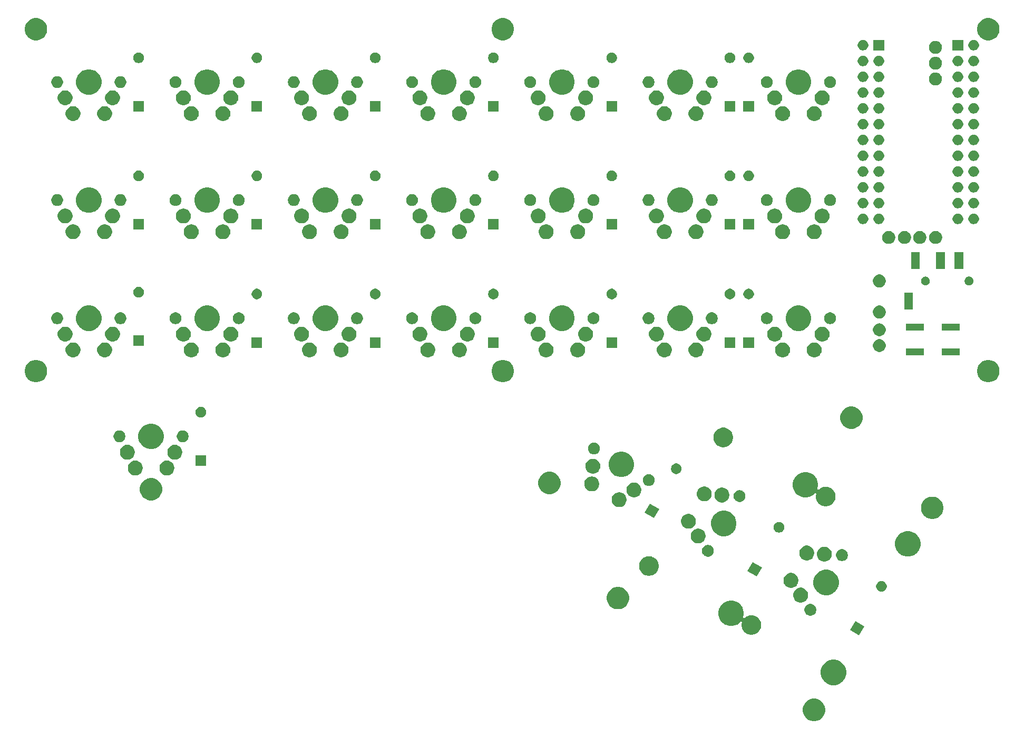
<source format=gbr>
G04 #@! TF.GenerationSoftware,KiCad,Pcbnew,5.1.2*
G04 #@! TF.CreationDate,2019-05-09T21:38:36-07:00*
G04 #@! TF.ProjectId,spacetime,73706163-6574-4696-9d65-2e6b69636164,v0.1*
G04 #@! TF.SameCoordinates,Original*
G04 #@! TF.FileFunction,Soldermask,Bot*
G04 #@! TF.FilePolarity,Negative*
%FSLAX46Y46*%
G04 Gerber Fmt 4.6, Leading zero omitted, Abs format (unit mm)*
G04 Created by KiCad (PCBNEW 5.1.2) date 2019-05-09 21:38:36*
%MOMM*%
%LPD*%
G04 APERTURE LIST*
%ADD10C,0.100000*%
G04 APERTURE END LIST*
D10*
G36*
X195025331Y-137268211D02*
G01*
X195353092Y-137403974D01*
X195648070Y-137601072D01*
X195898928Y-137851930D01*
X196096026Y-138146908D01*
X196231789Y-138474669D01*
X196301000Y-138822616D01*
X196301000Y-139177384D01*
X196231789Y-139525331D01*
X196096026Y-139853092D01*
X195898928Y-140148070D01*
X195648070Y-140398928D01*
X195353092Y-140596026D01*
X195025331Y-140731789D01*
X194677384Y-140801000D01*
X194322616Y-140801000D01*
X193974669Y-140731789D01*
X193646908Y-140596026D01*
X193351930Y-140398928D01*
X193101072Y-140148070D01*
X192903974Y-139853092D01*
X192768211Y-139525331D01*
X192699000Y-139177384D01*
X192699000Y-138822616D01*
X192768211Y-138474669D01*
X192903974Y-138146908D01*
X193101072Y-137851930D01*
X193351930Y-137601072D01*
X193646908Y-137403974D01*
X193974669Y-137268211D01*
X194322616Y-137199000D01*
X194677384Y-137199000D01*
X195025331Y-137268211D01*
X195025331Y-137268211D01*
G37*
G36*
X198230997Y-130999795D02*
G01*
X198448997Y-131090094D01*
X198603146Y-131153944D01*
X198938071Y-131377734D01*
X199222900Y-131662563D01*
X199446690Y-131997488D01*
X199446690Y-131997489D01*
X199600839Y-132369637D01*
X199679423Y-132764705D01*
X199679423Y-133167517D01*
X199600839Y-133562585D01*
X199510540Y-133780585D01*
X199446690Y-133934734D01*
X199222900Y-134269659D01*
X198938071Y-134554488D01*
X198603146Y-134778278D01*
X198448997Y-134842128D01*
X198230997Y-134932427D01*
X197835929Y-135011011D01*
X197433117Y-135011011D01*
X197038049Y-134932427D01*
X196820049Y-134842128D01*
X196665900Y-134778278D01*
X196330975Y-134554488D01*
X196046146Y-134269659D01*
X195822356Y-133934734D01*
X195758506Y-133780585D01*
X195668207Y-133562585D01*
X195589623Y-133167517D01*
X195589623Y-132764705D01*
X195668207Y-132369637D01*
X195822356Y-131997489D01*
X195822356Y-131997488D01*
X196046146Y-131662563D01*
X196330975Y-131377734D01*
X196665900Y-131153944D01*
X196820049Y-131090094D01*
X197038049Y-130999795D01*
X197433117Y-130921211D01*
X197835929Y-130921211D01*
X198230997Y-130999795D01*
X198230997Y-130999795D01*
G37*
G36*
X202595174Y-125566011D02*
G01*
X201744174Y-127039987D01*
X200270198Y-126188987D01*
X201121198Y-124715011D01*
X202595174Y-125566011D01*
X202595174Y-125566011D01*
G37*
G36*
X181776514Y-121499795D02*
G01*
X181988653Y-121587666D01*
X182148663Y-121653944D01*
X182483588Y-121877734D01*
X182768417Y-122162563D01*
X182992207Y-122497488D01*
X183043787Y-122622013D01*
X183146356Y-122869637D01*
X183224940Y-123264705D01*
X183224940Y-123667517D01*
X183146356Y-124062583D01*
X183142124Y-124072801D01*
X183135011Y-124096250D01*
X183132609Y-124120636D01*
X183135011Y-124145022D01*
X183142124Y-124168471D01*
X183153675Y-124190082D01*
X183169220Y-124209024D01*
X183188162Y-124224570D01*
X183209772Y-124236121D01*
X183233221Y-124243234D01*
X183257607Y-124245636D01*
X183281993Y-124243234D01*
X183305442Y-124236121D01*
X183327053Y-124224570D01*
X183345990Y-124209030D01*
X183432292Y-124122728D01*
X183690254Y-123950364D01*
X183690255Y-123950363D01*
X183931566Y-123850409D01*
X183976885Y-123831637D01*
X184129029Y-123801374D01*
X184281171Y-123771111D01*
X184591421Y-123771111D01*
X184743563Y-123801374D01*
X184895707Y-123831637D01*
X184941026Y-123850409D01*
X185182337Y-123950363D01*
X185182338Y-123950364D01*
X185440300Y-124122728D01*
X185659679Y-124342107D01*
X185721569Y-124434733D01*
X185832044Y-124600070D01*
X185879654Y-124715011D01*
X185948421Y-124881028D01*
X185950770Y-124886701D01*
X186011296Y-125190986D01*
X186011296Y-125501236D01*
X185950770Y-125805521D01*
X185832044Y-126092152D01*
X185832043Y-126092153D01*
X185659679Y-126350115D01*
X185440300Y-126569494D01*
X185267935Y-126684664D01*
X185182337Y-126741859D01*
X185014433Y-126811407D01*
X184895707Y-126860585D01*
X184591421Y-126921111D01*
X184281171Y-126921111D01*
X183976885Y-126860585D01*
X183858159Y-126811407D01*
X183690255Y-126741859D01*
X183604657Y-126684664D01*
X183432292Y-126569494D01*
X183212913Y-126350115D01*
X183040549Y-126092153D01*
X183040548Y-126092152D01*
X182921822Y-125805521D01*
X182861296Y-125501236D01*
X182861296Y-125190986D01*
X182908585Y-124953249D01*
X182910987Y-124928863D01*
X182908585Y-124904477D01*
X182901472Y-124881028D01*
X182889921Y-124859417D01*
X182874376Y-124840475D01*
X182855434Y-124824930D01*
X182833823Y-124813379D01*
X182810374Y-124806266D01*
X182785988Y-124803864D01*
X182761602Y-124806266D01*
X182738153Y-124813379D01*
X182716542Y-124824930D01*
X182697606Y-124840470D01*
X182483588Y-125054488D01*
X182148663Y-125278278D01*
X181994514Y-125342128D01*
X181776514Y-125432427D01*
X181381446Y-125511011D01*
X180978634Y-125511011D01*
X180583566Y-125432427D01*
X180365566Y-125342128D01*
X180211417Y-125278278D01*
X179876492Y-125054488D01*
X179591663Y-124769659D01*
X179367873Y-124434734D01*
X179285605Y-124236121D01*
X179213724Y-124062585D01*
X179135140Y-123667517D01*
X179135140Y-123264705D01*
X179213724Y-122869637D01*
X179316293Y-122622013D01*
X179367873Y-122497488D01*
X179591663Y-122162563D01*
X179876492Y-121877734D01*
X180211417Y-121653944D01*
X180371427Y-121587666D01*
X180583566Y-121499795D01*
X180978634Y-121421211D01*
X181381446Y-121421211D01*
X181776514Y-121499795D01*
X181776514Y-121499795D01*
G37*
G36*
X194191878Y-121984955D02*
G01*
X194364949Y-122056643D01*
X194364950Y-122056644D01*
X194520710Y-122160719D01*
X194653173Y-122293182D01*
X194653174Y-122293184D01*
X194757249Y-122448943D01*
X194828937Y-122622014D01*
X194865483Y-122805742D01*
X194865483Y-122993076D01*
X194828937Y-123176804D01*
X194757249Y-123349875D01*
X194757248Y-123349876D01*
X194653173Y-123505636D01*
X194520710Y-123638099D01*
X194442301Y-123690490D01*
X194364949Y-123742175D01*
X194191878Y-123813863D01*
X194008150Y-123850409D01*
X193820816Y-123850409D01*
X193637088Y-123813863D01*
X193464017Y-123742175D01*
X193386665Y-123690490D01*
X193308256Y-123638099D01*
X193175793Y-123505636D01*
X193071718Y-123349876D01*
X193071717Y-123349875D01*
X193000029Y-123176804D01*
X192963483Y-122993076D01*
X192963483Y-122805742D01*
X193000029Y-122622014D01*
X193071717Y-122448943D01*
X193175792Y-122293184D01*
X193175793Y-122293182D01*
X193308256Y-122160719D01*
X193464016Y-122056644D01*
X193464017Y-122056643D01*
X193637088Y-121984955D01*
X193820816Y-121948409D01*
X194008150Y-121948409D01*
X194191878Y-121984955D01*
X194191878Y-121984955D01*
G37*
G36*
X163525331Y-119268211D02*
G01*
X163853092Y-119403974D01*
X164148070Y-119601072D01*
X164398928Y-119851930D01*
X164596026Y-120146908D01*
X164731789Y-120474669D01*
X164801000Y-120822616D01*
X164801000Y-121177384D01*
X164731789Y-121525331D01*
X164596026Y-121853092D01*
X164398928Y-122148070D01*
X164148070Y-122398928D01*
X163853092Y-122596026D01*
X163525331Y-122731789D01*
X163177384Y-122801000D01*
X162822616Y-122801000D01*
X162474669Y-122731789D01*
X162146908Y-122596026D01*
X161851930Y-122398928D01*
X161601072Y-122148070D01*
X161403974Y-121853092D01*
X161268211Y-121525331D01*
X161199000Y-121177384D01*
X161199000Y-120822616D01*
X161268211Y-120474669D01*
X161403974Y-120146908D01*
X161601072Y-119851930D01*
X161851930Y-119601072D01*
X162146908Y-119403974D01*
X162474669Y-119268211D01*
X162822616Y-119199000D01*
X163177384Y-119199000D01*
X163525331Y-119268211D01*
X163525331Y-119268211D01*
G37*
G36*
X192698054Y-119381441D02*
G01*
X192908529Y-119468623D01*
X192915349Y-119471448D01*
X193110908Y-119602117D01*
X193277218Y-119768427D01*
X193300685Y-119803547D01*
X193407888Y-119963988D01*
X193497894Y-120181281D01*
X193543778Y-120411957D01*
X193543778Y-120647157D01*
X193497894Y-120877833D01*
X193407888Y-121095126D01*
X193407887Y-121095128D01*
X193277218Y-121290687D01*
X193110908Y-121456997D01*
X192915349Y-121587666D01*
X192915348Y-121587667D01*
X192915347Y-121587667D01*
X192698054Y-121677673D01*
X192467378Y-121723557D01*
X192232178Y-121723557D01*
X192001502Y-121677673D01*
X191784209Y-121587667D01*
X191784208Y-121587667D01*
X191784207Y-121587666D01*
X191588648Y-121456997D01*
X191422338Y-121290687D01*
X191291669Y-121095128D01*
X191291668Y-121095126D01*
X191201662Y-120877833D01*
X191155778Y-120647157D01*
X191155778Y-120411957D01*
X191201662Y-120181281D01*
X191291668Y-119963988D01*
X191398872Y-119803547D01*
X191422338Y-119768427D01*
X191588648Y-119602117D01*
X191784207Y-119471448D01*
X191791027Y-119468623D01*
X192001502Y-119381441D01*
X192232178Y-119335557D01*
X192467378Y-119335557D01*
X192698054Y-119381441D01*
X192698054Y-119381441D01*
G37*
G36*
X197050957Y-116533684D02*
G01*
X197192111Y-116592152D01*
X197423106Y-116687833D01*
X197758031Y-116911623D01*
X198042860Y-117196452D01*
X198266650Y-117531377D01*
X198330500Y-117685526D01*
X198420799Y-117903526D01*
X198499383Y-118298594D01*
X198499383Y-118701406D01*
X198420799Y-119096474D01*
X198378331Y-119199000D01*
X198266650Y-119468623D01*
X198042860Y-119803548D01*
X197758031Y-120088377D01*
X197423106Y-120312167D01*
X197268957Y-120376017D01*
X197050957Y-120466316D01*
X196655889Y-120544900D01*
X196253077Y-120544900D01*
X195858009Y-120466316D01*
X195640009Y-120376017D01*
X195485860Y-120312167D01*
X195150935Y-120088377D01*
X194866106Y-119803548D01*
X194642316Y-119468623D01*
X194530635Y-119199000D01*
X194488167Y-119096474D01*
X194409583Y-118701406D01*
X194409583Y-118298594D01*
X194488167Y-117903526D01*
X194578466Y-117685526D01*
X194642316Y-117531377D01*
X194866106Y-117196452D01*
X195150935Y-116911623D01*
X195485860Y-116687833D01*
X195716855Y-116592152D01*
X195858009Y-116533684D01*
X196253077Y-116455100D01*
X196655889Y-116455100D01*
X197050957Y-116533684D01*
X197050957Y-116533684D01*
G37*
G36*
X205580914Y-118304204D02*
G01*
X205735786Y-118368354D01*
X205875167Y-118461486D01*
X205993701Y-118580020D01*
X206086833Y-118719401D01*
X206150983Y-118874273D01*
X206183686Y-119038685D01*
X206183686Y-119206317D01*
X206150983Y-119370729D01*
X206086833Y-119525601D01*
X205993701Y-119664982D01*
X205875167Y-119783516D01*
X205735786Y-119876648D01*
X205580914Y-119940798D01*
X205416502Y-119973501D01*
X205248870Y-119973501D01*
X205084458Y-119940798D01*
X204929586Y-119876648D01*
X204790205Y-119783516D01*
X204671671Y-119664982D01*
X204578539Y-119525601D01*
X204514389Y-119370729D01*
X204481686Y-119206317D01*
X204481686Y-119038685D01*
X204514389Y-118874273D01*
X204578539Y-118719401D01*
X204671671Y-118580020D01*
X204790205Y-118461486D01*
X204929586Y-118368354D01*
X205084458Y-118304204D01*
X205248870Y-118271501D01*
X205416502Y-118271501D01*
X205580914Y-118304204D01*
X205580914Y-118304204D01*
G37*
G36*
X191133350Y-117011589D02*
G01*
X191350643Y-117101595D01*
X191350645Y-117101596D01*
X191546204Y-117232265D01*
X191712514Y-117398575D01*
X191807002Y-117539985D01*
X191843184Y-117594136D01*
X191933190Y-117811429D01*
X191979074Y-118042105D01*
X191979074Y-118277305D01*
X191933190Y-118507981D01*
X191903350Y-118580020D01*
X191843183Y-118725276D01*
X191712514Y-118920835D01*
X191546204Y-119087145D01*
X191350645Y-119217814D01*
X191350644Y-119217815D01*
X191350643Y-119217815D01*
X191133350Y-119307821D01*
X190902674Y-119353705D01*
X190667474Y-119353705D01*
X190436798Y-119307821D01*
X190219505Y-119217815D01*
X190219504Y-119217815D01*
X190219503Y-119217814D01*
X190023944Y-119087145D01*
X189857634Y-118920835D01*
X189726965Y-118725276D01*
X189666798Y-118580020D01*
X189636958Y-118507981D01*
X189591074Y-118277305D01*
X189591074Y-118042105D01*
X189636958Y-117811429D01*
X189726964Y-117594136D01*
X189763147Y-117539985D01*
X189857634Y-117398575D01*
X190023944Y-117232265D01*
X190219503Y-117101596D01*
X190219505Y-117101595D01*
X190436798Y-117011589D01*
X190667474Y-116965705D01*
X190902674Y-116965705D01*
X191133350Y-117011589D01*
X191133350Y-117011589D01*
G37*
G36*
X186140690Y-116066010D02*
G01*
X185289690Y-117539986D01*
X183815714Y-116688986D01*
X184666714Y-115215010D01*
X186140690Y-116066010D01*
X186140690Y-116066010D01*
G37*
G36*
X168289080Y-114301374D02*
G01*
X168441224Y-114331637D01*
X168486543Y-114350409D01*
X168727854Y-114450363D01*
X168727855Y-114450364D01*
X168985817Y-114622728D01*
X169205196Y-114842107D01*
X169272848Y-114943356D01*
X169377561Y-115100070D01*
X169496287Y-115386701D01*
X169556813Y-115690986D01*
X169556813Y-116001236D01*
X169496287Y-116305521D01*
X169377561Y-116592152D01*
X169377560Y-116592153D01*
X169205196Y-116850115D01*
X168985817Y-117069494D01*
X168813452Y-117184664D01*
X168727854Y-117241859D01*
X168559950Y-117311407D01*
X168441224Y-117360585D01*
X168289080Y-117390848D01*
X168136938Y-117421111D01*
X167826688Y-117421111D01*
X167674546Y-117390848D01*
X167522402Y-117360585D01*
X167403676Y-117311407D01*
X167235772Y-117241859D01*
X167150174Y-117184664D01*
X166977809Y-117069494D01*
X166758430Y-116850115D01*
X166586066Y-116592153D01*
X166586065Y-116592152D01*
X166467339Y-116305521D01*
X166406813Y-116001236D01*
X166406813Y-115690986D01*
X166467339Y-115386701D01*
X166586065Y-115100070D01*
X166690778Y-114943356D01*
X166758430Y-114842107D01*
X166977809Y-114622728D01*
X167235771Y-114450364D01*
X167235772Y-114450363D01*
X167477083Y-114350409D01*
X167522402Y-114331637D01*
X167674546Y-114301374D01*
X167826688Y-114271111D01*
X168136938Y-114271111D01*
X168289080Y-114301374D01*
X168289080Y-114301374D01*
G37*
G36*
X196508054Y-112782327D02*
G01*
X196725347Y-112872333D01*
X196725349Y-112872334D01*
X196920908Y-113003003D01*
X197087218Y-113169313D01*
X197104199Y-113194726D01*
X197217888Y-113364874D01*
X197307894Y-113582167D01*
X197353778Y-113812843D01*
X197353778Y-114048043D01*
X197307894Y-114278719D01*
X197236796Y-114450363D01*
X197217887Y-114496014D01*
X197087218Y-114691573D01*
X196920908Y-114857883D01*
X196725349Y-114988552D01*
X196725348Y-114988553D01*
X196725347Y-114988553D01*
X196508054Y-115078559D01*
X196277378Y-115124443D01*
X196042178Y-115124443D01*
X195811502Y-115078559D01*
X195594209Y-114988553D01*
X195594208Y-114988553D01*
X195594207Y-114988552D01*
X195398648Y-114857883D01*
X195232338Y-114691573D01*
X195101669Y-114496014D01*
X195082760Y-114450363D01*
X195011662Y-114278719D01*
X194965778Y-114048043D01*
X194965778Y-113812843D01*
X195011662Y-113582167D01*
X195101668Y-113364874D01*
X195215358Y-113194726D01*
X195232338Y-113169313D01*
X195398648Y-113003003D01*
X195594207Y-112872334D01*
X195594209Y-112872333D01*
X195811502Y-112782327D01*
X196042178Y-112736443D01*
X196277378Y-112736443D01*
X196508054Y-112782327D01*
X196508054Y-112782327D01*
G37*
G36*
X199271878Y-113186137D02*
G01*
X199444949Y-113257825D01*
X199444950Y-113257826D01*
X199600710Y-113361901D01*
X199733173Y-113494364D01*
X199733174Y-113494366D01*
X199837249Y-113650125D01*
X199908937Y-113823196D01*
X199945483Y-114006924D01*
X199945483Y-114194258D01*
X199908937Y-114377986D01*
X199837249Y-114551057D01*
X199837248Y-114551058D01*
X199733173Y-114706818D01*
X199600710Y-114839281D01*
X199596479Y-114842108D01*
X199444949Y-114943357D01*
X199271878Y-115015045D01*
X199088150Y-115051591D01*
X198900816Y-115051591D01*
X198717088Y-115015045D01*
X198544017Y-114943357D01*
X198392487Y-114842108D01*
X198388256Y-114839281D01*
X198255793Y-114706818D01*
X198151718Y-114551058D01*
X198151717Y-114551057D01*
X198080029Y-114377986D01*
X198043483Y-114194258D01*
X198043483Y-114006924D01*
X198080029Y-113823196D01*
X198151717Y-113650125D01*
X198255792Y-113494366D01*
X198255793Y-113494364D01*
X198388256Y-113361901D01*
X198544016Y-113257826D01*
X198544017Y-113257825D01*
X198717088Y-113186137D01*
X198900816Y-113149591D01*
X199088150Y-113149591D01*
X199271878Y-113186137D01*
X199271878Y-113186137D01*
G37*
G36*
X193673350Y-112612179D02*
G01*
X193890643Y-112702185D01*
X193890645Y-112702186D01*
X193941914Y-112736443D01*
X194086204Y-112832855D01*
X194252514Y-112999165D01*
X194383184Y-113194726D01*
X194473190Y-113412019D01*
X194519074Y-113642695D01*
X194519074Y-113877895D01*
X194473190Y-114108571D01*
X194388155Y-114313862D01*
X194383183Y-114325866D01*
X194252514Y-114521425D01*
X194086204Y-114687735D01*
X193890645Y-114818404D01*
X193890644Y-114818405D01*
X193890643Y-114818405D01*
X193673350Y-114908411D01*
X193442674Y-114954295D01*
X193207474Y-114954295D01*
X192976798Y-114908411D01*
X192759505Y-114818405D01*
X192759504Y-114818405D01*
X192759503Y-114818404D01*
X192563944Y-114687735D01*
X192397634Y-114521425D01*
X192266965Y-114325866D01*
X192261993Y-114313862D01*
X192176958Y-114108571D01*
X192131074Y-113877895D01*
X192131074Y-113642695D01*
X192176958Y-113412019D01*
X192266964Y-113194726D01*
X192397634Y-112999165D01*
X192563944Y-112832855D01*
X192708234Y-112736443D01*
X192759503Y-112702186D01*
X192759505Y-112702185D01*
X192976798Y-112612179D01*
X193207474Y-112566295D01*
X193442674Y-112566295D01*
X193673350Y-112612179D01*
X193673350Y-112612179D01*
G37*
G36*
X177737395Y-112484955D02*
G01*
X177910466Y-112556643D01*
X177910467Y-112556644D01*
X178066227Y-112660719D01*
X178198690Y-112793182D01*
X178251081Y-112871591D01*
X178302766Y-112948943D01*
X178374454Y-113122014D01*
X178411000Y-113305742D01*
X178411000Y-113493076D01*
X178374454Y-113676804D01*
X178302766Y-113849875D01*
X178251081Y-113927227D01*
X178198690Y-114005636D01*
X178066227Y-114138099D01*
X177987818Y-114190490D01*
X177910466Y-114242175D01*
X177737395Y-114313863D01*
X177553667Y-114350409D01*
X177366333Y-114350409D01*
X177182605Y-114313863D01*
X177009534Y-114242175D01*
X176932182Y-114190490D01*
X176853773Y-114138099D01*
X176721310Y-114005636D01*
X176668919Y-113927227D01*
X176617234Y-113849875D01*
X176545546Y-113676804D01*
X176509000Y-113493076D01*
X176509000Y-113305742D01*
X176545546Y-113122014D01*
X176617234Y-112948943D01*
X176668919Y-112871591D01*
X176721310Y-112793182D01*
X176853773Y-112660719D01*
X177009533Y-112556644D01*
X177009534Y-112556643D01*
X177182605Y-112484955D01*
X177366333Y-112448409D01*
X177553667Y-112448409D01*
X177737395Y-112484955D01*
X177737395Y-112484955D01*
G37*
G36*
X210168997Y-110322573D02*
G01*
X210299545Y-110376648D01*
X210541146Y-110476722D01*
X210876071Y-110700512D01*
X211160900Y-110985341D01*
X211384690Y-111320266D01*
X211384690Y-111320267D01*
X211538839Y-111692415D01*
X211617423Y-112087483D01*
X211617423Y-112490295D01*
X211538839Y-112885363D01*
X211490111Y-113003003D01*
X211384690Y-113257512D01*
X211160900Y-113592437D01*
X210876071Y-113877266D01*
X210541146Y-114101056D01*
X210451713Y-114138100D01*
X210168997Y-114255205D01*
X209773929Y-114333789D01*
X209371117Y-114333789D01*
X208976049Y-114255205D01*
X208693333Y-114138100D01*
X208603900Y-114101056D01*
X208268975Y-113877266D01*
X207984146Y-113592437D01*
X207760356Y-113257512D01*
X207654935Y-113003003D01*
X207606207Y-112885363D01*
X207527623Y-112490295D01*
X207527623Y-112087483D01*
X207606207Y-111692415D01*
X207760356Y-111320267D01*
X207760356Y-111320266D01*
X207984146Y-110985341D01*
X208268975Y-110700512D01*
X208603900Y-110476722D01*
X208845501Y-110376648D01*
X208976049Y-110322573D01*
X209371117Y-110243989D01*
X209773929Y-110243989D01*
X210168997Y-110322573D01*
X210168997Y-110322573D01*
G37*
G36*
X176243571Y-109881441D02*
G01*
X176454046Y-109968623D01*
X176460866Y-109971448D01*
X176656425Y-110102117D01*
X176822735Y-110268427D01*
X176937910Y-110440797D01*
X176953405Y-110463988D01*
X177043411Y-110681281D01*
X177089295Y-110911957D01*
X177089295Y-111147157D01*
X177043411Y-111377833D01*
X176953405Y-111595126D01*
X176953404Y-111595128D01*
X176822735Y-111790687D01*
X176656425Y-111956997D01*
X176460866Y-112087666D01*
X176460865Y-112087667D01*
X176460864Y-112087667D01*
X176243571Y-112177673D01*
X176012895Y-112223557D01*
X175777695Y-112223557D01*
X175547019Y-112177673D01*
X175329726Y-112087667D01*
X175329725Y-112087667D01*
X175329724Y-112087666D01*
X175134165Y-111956997D01*
X174967855Y-111790687D01*
X174837186Y-111595128D01*
X174837185Y-111595126D01*
X174747179Y-111377833D01*
X174701295Y-111147157D01*
X174701295Y-110911957D01*
X174747179Y-110681281D01*
X174837185Y-110463988D01*
X174852681Y-110440797D01*
X174967855Y-110268427D01*
X175134165Y-110102117D01*
X175329724Y-109971448D01*
X175336544Y-109968623D01*
X175547019Y-109881441D01*
X175777695Y-109835557D01*
X176012895Y-109835557D01*
X176243571Y-109881441D01*
X176243571Y-109881441D01*
G37*
G36*
X180596474Y-107033684D02*
G01*
X180814474Y-107123983D01*
X180968623Y-107187833D01*
X181303548Y-107411623D01*
X181588377Y-107696452D01*
X181812167Y-108031377D01*
X181838945Y-108096025D01*
X181966316Y-108403526D01*
X182044900Y-108798594D01*
X182044900Y-109201406D01*
X181966316Y-109596474D01*
X181920818Y-109706315D01*
X181812167Y-109968623D01*
X181588377Y-110303548D01*
X181303548Y-110588377D01*
X180968623Y-110812167D01*
X180814474Y-110876017D01*
X180596474Y-110966316D01*
X180201406Y-111044900D01*
X179798594Y-111044900D01*
X179403526Y-110966316D01*
X179185526Y-110876017D01*
X179031377Y-110812167D01*
X178696452Y-110588377D01*
X178411623Y-110303548D01*
X178187833Y-109968623D01*
X178079182Y-109706315D01*
X178033684Y-109596474D01*
X177955100Y-109201406D01*
X177955100Y-108798594D01*
X178033684Y-108403526D01*
X178161055Y-108096025D01*
X178187833Y-108031377D01*
X178411623Y-107696452D01*
X178696452Y-107411623D01*
X179031377Y-107187833D01*
X179185526Y-107123983D01*
X179403526Y-107033684D01*
X179798594Y-106955100D01*
X180201406Y-106955100D01*
X180596474Y-107033684D01*
X180596474Y-107033684D01*
G37*
G36*
X189126430Y-108804203D02*
G01*
X189281302Y-108868353D01*
X189420683Y-108961485D01*
X189539217Y-109080019D01*
X189632349Y-109219400D01*
X189696499Y-109374272D01*
X189729202Y-109538684D01*
X189729202Y-109706316D01*
X189696499Y-109870728D01*
X189632349Y-110025600D01*
X189539217Y-110164981D01*
X189420683Y-110283515D01*
X189281302Y-110376647D01*
X189126430Y-110440797D01*
X188962018Y-110473500D01*
X188794386Y-110473500D01*
X188629974Y-110440797D01*
X188475102Y-110376647D01*
X188335721Y-110283515D01*
X188217187Y-110164981D01*
X188124055Y-110025600D01*
X188059905Y-109870728D01*
X188027202Y-109706316D01*
X188027202Y-109538684D01*
X188059905Y-109374272D01*
X188124055Y-109219400D01*
X188217187Y-109080019D01*
X188335721Y-108961485D01*
X188475102Y-108868353D01*
X188629974Y-108804203D01*
X188794386Y-108771500D01*
X188962018Y-108771500D01*
X189126430Y-108804203D01*
X189126430Y-108804203D01*
G37*
G36*
X174678867Y-107511589D02*
G01*
X174896160Y-107601595D01*
X174896162Y-107601596D01*
X175091721Y-107732265D01*
X175258031Y-107898575D01*
X175346768Y-108031378D01*
X175388701Y-108094136D01*
X175478707Y-108311429D01*
X175524591Y-108542105D01*
X175524591Y-108777305D01*
X175478707Y-109007981D01*
X175448867Y-109080020D01*
X175388700Y-109225276D01*
X175258031Y-109420835D01*
X175091721Y-109587145D01*
X174896162Y-109717814D01*
X174896161Y-109717815D01*
X174896160Y-109717815D01*
X174678867Y-109807821D01*
X174448191Y-109853705D01*
X174212991Y-109853705D01*
X173982315Y-109807821D01*
X173765022Y-109717815D01*
X173765021Y-109717815D01*
X173765020Y-109717814D01*
X173569461Y-109587145D01*
X173403151Y-109420835D01*
X173272482Y-109225276D01*
X173212315Y-109080020D01*
X173182475Y-109007981D01*
X173136591Y-108777305D01*
X173136591Y-108542105D01*
X173182475Y-108311429D01*
X173272481Y-108094136D01*
X173314415Y-108031378D01*
X173403151Y-107898575D01*
X173569461Y-107732265D01*
X173765020Y-107601596D01*
X173765022Y-107601595D01*
X173982315Y-107511589D01*
X174212991Y-107465705D01*
X174448191Y-107465705D01*
X174678867Y-107511589D01*
X174678867Y-107511589D01*
G37*
G36*
X214025331Y-104768211D02*
G01*
X214353092Y-104903974D01*
X214648070Y-105101072D01*
X214898928Y-105351930D01*
X215096026Y-105646908D01*
X215231789Y-105974669D01*
X215301000Y-106322616D01*
X215301000Y-106677384D01*
X215231789Y-107025331D01*
X215096026Y-107353092D01*
X214898928Y-107648070D01*
X214648070Y-107898928D01*
X214353092Y-108096026D01*
X214025331Y-108231789D01*
X213677384Y-108301000D01*
X213322616Y-108301000D01*
X212974669Y-108231789D01*
X212646908Y-108096026D01*
X212351930Y-107898928D01*
X212101072Y-107648070D01*
X211903974Y-107353092D01*
X211768211Y-107025331D01*
X211699000Y-106677384D01*
X211699000Y-106322616D01*
X211768211Y-105974669D01*
X211903974Y-105646908D01*
X212101072Y-105351930D01*
X212351930Y-105101072D01*
X212646908Y-104903974D01*
X212974669Y-104768211D01*
X213322616Y-104699000D01*
X213677384Y-104699000D01*
X214025331Y-104768211D01*
X214025331Y-104768211D01*
G37*
G36*
X169636209Y-106652613D02*
G01*
X168785209Y-108126589D01*
X167311233Y-107275589D01*
X168162233Y-105801613D01*
X169636209Y-106652613D01*
X169636209Y-106652613D01*
G37*
G36*
X163553497Y-104021293D02*
G01*
X163770790Y-104111299D01*
X163770792Y-104111300D01*
X163944330Y-104227255D01*
X163966351Y-104241969D01*
X164132661Y-104408279D01*
X164263331Y-104603840D01*
X164353337Y-104821133D01*
X164399221Y-105051809D01*
X164399221Y-105287009D01*
X164353337Y-105517685D01*
X164263331Y-105734978D01*
X164263330Y-105734980D01*
X164132661Y-105930539D01*
X163966351Y-106096849D01*
X163770792Y-106227518D01*
X163770791Y-106227519D01*
X163770790Y-106227519D01*
X163553497Y-106317525D01*
X163322821Y-106363409D01*
X163087621Y-106363409D01*
X162856945Y-106317525D01*
X162639652Y-106227519D01*
X162639651Y-106227519D01*
X162639650Y-106227518D01*
X162444091Y-106096849D01*
X162277781Y-105930539D01*
X162147112Y-105734980D01*
X162147111Y-105734978D01*
X162057105Y-105517685D01*
X162011221Y-105287009D01*
X162011221Y-105051809D01*
X162057105Y-104821133D01*
X162147111Y-104603840D01*
X162277781Y-104408279D01*
X162444091Y-104241969D01*
X162466112Y-104227255D01*
X162639650Y-104111300D01*
X162639652Y-104111299D01*
X162856945Y-104021293D01*
X163087621Y-103975409D01*
X163322821Y-103975409D01*
X163553497Y-104021293D01*
X163553497Y-104021293D01*
G37*
G36*
X193714514Y-100822573D02*
G01*
X193911033Y-100903974D01*
X194086663Y-100976722D01*
X194421588Y-101200512D01*
X194706417Y-101485341D01*
X194930207Y-101820266D01*
X194964880Y-101903974D01*
X195084356Y-102192415D01*
X195162940Y-102587483D01*
X195162940Y-102990295D01*
X195084356Y-103385361D01*
X195080124Y-103395579D01*
X195073011Y-103419028D01*
X195070609Y-103443414D01*
X195073011Y-103467800D01*
X195080124Y-103491249D01*
X195091675Y-103512860D01*
X195107220Y-103531802D01*
X195126162Y-103547348D01*
X195147772Y-103558899D01*
X195171221Y-103566012D01*
X195195607Y-103568414D01*
X195219993Y-103566012D01*
X195243442Y-103558899D01*
X195265053Y-103547348D01*
X195283990Y-103531808D01*
X195370292Y-103445506D01*
X195614506Y-103282328D01*
X195628255Y-103273141D01*
X195816958Y-103194978D01*
X195914885Y-103154415D01*
X196127221Y-103112179D01*
X196219171Y-103093889D01*
X196529421Y-103093889D01*
X196621371Y-103112179D01*
X196833707Y-103154415D01*
X196931634Y-103194978D01*
X197120337Y-103273141D01*
X197134086Y-103282328D01*
X197378300Y-103445506D01*
X197597679Y-103664885D01*
X197672942Y-103777525D01*
X197770044Y-103922848D01*
X197812494Y-104025332D01*
X197886421Y-104203806D01*
X197888770Y-104209479D01*
X197949296Y-104513764D01*
X197949296Y-104824014D01*
X197938560Y-104877986D01*
X197888770Y-105128300D01*
X197845904Y-105231788D01*
X197770044Y-105414930D01*
X197743741Y-105454295D01*
X197597679Y-105672893D01*
X197378300Y-105892272D01*
X197205935Y-106007442D01*
X197120337Y-106064637D01*
X196952433Y-106134185D01*
X196833707Y-106183363D01*
X196529421Y-106243889D01*
X196219171Y-106243889D01*
X195914885Y-106183363D01*
X195796159Y-106134185D01*
X195628255Y-106064637D01*
X195542657Y-106007442D01*
X195370292Y-105892272D01*
X195150913Y-105672893D01*
X195004851Y-105454295D01*
X194978548Y-105414930D01*
X194902688Y-105231788D01*
X194859822Y-105128300D01*
X194810032Y-104877986D01*
X194799296Y-104824014D01*
X194799296Y-104513764D01*
X194828721Y-104365835D01*
X194846585Y-104276024D01*
X194848987Y-104251641D01*
X194846585Y-104227255D01*
X194839472Y-104203806D01*
X194827921Y-104182195D01*
X194812376Y-104163253D01*
X194793434Y-104147708D01*
X194771823Y-104136157D01*
X194748374Y-104129044D01*
X194723988Y-104126642D01*
X194699602Y-104129044D01*
X194676153Y-104136157D01*
X194654542Y-104147708D01*
X194635606Y-104163248D01*
X194421588Y-104377266D01*
X194086663Y-104601056D01*
X193937565Y-104662814D01*
X193714514Y-104755205D01*
X193319446Y-104833789D01*
X192916634Y-104833789D01*
X192521566Y-104755205D01*
X192298515Y-104662814D01*
X192149417Y-104601056D01*
X191814492Y-104377266D01*
X191529663Y-104092437D01*
X191305873Y-103757512D01*
X191222756Y-103556849D01*
X191151724Y-103385363D01*
X191073140Y-102990295D01*
X191073140Y-102587483D01*
X191151724Y-102192415D01*
X191271200Y-101903974D01*
X191305873Y-101820266D01*
X191529663Y-101485341D01*
X191814492Y-101200512D01*
X192149417Y-100976722D01*
X192325047Y-100903974D01*
X192521566Y-100822573D01*
X192916634Y-100743989D01*
X193319446Y-100743989D01*
X193714514Y-100822573D01*
X193714514Y-100822573D01*
G37*
G36*
X180053571Y-103282327D02*
G01*
X180270864Y-103372333D01*
X180270866Y-103372334D01*
X180466425Y-103503003D01*
X180632735Y-103669313D01*
X180705040Y-103777524D01*
X180763405Y-103864874D01*
X180853411Y-104082167D01*
X180899295Y-104312843D01*
X180899295Y-104548043D01*
X180853411Y-104778719D01*
X180801528Y-104903975D01*
X180763404Y-104996014D01*
X180632735Y-105191573D01*
X180466425Y-105357883D01*
X180270866Y-105488552D01*
X180270865Y-105488553D01*
X180270864Y-105488553D01*
X180053571Y-105578559D01*
X179822895Y-105624443D01*
X179587695Y-105624443D01*
X179357019Y-105578559D01*
X179139726Y-105488553D01*
X179139725Y-105488553D01*
X179139724Y-105488552D01*
X178944165Y-105357883D01*
X178777855Y-105191573D01*
X178647186Y-104996014D01*
X178609062Y-104903975D01*
X178557179Y-104778719D01*
X178511295Y-104548043D01*
X178511295Y-104312843D01*
X178557179Y-104082167D01*
X178647185Y-103864874D01*
X178705551Y-103777524D01*
X178777855Y-103669313D01*
X178944165Y-103503003D01*
X179139724Y-103372334D01*
X179139726Y-103372333D01*
X179357019Y-103282327D01*
X179587695Y-103236443D01*
X179822895Y-103236443D01*
X180053571Y-103282327D01*
X180053571Y-103282327D01*
G37*
G36*
X182817395Y-103686137D02*
G01*
X182990466Y-103757825D01*
X183019949Y-103777525D01*
X183146227Y-103861901D01*
X183278690Y-103994364D01*
X183278691Y-103994366D01*
X183382766Y-104150125D01*
X183454454Y-104323196D01*
X183491000Y-104506924D01*
X183491000Y-104694258D01*
X183454454Y-104877986D01*
X183382766Y-105051057D01*
X183349347Y-105101072D01*
X183278690Y-105206818D01*
X183146227Y-105339281D01*
X183127296Y-105351930D01*
X182990466Y-105443357D01*
X182817395Y-105515045D01*
X182633667Y-105551591D01*
X182446333Y-105551591D01*
X182262605Y-105515045D01*
X182089534Y-105443357D01*
X181952704Y-105351930D01*
X181933773Y-105339281D01*
X181801310Y-105206818D01*
X181730653Y-105101072D01*
X181697234Y-105051057D01*
X181625546Y-104877986D01*
X181589000Y-104694258D01*
X181589000Y-104506924D01*
X181625546Y-104323196D01*
X181697234Y-104150125D01*
X181801309Y-103994366D01*
X181801310Y-103994364D01*
X181933773Y-103861901D01*
X182060051Y-103777525D01*
X182089534Y-103757825D01*
X182262605Y-103686137D01*
X182446333Y-103649591D01*
X182633667Y-103649591D01*
X182817395Y-103686137D01*
X182817395Y-103686137D01*
G37*
G36*
X177218867Y-103112179D02*
G01*
X177436160Y-103202185D01*
X177436162Y-103202186D01*
X177631721Y-103332855D01*
X177798031Y-103499165D01*
X177923886Y-103687519D01*
X177928701Y-103694726D01*
X178018707Y-103912019D01*
X178064591Y-104142695D01*
X178064591Y-104377895D01*
X178018707Y-104608571D01*
X177929468Y-104824013D01*
X177928700Y-104825866D01*
X177798031Y-105021425D01*
X177631721Y-105187735D01*
X177436162Y-105318404D01*
X177436161Y-105318405D01*
X177436160Y-105318405D01*
X177218867Y-105408411D01*
X176988191Y-105454295D01*
X176752991Y-105454295D01*
X176522315Y-105408411D01*
X176305022Y-105318405D01*
X176305021Y-105318405D01*
X176305020Y-105318404D01*
X176109461Y-105187735D01*
X175943151Y-105021425D01*
X175812482Y-104825866D01*
X175811714Y-104824013D01*
X175722475Y-104608571D01*
X175676591Y-104377895D01*
X175676591Y-104142695D01*
X175722475Y-103912019D01*
X175812481Y-103694726D01*
X175817297Y-103687519D01*
X175943151Y-103499165D01*
X176109461Y-103332855D01*
X176305020Y-103202186D01*
X176305022Y-103202185D01*
X176522315Y-103112179D01*
X176752991Y-103066295D01*
X176988191Y-103066295D01*
X177218867Y-103112179D01*
X177218867Y-103112179D01*
G37*
G36*
X88525331Y-101768211D02*
G01*
X88853092Y-101903974D01*
X89148070Y-102101072D01*
X89398928Y-102351930D01*
X89596026Y-102646908D01*
X89731789Y-102974669D01*
X89801000Y-103322616D01*
X89801000Y-103677384D01*
X89731789Y-104025331D01*
X89596026Y-104353092D01*
X89398928Y-104648070D01*
X89148070Y-104898928D01*
X88853092Y-105096026D01*
X88525331Y-105231789D01*
X88177384Y-105301000D01*
X87822616Y-105301000D01*
X87474669Y-105231789D01*
X87146908Y-105096026D01*
X86851930Y-104898928D01*
X86601072Y-104648070D01*
X86403974Y-104353092D01*
X86268211Y-104025331D01*
X86199000Y-103677384D01*
X86199000Y-103322616D01*
X86268211Y-102974669D01*
X86403974Y-102646908D01*
X86601072Y-102351930D01*
X86851930Y-102101072D01*
X87146908Y-101903974D01*
X87474669Y-101768211D01*
X87822616Y-101699000D01*
X88177384Y-101699000D01*
X88525331Y-101768211D01*
X88525331Y-101768211D01*
G37*
G36*
X165923349Y-102456589D02*
G01*
X166140642Y-102546595D01*
X166140644Y-102546596D01*
X166336203Y-102677265D01*
X166502513Y-102843575D01*
X166623960Y-103025332D01*
X166633183Y-103039136D01*
X166723189Y-103256429D01*
X166769073Y-103487105D01*
X166769073Y-103722305D01*
X166723189Y-103952981D01*
X166644606Y-104142696D01*
X166633182Y-104170276D01*
X166502513Y-104365835D01*
X166336203Y-104532145D01*
X166140644Y-104662814D01*
X166140643Y-104662815D01*
X166140642Y-104662815D01*
X165923349Y-104752821D01*
X165692673Y-104798705D01*
X165457473Y-104798705D01*
X165226797Y-104752821D01*
X165009504Y-104662815D01*
X165009503Y-104662815D01*
X165009502Y-104662814D01*
X164813943Y-104532145D01*
X164647633Y-104365835D01*
X164516964Y-104170276D01*
X164505540Y-104142696D01*
X164426957Y-103952981D01*
X164381073Y-103722305D01*
X164381073Y-103487105D01*
X164426957Y-103256429D01*
X164516963Y-103039136D01*
X164526187Y-103025332D01*
X164647633Y-102843575D01*
X164813943Y-102677265D01*
X165009502Y-102546596D01*
X165009504Y-102546595D01*
X165226797Y-102456589D01*
X165457473Y-102410705D01*
X165692673Y-102410705D01*
X165923349Y-102456589D01*
X165923349Y-102456589D01*
G37*
G36*
X152525331Y-100768211D02*
G01*
X152853092Y-100903974D01*
X153148070Y-101101072D01*
X153398928Y-101351930D01*
X153596026Y-101646908D01*
X153731789Y-101974669D01*
X153801000Y-102322616D01*
X153801000Y-102677384D01*
X153731789Y-103025331D01*
X153596026Y-103353092D01*
X153398928Y-103648070D01*
X153148070Y-103898928D01*
X152853092Y-104096026D01*
X152525331Y-104231789D01*
X152177384Y-104301000D01*
X151822616Y-104301000D01*
X151474669Y-104231789D01*
X151146908Y-104096026D01*
X150851930Y-103898928D01*
X150601072Y-103648070D01*
X150403974Y-103353092D01*
X150268211Y-103025331D01*
X150199000Y-102677384D01*
X150199000Y-102322616D01*
X150268211Y-101974669D01*
X150403974Y-101646908D01*
X150601072Y-101351930D01*
X150851930Y-101101072D01*
X151146908Y-100903974D01*
X151474669Y-100768211D01*
X151822616Y-100699000D01*
X152177384Y-100699000D01*
X152525331Y-100768211D01*
X152525331Y-100768211D01*
G37*
G36*
X159154087Y-101481293D02*
G01*
X159307647Y-101544900D01*
X159371382Y-101571300D01*
X159566941Y-101701969D01*
X159733251Y-101868279D01*
X159785407Y-101946335D01*
X159863921Y-102063840D01*
X159953927Y-102281133D01*
X159999811Y-102511809D01*
X159999811Y-102747009D01*
X159953927Y-102977685D01*
X159898217Y-103112180D01*
X159863920Y-103194980D01*
X159733251Y-103390539D01*
X159566941Y-103556849D01*
X159371382Y-103687518D01*
X159371381Y-103687519D01*
X159371380Y-103687519D01*
X159154087Y-103777525D01*
X158923411Y-103823409D01*
X158688211Y-103823409D01*
X158457535Y-103777525D01*
X158240242Y-103687519D01*
X158240241Y-103687519D01*
X158240240Y-103687518D01*
X158044681Y-103556849D01*
X157878371Y-103390539D01*
X157747702Y-103194980D01*
X157713405Y-103112180D01*
X157657695Y-102977685D01*
X157611811Y-102747009D01*
X157611811Y-102511809D01*
X157657695Y-102281133D01*
X157747701Y-102063840D01*
X157826216Y-101946335D01*
X157878371Y-101868279D01*
X158044681Y-101701969D01*
X158240240Y-101571300D01*
X158303975Y-101544900D01*
X158457535Y-101481293D01*
X158688211Y-101435409D01*
X158923411Y-101435409D01*
X159154087Y-101481293D01*
X159154087Y-101481293D01*
G37*
G36*
X168222320Y-101125546D02*
G01*
X168395391Y-101197234D01*
X168441609Y-101228116D01*
X168551152Y-101301310D01*
X168683615Y-101433773D01*
X168683616Y-101433775D01*
X168787691Y-101589534D01*
X168859379Y-101762605D01*
X168895925Y-101946333D01*
X168895925Y-102133667D01*
X168859379Y-102317395D01*
X168787691Y-102490466D01*
X168787690Y-102490467D01*
X168683615Y-102646227D01*
X168551152Y-102778690D01*
X168472743Y-102831081D01*
X168395391Y-102882766D01*
X168222320Y-102954454D01*
X168038592Y-102991000D01*
X167851258Y-102991000D01*
X167667530Y-102954454D01*
X167494459Y-102882766D01*
X167417107Y-102831081D01*
X167338698Y-102778690D01*
X167206235Y-102646227D01*
X167102160Y-102490467D01*
X167102159Y-102490466D01*
X167030471Y-102317395D01*
X166993925Y-102133667D01*
X166993925Y-101946333D01*
X167030471Y-101762605D01*
X167102159Y-101589534D01*
X167206234Y-101433775D01*
X167206235Y-101433773D01*
X167338698Y-101301310D01*
X167448241Y-101228116D01*
X167494459Y-101197234D01*
X167667530Y-101125546D01*
X167851258Y-101089000D01*
X168038592Y-101089000D01*
X168222320Y-101125546D01*
X168222320Y-101125546D01*
G37*
G36*
X164141990Y-97533684D02*
G01*
X164359990Y-97623983D01*
X164514139Y-97687833D01*
X164849064Y-97911623D01*
X165133893Y-98196452D01*
X165357683Y-98531377D01*
X165421533Y-98685526D01*
X165511832Y-98903526D01*
X165590416Y-99298594D01*
X165590416Y-99701406D01*
X165511832Y-100096474D01*
X165469944Y-100197600D01*
X165357683Y-100468623D01*
X165133893Y-100803548D01*
X164849064Y-101088377D01*
X164514139Y-101312167D01*
X164418142Y-101351930D01*
X164141990Y-101466316D01*
X163746922Y-101544900D01*
X163344110Y-101544900D01*
X162949042Y-101466316D01*
X162672890Y-101351930D01*
X162576893Y-101312167D01*
X162241968Y-101088377D01*
X161957139Y-100803548D01*
X161733349Y-100468623D01*
X161621088Y-100197600D01*
X161579200Y-100096474D01*
X161500616Y-99701406D01*
X161500616Y-99298594D01*
X161579200Y-98903526D01*
X161669499Y-98685526D01*
X161733349Y-98531377D01*
X161957139Y-98196452D01*
X162241968Y-97911623D01*
X162576893Y-97687833D01*
X162731042Y-97623983D01*
X162949042Y-97533684D01*
X163344110Y-97455100D01*
X163746922Y-97455100D01*
X164141990Y-97533684D01*
X164141990Y-97533684D01*
G37*
G36*
X90888276Y-98931884D02*
G01*
X91105569Y-99021890D01*
X91105571Y-99021891D01*
X91301130Y-99152560D01*
X91467440Y-99318870D01*
X91558370Y-99454955D01*
X91598110Y-99514431D01*
X91688116Y-99731724D01*
X91734000Y-99962400D01*
X91734000Y-100197600D01*
X91688116Y-100428276D01*
X91598110Y-100645569D01*
X91598109Y-100645571D01*
X91467440Y-100841130D01*
X91301130Y-101007440D01*
X91105571Y-101138109D01*
X91105570Y-101138110D01*
X91105569Y-101138110D01*
X90888276Y-101228116D01*
X90657600Y-101274000D01*
X90422400Y-101274000D01*
X90191724Y-101228116D01*
X89974431Y-101138110D01*
X89974430Y-101138110D01*
X89974429Y-101138109D01*
X89778870Y-101007440D01*
X89612560Y-100841130D01*
X89481891Y-100645571D01*
X89481890Y-100645569D01*
X89391884Y-100428276D01*
X89346000Y-100197600D01*
X89346000Y-99962400D01*
X89391884Y-99731724D01*
X89481890Y-99514431D01*
X89521631Y-99454955D01*
X89612560Y-99318870D01*
X89778870Y-99152560D01*
X89974429Y-99021891D01*
X89974431Y-99021890D01*
X90191724Y-98931884D01*
X90422400Y-98886000D01*
X90657600Y-98886000D01*
X90888276Y-98931884D01*
X90888276Y-98931884D01*
G37*
G36*
X85808276Y-98931884D02*
G01*
X86025569Y-99021890D01*
X86025571Y-99021891D01*
X86221130Y-99152560D01*
X86387440Y-99318870D01*
X86478370Y-99454955D01*
X86518110Y-99514431D01*
X86608116Y-99731724D01*
X86654000Y-99962400D01*
X86654000Y-100197600D01*
X86608116Y-100428276D01*
X86518110Y-100645569D01*
X86518109Y-100645571D01*
X86387440Y-100841130D01*
X86221130Y-101007440D01*
X86025571Y-101138109D01*
X86025570Y-101138110D01*
X86025569Y-101138110D01*
X85808276Y-101228116D01*
X85577600Y-101274000D01*
X85342400Y-101274000D01*
X85111724Y-101228116D01*
X84894431Y-101138110D01*
X84894430Y-101138110D01*
X84894429Y-101138109D01*
X84698870Y-101007440D01*
X84532560Y-100841130D01*
X84401891Y-100645571D01*
X84401890Y-100645569D01*
X84311884Y-100428276D01*
X84266000Y-100197600D01*
X84266000Y-99962400D01*
X84311884Y-99731724D01*
X84401890Y-99514431D01*
X84441631Y-99454955D01*
X84532560Y-99318870D01*
X84698870Y-99152560D01*
X84894429Y-99021891D01*
X84894431Y-99021890D01*
X85111724Y-98931884D01*
X85342400Y-98886000D01*
X85577600Y-98886000D01*
X85808276Y-98931884D01*
X85808276Y-98931884D01*
G37*
G36*
X172621949Y-99390806D02*
G01*
X172776821Y-99454956D01*
X172916202Y-99548088D01*
X173034736Y-99666622D01*
X173127868Y-99806003D01*
X173192018Y-99960875D01*
X173224721Y-100125287D01*
X173224721Y-100292919D01*
X173192018Y-100457331D01*
X173127868Y-100612203D01*
X173034736Y-100751584D01*
X172916202Y-100870118D01*
X172776821Y-100963250D01*
X172621949Y-101027400D01*
X172457537Y-101060103D01*
X172289905Y-101060103D01*
X172125493Y-101027400D01*
X171970621Y-100963250D01*
X171831240Y-100870118D01*
X171712706Y-100751584D01*
X171619574Y-100612203D01*
X171555424Y-100457331D01*
X171522721Y-100292919D01*
X171522721Y-100125287D01*
X171555424Y-99960875D01*
X171619574Y-99806003D01*
X171712706Y-99666622D01*
X171831240Y-99548088D01*
X171970621Y-99454956D01*
X172125493Y-99390806D01*
X172289905Y-99358103D01*
X172457537Y-99358103D01*
X172621949Y-99390806D01*
X172621949Y-99390806D01*
G37*
G36*
X159324235Y-98646589D02*
G01*
X159535263Y-98734000D01*
X159541530Y-98736596D01*
X159737089Y-98867265D01*
X159903399Y-99033575D01*
X159982903Y-99152560D01*
X160034069Y-99229136D01*
X160124075Y-99446429D01*
X160169959Y-99677105D01*
X160169959Y-99912305D01*
X160124075Y-100142981D01*
X160101451Y-100197599D01*
X160034068Y-100360276D01*
X159903399Y-100555835D01*
X159737089Y-100722145D01*
X159541530Y-100852814D01*
X159541529Y-100852815D01*
X159541528Y-100852815D01*
X159324235Y-100942821D01*
X159093559Y-100988705D01*
X158858359Y-100988705D01*
X158627683Y-100942821D01*
X158410390Y-100852815D01*
X158410389Y-100852815D01*
X158410388Y-100852814D01*
X158214829Y-100722145D01*
X158048519Y-100555835D01*
X157917850Y-100360276D01*
X157850467Y-100197599D01*
X157827843Y-100142981D01*
X157781959Y-99912305D01*
X157781959Y-99677105D01*
X157827843Y-99446429D01*
X157917849Y-99229136D01*
X157969016Y-99152560D01*
X158048519Y-99033575D01*
X158214829Y-98867265D01*
X158410388Y-98736596D01*
X158416655Y-98734000D01*
X158627683Y-98646589D01*
X158858359Y-98600705D01*
X159093559Y-98600705D01*
X159324235Y-98646589D01*
X159324235Y-98646589D01*
G37*
G36*
X96851000Y-99751000D02*
G01*
X95149000Y-99751000D01*
X95149000Y-98049000D01*
X96851000Y-98049000D01*
X96851000Y-99751000D01*
X96851000Y-99751000D01*
G37*
G36*
X92158276Y-96391884D02*
G01*
X92375569Y-96481890D01*
X92375571Y-96481891D01*
X92571130Y-96612560D01*
X92737440Y-96778870D01*
X92795883Y-96866335D01*
X92868110Y-96974431D01*
X92958116Y-97191724D01*
X93004000Y-97422400D01*
X93004000Y-97657600D01*
X92958116Y-97888276D01*
X92868110Y-98105569D01*
X92868109Y-98105571D01*
X92737440Y-98301130D01*
X92571130Y-98467440D01*
X92375571Y-98598109D01*
X92375570Y-98598110D01*
X92375569Y-98598110D01*
X92158276Y-98688116D01*
X91927600Y-98734000D01*
X91692400Y-98734000D01*
X91461724Y-98688116D01*
X91244431Y-98598110D01*
X91244430Y-98598110D01*
X91244429Y-98598109D01*
X91048870Y-98467440D01*
X90882560Y-98301130D01*
X90751891Y-98105571D01*
X90751890Y-98105569D01*
X90661884Y-97888276D01*
X90616000Y-97657600D01*
X90616000Y-97422400D01*
X90661884Y-97191724D01*
X90751890Y-96974431D01*
X90824118Y-96866335D01*
X90882560Y-96778870D01*
X91048870Y-96612560D01*
X91244429Y-96481891D01*
X91244431Y-96481890D01*
X91461724Y-96391884D01*
X91692400Y-96346000D01*
X91927600Y-96346000D01*
X92158276Y-96391884D01*
X92158276Y-96391884D01*
G37*
G36*
X84538276Y-96391884D02*
G01*
X84755569Y-96481890D01*
X84755571Y-96481891D01*
X84951130Y-96612560D01*
X85117440Y-96778870D01*
X85175883Y-96866335D01*
X85248110Y-96974431D01*
X85338116Y-97191724D01*
X85384000Y-97422400D01*
X85384000Y-97657600D01*
X85338116Y-97888276D01*
X85248110Y-98105569D01*
X85248109Y-98105571D01*
X85117440Y-98301130D01*
X84951130Y-98467440D01*
X84755571Y-98598109D01*
X84755570Y-98598110D01*
X84755569Y-98598110D01*
X84538276Y-98688116D01*
X84307600Y-98734000D01*
X84072400Y-98734000D01*
X83841724Y-98688116D01*
X83624431Y-98598110D01*
X83624430Y-98598110D01*
X83624429Y-98598109D01*
X83428870Y-98467440D01*
X83262560Y-98301130D01*
X83131891Y-98105571D01*
X83131890Y-98105569D01*
X83041884Y-97888276D01*
X82996000Y-97657600D01*
X82996000Y-97422400D01*
X83041884Y-97191724D01*
X83131890Y-96974431D01*
X83204118Y-96866335D01*
X83262560Y-96778870D01*
X83428870Y-96612560D01*
X83624429Y-96481891D01*
X83624431Y-96481890D01*
X83841724Y-96391884D01*
X84072400Y-96346000D01*
X84307600Y-96346000D01*
X84538276Y-96391884D01*
X84538276Y-96391884D01*
G37*
G36*
X159423502Y-96045546D02*
G01*
X159596573Y-96117234D01*
X159596574Y-96117235D01*
X159752334Y-96221310D01*
X159884797Y-96353773D01*
X159910521Y-96392272D01*
X159988873Y-96509534D01*
X160060561Y-96682605D01*
X160097107Y-96866333D01*
X160097107Y-97053667D01*
X160060561Y-97237395D01*
X159988873Y-97410466D01*
X159988872Y-97410467D01*
X159884797Y-97566227D01*
X159752334Y-97698690D01*
X159673925Y-97751081D01*
X159596573Y-97802766D01*
X159423502Y-97874454D01*
X159239774Y-97911000D01*
X159052440Y-97911000D01*
X158868712Y-97874454D01*
X158695641Y-97802766D01*
X158618289Y-97751081D01*
X158539880Y-97698690D01*
X158407417Y-97566227D01*
X158303342Y-97410467D01*
X158303341Y-97410466D01*
X158231653Y-97237395D01*
X158195107Y-97053667D01*
X158195107Y-96866333D01*
X158231653Y-96682605D01*
X158303341Y-96509534D01*
X158381693Y-96392272D01*
X158407417Y-96353773D01*
X158539880Y-96221310D01*
X158695640Y-96117235D01*
X158695641Y-96117234D01*
X158868712Y-96045546D01*
X159052440Y-96009000D01*
X159239774Y-96009000D01*
X159423502Y-96045546D01*
X159423502Y-96045546D01*
G37*
G36*
X88596474Y-93033684D02*
G01*
X88814474Y-93123983D01*
X88968623Y-93187833D01*
X89303548Y-93411623D01*
X89588377Y-93696452D01*
X89812167Y-94031377D01*
X89834604Y-94085546D01*
X89966316Y-94403526D01*
X90044900Y-94798594D01*
X90044900Y-95201406D01*
X89966316Y-95596474D01*
X89876017Y-95814474D01*
X89812167Y-95968623D01*
X89588377Y-96303548D01*
X89303548Y-96588377D01*
X88968623Y-96812167D01*
X88837854Y-96866333D01*
X88596474Y-96966316D01*
X88201406Y-97044900D01*
X87798594Y-97044900D01*
X87403526Y-96966316D01*
X87162146Y-96866333D01*
X87031377Y-96812167D01*
X86696452Y-96588377D01*
X86411623Y-96303548D01*
X86187833Y-95968623D01*
X86123983Y-95814474D01*
X86033684Y-95596474D01*
X85955100Y-95201406D01*
X85955100Y-94798594D01*
X86033684Y-94403526D01*
X86165396Y-94085546D01*
X86187833Y-94031377D01*
X86411623Y-93696452D01*
X86696452Y-93411623D01*
X87031377Y-93187833D01*
X87185526Y-93123983D01*
X87403526Y-93033684D01*
X87798594Y-92955100D01*
X88201406Y-92955100D01*
X88596474Y-93033684D01*
X88596474Y-93033684D01*
G37*
G36*
X180085681Y-93596026D02*
G01*
X180379224Y-93654415D01*
X180480710Y-93696452D01*
X180665854Y-93773141D01*
X180665855Y-93773142D01*
X180923817Y-93945506D01*
X181143196Y-94164885D01*
X181207624Y-94261309D01*
X181315561Y-94422848D01*
X181368035Y-94549533D01*
X181434287Y-94709478D01*
X181494813Y-95013765D01*
X181494813Y-95324013D01*
X181438678Y-95606227D01*
X181434287Y-95628299D01*
X181315561Y-95914930D01*
X181315560Y-95914931D01*
X181143196Y-96172893D01*
X180923817Y-96392272D01*
X180789692Y-96481891D01*
X180665854Y-96564637D01*
X180550157Y-96612560D01*
X180379224Y-96683363D01*
X180227080Y-96713626D01*
X180074938Y-96743889D01*
X179764688Y-96743889D01*
X179612546Y-96713626D01*
X179460402Y-96683363D01*
X179289469Y-96612560D01*
X179173772Y-96564637D01*
X179049934Y-96481891D01*
X178915809Y-96392272D01*
X178696430Y-96172893D01*
X178524066Y-95914931D01*
X178524065Y-95914930D01*
X178405339Y-95628299D01*
X178400949Y-95606227D01*
X178344813Y-95324013D01*
X178344813Y-95013765D01*
X178405339Y-94709478D01*
X178471591Y-94549533D01*
X178524065Y-94422848D01*
X178632002Y-94261309D01*
X178696430Y-94164885D01*
X178915809Y-93945506D01*
X179173771Y-93773142D01*
X179173772Y-93773141D01*
X179358916Y-93696452D01*
X179460402Y-93654415D01*
X179753945Y-93596026D01*
X179764688Y-93593889D01*
X180074938Y-93593889D01*
X180085681Y-93596026D01*
X180085681Y-93596026D01*
G37*
G36*
X83197395Y-94085546D02*
G01*
X83370466Y-94157234D01*
X83381918Y-94164886D01*
X83526227Y-94261310D01*
X83658690Y-94393773D01*
X83678117Y-94422848D01*
X83762766Y-94549534D01*
X83834454Y-94722605D01*
X83871000Y-94906333D01*
X83871000Y-95093667D01*
X83834454Y-95277395D01*
X83762766Y-95450466D01*
X83762765Y-95450467D01*
X83658690Y-95606227D01*
X83526227Y-95738690D01*
X83447818Y-95791081D01*
X83370466Y-95842766D01*
X83197395Y-95914454D01*
X83013667Y-95951000D01*
X82826333Y-95951000D01*
X82642605Y-95914454D01*
X82469534Y-95842766D01*
X82392182Y-95791081D01*
X82313773Y-95738690D01*
X82181310Y-95606227D01*
X82077235Y-95450467D01*
X82077234Y-95450466D01*
X82005546Y-95277395D01*
X81969000Y-95093667D01*
X81969000Y-94906333D01*
X82005546Y-94722605D01*
X82077234Y-94549534D01*
X82161883Y-94422848D01*
X82181310Y-94393773D01*
X82313773Y-94261310D01*
X82458082Y-94164886D01*
X82469534Y-94157234D01*
X82642605Y-94085546D01*
X82826333Y-94049000D01*
X83013667Y-94049000D01*
X83197395Y-94085546D01*
X83197395Y-94085546D01*
G37*
G36*
X93357395Y-94085546D02*
G01*
X93530466Y-94157234D01*
X93541918Y-94164886D01*
X93686227Y-94261310D01*
X93818690Y-94393773D01*
X93838117Y-94422848D01*
X93922766Y-94549534D01*
X93994454Y-94722605D01*
X94031000Y-94906333D01*
X94031000Y-95093667D01*
X93994454Y-95277395D01*
X93922766Y-95450466D01*
X93922765Y-95450467D01*
X93818690Y-95606227D01*
X93686227Y-95738690D01*
X93607818Y-95791081D01*
X93530466Y-95842766D01*
X93357395Y-95914454D01*
X93173667Y-95951000D01*
X92986333Y-95951000D01*
X92802605Y-95914454D01*
X92629534Y-95842766D01*
X92552182Y-95791081D01*
X92473773Y-95738690D01*
X92341310Y-95606227D01*
X92237235Y-95450467D01*
X92237234Y-95450466D01*
X92165546Y-95277395D01*
X92129000Y-95093667D01*
X92129000Y-94906333D01*
X92165546Y-94722605D01*
X92237234Y-94549534D01*
X92321883Y-94422848D01*
X92341310Y-94393773D01*
X92473773Y-94261310D01*
X92618082Y-94164886D01*
X92629534Y-94157234D01*
X92802605Y-94085546D01*
X92986333Y-94049000D01*
X93173667Y-94049000D01*
X93357395Y-94085546D01*
X93357395Y-94085546D01*
G37*
G36*
X201025331Y-90268211D02*
G01*
X201353092Y-90403974D01*
X201648070Y-90601072D01*
X201898928Y-90851930D01*
X202096026Y-91146908D01*
X202231789Y-91474669D01*
X202301000Y-91822616D01*
X202301000Y-92177384D01*
X202231789Y-92525331D01*
X202096026Y-92853092D01*
X201898928Y-93148070D01*
X201648070Y-93398928D01*
X201353092Y-93596026D01*
X201025331Y-93731789D01*
X200677384Y-93801000D01*
X200322616Y-93801000D01*
X199974669Y-93731789D01*
X199646908Y-93596026D01*
X199351930Y-93398928D01*
X199101072Y-93148070D01*
X198903974Y-92853092D01*
X198768211Y-92525331D01*
X198699000Y-92177384D01*
X198699000Y-91822616D01*
X198768211Y-91474669D01*
X198903974Y-91146908D01*
X199101072Y-90851930D01*
X199351930Y-90601072D01*
X199646908Y-90403974D01*
X199974669Y-90268211D01*
X200322616Y-90199000D01*
X200677384Y-90199000D01*
X201025331Y-90268211D01*
X201025331Y-90268211D01*
G37*
G36*
X96248228Y-90281703D02*
G01*
X96403100Y-90345853D01*
X96542481Y-90438985D01*
X96661015Y-90557519D01*
X96754147Y-90696900D01*
X96818297Y-90851772D01*
X96851000Y-91016184D01*
X96851000Y-91183816D01*
X96818297Y-91348228D01*
X96754147Y-91503100D01*
X96661015Y-91642481D01*
X96542481Y-91761015D01*
X96403100Y-91854147D01*
X96248228Y-91918297D01*
X96083816Y-91951000D01*
X95916184Y-91951000D01*
X95751772Y-91918297D01*
X95596900Y-91854147D01*
X95457519Y-91761015D01*
X95338985Y-91642481D01*
X95245853Y-91503100D01*
X95181703Y-91348228D01*
X95149000Y-91183816D01*
X95149000Y-91016184D01*
X95181703Y-90851772D01*
X95245853Y-90696900D01*
X95338985Y-90557519D01*
X95457519Y-90438985D01*
X95596900Y-90345853D01*
X95751772Y-90281703D01*
X95916184Y-90249000D01*
X96083816Y-90249000D01*
X96248228Y-90281703D01*
X96248228Y-90281703D01*
G37*
G36*
X223025331Y-82768211D02*
G01*
X223353092Y-82903974D01*
X223648070Y-83101072D01*
X223898928Y-83351930D01*
X224096026Y-83646908D01*
X224231789Y-83974669D01*
X224301000Y-84322616D01*
X224301000Y-84677384D01*
X224231789Y-85025331D01*
X224096026Y-85353092D01*
X223898928Y-85648070D01*
X223648070Y-85898928D01*
X223353092Y-86096026D01*
X223025331Y-86231789D01*
X222677384Y-86301000D01*
X222322616Y-86301000D01*
X221974669Y-86231789D01*
X221646908Y-86096026D01*
X221351930Y-85898928D01*
X221101072Y-85648070D01*
X220903974Y-85353092D01*
X220768211Y-85025331D01*
X220699000Y-84677384D01*
X220699000Y-84322616D01*
X220768211Y-83974669D01*
X220903974Y-83646908D01*
X221101072Y-83351930D01*
X221351930Y-83101072D01*
X221646908Y-82903974D01*
X221974669Y-82768211D01*
X222322616Y-82699000D01*
X222677384Y-82699000D01*
X223025331Y-82768211D01*
X223025331Y-82768211D01*
G37*
G36*
X70025331Y-82768211D02*
G01*
X70353092Y-82903974D01*
X70648070Y-83101072D01*
X70898928Y-83351930D01*
X71096026Y-83646908D01*
X71231789Y-83974669D01*
X71301000Y-84322616D01*
X71301000Y-84677384D01*
X71231789Y-85025331D01*
X71096026Y-85353092D01*
X70898928Y-85648070D01*
X70648070Y-85898928D01*
X70353092Y-86096026D01*
X70025331Y-86231789D01*
X69677384Y-86301000D01*
X69322616Y-86301000D01*
X68974669Y-86231789D01*
X68646908Y-86096026D01*
X68351930Y-85898928D01*
X68101072Y-85648070D01*
X67903974Y-85353092D01*
X67768211Y-85025331D01*
X67699000Y-84677384D01*
X67699000Y-84322616D01*
X67768211Y-83974669D01*
X67903974Y-83646908D01*
X68101072Y-83351930D01*
X68351930Y-83101072D01*
X68646908Y-82903974D01*
X68974669Y-82768211D01*
X69322616Y-82699000D01*
X69677384Y-82699000D01*
X70025331Y-82768211D01*
X70025331Y-82768211D01*
G37*
G36*
X145025331Y-82768211D02*
G01*
X145353092Y-82903974D01*
X145648070Y-83101072D01*
X145898928Y-83351930D01*
X146096026Y-83646908D01*
X146231789Y-83974669D01*
X146301000Y-84322616D01*
X146301000Y-84677384D01*
X146231789Y-85025331D01*
X146096026Y-85353092D01*
X145898928Y-85648070D01*
X145648070Y-85898928D01*
X145353092Y-86096026D01*
X145025331Y-86231789D01*
X144677384Y-86301000D01*
X144322616Y-86301000D01*
X143974669Y-86231789D01*
X143646908Y-86096026D01*
X143351930Y-85898928D01*
X143101072Y-85648070D01*
X142903974Y-85353092D01*
X142768211Y-85025331D01*
X142699000Y-84677384D01*
X142699000Y-84322616D01*
X142768211Y-83974669D01*
X142903974Y-83646908D01*
X143101072Y-83351930D01*
X143351930Y-83101072D01*
X143646908Y-82903974D01*
X143974669Y-82768211D01*
X144322616Y-82699000D01*
X144677384Y-82699000D01*
X145025331Y-82768211D01*
X145025331Y-82768211D01*
G37*
G36*
X194888276Y-79931884D02*
G01*
X195105569Y-80021890D01*
X195105571Y-80021891D01*
X195216834Y-80096235D01*
X195301130Y-80152560D01*
X195467440Y-80318870D01*
X195598110Y-80514431D01*
X195688116Y-80731724D01*
X195734000Y-80962400D01*
X195734000Y-81197600D01*
X195688116Y-81428276D01*
X195598110Y-81645569D01*
X195598109Y-81645571D01*
X195467440Y-81841130D01*
X195301130Y-82007440D01*
X195105571Y-82138109D01*
X195105570Y-82138110D01*
X195105569Y-82138110D01*
X194888276Y-82228116D01*
X194657600Y-82274000D01*
X194422400Y-82274000D01*
X194191724Y-82228116D01*
X193974431Y-82138110D01*
X193974430Y-82138110D01*
X193974429Y-82138109D01*
X193778870Y-82007440D01*
X193612560Y-81841130D01*
X193481891Y-81645571D01*
X193481890Y-81645569D01*
X193391884Y-81428276D01*
X193346000Y-81197600D01*
X193346000Y-80962400D01*
X193391884Y-80731724D01*
X193481890Y-80514431D01*
X193612560Y-80318870D01*
X193778870Y-80152560D01*
X193863166Y-80096235D01*
X193974429Y-80021891D01*
X193974431Y-80021890D01*
X194191724Y-79931884D01*
X194422400Y-79886000D01*
X194657600Y-79886000D01*
X194888276Y-79931884D01*
X194888276Y-79931884D01*
G37*
G36*
X170808276Y-79931884D02*
G01*
X171025569Y-80021890D01*
X171025571Y-80021891D01*
X171136834Y-80096235D01*
X171221130Y-80152560D01*
X171387440Y-80318870D01*
X171518110Y-80514431D01*
X171608116Y-80731724D01*
X171654000Y-80962400D01*
X171654000Y-81197600D01*
X171608116Y-81428276D01*
X171518110Y-81645569D01*
X171518109Y-81645571D01*
X171387440Y-81841130D01*
X171221130Y-82007440D01*
X171025571Y-82138109D01*
X171025570Y-82138110D01*
X171025569Y-82138110D01*
X170808276Y-82228116D01*
X170577600Y-82274000D01*
X170342400Y-82274000D01*
X170111724Y-82228116D01*
X169894431Y-82138110D01*
X169894430Y-82138110D01*
X169894429Y-82138109D01*
X169698870Y-82007440D01*
X169532560Y-81841130D01*
X169401891Y-81645571D01*
X169401890Y-81645569D01*
X169311884Y-81428276D01*
X169266000Y-81197600D01*
X169266000Y-80962400D01*
X169311884Y-80731724D01*
X169401890Y-80514431D01*
X169532560Y-80318870D01*
X169698870Y-80152560D01*
X169783166Y-80096235D01*
X169894429Y-80021891D01*
X169894431Y-80021890D01*
X170111724Y-79931884D01*
X170342400Y-79886000D01*
X170577600Y-79886000D01*
X170808276Y-79931884D01*
X170808276Y-79931884D01*
G37*
G36*
X175888276Y-79931884D02*
G01*
X176105569Y-80021890D01*
X176105571Y-80021891D01*
X176216834Y-80096235D01*
X176301130Y-80152560D01*
X176467440Y-80318870D01*
X176598110Y-80514431D01*
X176688116Y-80731724D01*
X176734000Y-80962400D01*
X176734000Y-81197600D01*
X176688116Y-81428276D01*
X176598110Y-81645569D01*
X176598109Y-81645571D01*
X176467440Y-81841130D01*
X176301130Y-82007440D01*
X176105571Y-82138109D01*
X176105570Y-82138110D01*
X176105569Y-82138110D01*
X175888276Y-82228116D01*
X175657600Y-82274000D01*
X175422400Y-82274000D01*
X175191724Y-82228116D01*
X174974431Y-82138110D01*
X174974430Y-82138110D01*
X174974429Y-82138109D01*
X174778870Y-82007440D01*
X174612560Y-81841130D01*
X174481891Y-81645571D01*
X174481890Y-81645569D01*
X174391884Y-81428276D01*
X174346000Y-81197600D01*
X174346000Y-80962400D01*
X174391884Y-80731724D01*
X174481890Y-80514431D01*
X174612560Y-80318870D01*
X174778870Y-80152560D01*
X174863166Y-80096235D01*
X174974429Y-80021891D01*
X174974431Y-80021890D01*
X175191724Y-79931884D01*
X175422400Y-79886000D01*
X175657600Y-79886000D01*
X175888276Y-79931884D01*
X175888276Y-79931884D01*
G37*
G36*
X189808276Y-79931884D02*
G01*
X190025569Y-80021890D01*
X190025571Y-80021891D01*
X190136834Y-80096235D01*
X190221130Y-80152560D01*
X190387440Y-80318870D01*
X190518110Y-80514431D01*
X190608116Y-80731724D01*
X190654000Y-80962400D01*
X190654000Y-81197600D01*
X190608116Y-81428276D01*
X190518110Y-81645569D01*
X190518109Y-81645571D01*
X190387440Y-81841130D01*
X190221130Y-82007440D01*
X190025571Y-82138109D01*
X190025570Y-82138110D01*
X190025569Y-82138110D01*
X189808276Y-82228116D01*
X189577600Y-82274000D01*
X189342400Y-82274000D01*
X189111724Y-82228116D01*
X188894431Y-82138110D01*
X188894430Y-82138110D01*
X188894429Y-82138109D01*
X188698870Y-82007440D01*
X188532560Y-81841130D01*
X188401891Y-81645571D01*
X188401890Y-81645569D01*
X188311884Y-81428276D01*
X188266000Y-81197600D01*
X188266000Y-80962400D01*
X188311884Y-80731724D01*
X188401890Y-80514431D01*
X188532560Y-80318870D01*
X188698870Y-80152560D01*
X188783166Y-80096235D01*
X188894429Y-80021891D01*
X188894431Y-80021890D01*
X189111724Y-79931884D01*
X189342400Y-79886000D01*
X189577600Y-79886000D01*
X189808276Y-79931884D01*
X189808276Y-79931884D01*
G37*
G36*
X132808276Y-79931884D02*
G01*
X133025569Y-80021890D01*
X133025571Y-80021891D01*
X133136834Y-80096235D01*
X133221130Y-80152560D01*
X133387440Y-80318870D01*
X133518110Y-80514431D01*
X133608116Y-80731724D01*
X133654000Y-80962400D01*
X133654000Y-81197600D01*
X133608116Y-81428276D01*
X133518110Y-81645569D01*
X133518109Y-81645571D01*
X133387440Y-81841130D01*
X133221130Y-82007440D01*
X133025571Y-82138109D01*
X133025570Y-82138110D01*
X133025569Y-82138110D01*
X132808276Y-82228116D01*
X132577600Y-82274000D01*
X132342400Y-82274000D01*
X132111724Y-82228116D01*
X131894431Y-82138110D01*
X131894430Y-82138110D01*
X131894429Y-82138109D01*
X131698870Y-82007440D01*
X131532560Y-81841130D01*
X131401891Y-81645571D01*
X131401890Y-81645569D01*
X131311884Y-81428276D01*
X131266000Y-81197600D01*
X131266000Y-80962400D01*
X131311884Y-80731724D01*
X131401890Y-80514431D01*
X131532560Y-80318870D01*
X131698870Y-80152560D01*
X131783166Y-80096235D01*
X131894429Y-80021891D01*
X131894431Y-80021890D01*
X132111724Y-79931884D01*
X132342400Y-79886000D01*
X132577600Y-79886000D01*
X132808276Y-79931884D01*
X132808276Y-79931884D01*
G37*
G36*
X118888276Y-79931884D02*
G01*
X119105569Y-80021890D01*
X119105571Y-80021891D01*
X119216834Y-80096235D01*
X119301130Y-80152560D01*
X119467440Y-80318870D01*
X119598110Y-80514431D01*
X119688116Y-80731724D01*
X119734000Y-80962400D01*
X119734000Y-81197600D01*
X119688116Y-81428276D01*
X119598110Y-81645569D01*
X119598109Y-81645571D01*
X119467440Y-81841130D01*
X119301130Y-82007440D01*
X119105571Y-82138109D01*
X119105570Y-82138110D01*
X119105569Y-82138110D01*
X118888276Y-82228116D01*
X118657600Y-82274000D01*
X118422400Y-82274000D01*
X118191724Y-82228116D01*
X117974431Y-82138110D01*
X117974430Y-82138110D01*
X117974429Y-82138109D01*
X117778870Y-82007440D01*
X117612560Y-81841130D01*
X117481891Y-81645571D01*
X117481890Y-81645569D01*
X117391884Y-81428276D01*
X117346000Y-81197600D01*
X117346000Y-80962400D01*
X117391884Y-80731724D01*
X117481890Y-80514431D01*
X117612560Y-80318870D01*
X117778870Y-80152560D01*
X117863166Y-80096235D01*
X117974429Y-80021891D01*
X117974431Y-80021890D01*
X118191724Y-79931884D01*
X118422400Y-79886000D01*
X118657600Y-79886000D01*
X118888276Y-79931884D01*
X118888276Y-79931884D01*
G37*
G36*
X113808276Y-79931884D02*
G01*
X114025569Y-80021890D01*
X114025571Y-80021891D01*
X114136834Y-80096235D01*
X114221130Y-80152560D01*
X114387440Y-80318870D01*
X114518110Y-80514431D01*
X114608116Y-80731724D01*
X114654000Y-80962400D01*
X114654000Y-81197600D01*
X114608116Y-81428276D01*
X114518110Y-81645569D01*
X114518109Y-81645571D01*
X114387440Y-81841130D01*
X114221130Y-82007440D01*
X114025571Y-82138109D01*
X114025570Y-82138110D01*
X114025569Y-82138110D01*
X113808276Y-82228116D01*
X113577600Y-82274000D01*
X113342400Y-82274000D01*
X113111724Y-82228116D01*
X112894431Y-82138110D01*
X112894430Y-82138110D01*
X112894429Y-82138109D01*
X112698870Y-82007440D01*
X112532560Y-81841130D01*
X112401891Y-81645571D01*
X112401890Y-81645569D01*
X112311884Y-81428276D01*
X112266000Y-81197600D01*
X112266000Y-80962400D01*
X112311884Y-80731724D01*
X112401890Y-80514431D01*
X112532560Y-80318870D01*
X112698870Y-80152560D01*
X112783166Y-80096235D01*
X112894429Y-80021891D01*
X112894431Y-80021890D01*
X113111724Y-79931884D01*
X113342400Y-79886000D01*
X113577600Y-79886000D01*
X113808276Y-79931884D01*
X113808276Y-79931884D01*
G37*
G36*
X99888276Y-79931884D02*
G01*
X100105569Y-80021890D01*
X100105571Y-80021891D01*
X100216834Y-80096235D01*
X100301130Y-80152560D01*
X100467440Y-80318870D01*
X100598110Y-80514431D01*
X100688116Y-80731724D01*
X100734000Y-80962400D01*
X100734000Y-81197600D01*
X100688116Y-81428276D01*
X100598110Y-81645569D01*
X100598109Y-81645571D01*
X100467440Y-81841130D01*
X100301130Y-82007440D01*
X100105571Y-82138109D01*
X100105570Y-82138110D01*
X100105569Y-82138110D01*
X99888276Y-82228116D01*
X99657600Y-82274000D01*
X99422400Y-82274000D01*
X99191724Y-82228116D01*
X98974431Y-82138110D01*
X98974430Y-82138110D01*
X98974429Y-82138109D01*
X98778870Y-82007440D01*
X98612560Y-81841130D01*
X98481891Y-81645571D01*
X98481890Y-81645569D01*
X98391884Y-81428276D01*
X98346000Y-81197600D01*
X98346000Y-80962400D01*
X98391884Y-80731724D01*
X98481890Y-80514431D01*
X98612560Y-80318870D01*
X98778870Y-80152560D01*
X98863166Y-80096235D01*
X98974429Y-80021891D01*
X98974431Y-80021890D01*
X99191724Y-79931884D01*
X99422400Y-79886000D01*
X99657600Y-79886000D01*
X99888276Y-79931884D01*
X99888276Y-79931884D01*
G37*
G36*
X75808276Y-79931884D02*
G01*
X76025569Y-80021890D01*
X76025571Y-80021891D01*
X76136834Y-80096235D01*
X76221130Y-80152560D01*
X76387440Y-80318870D01*
X76518110Y-80514431D01*
X76608116Y-80731724D01*
X76654000Y-80962400D01*
X76654000Y-81197600D01*
X76608116Y-81428276D01*
X76518110Y-81645569D01*
X76518109Y-81645571D01*
X76387440Y-81841130D01*
X76221130Y-82007440D01*
X76025571Y-82138109D01*
X76025570Y-82138110D01*
X76025569Y-82138110D01*
X75808276Y-82228116D01*
X75577600Y-82274000D01*
X75342400Y-82274000D01*
X75111724Y-82228116D01*
X74894431Y-82138110D01*
X74894430Y-82138110D01*
X74894429Y-82138109D01*
X74698870Y-82007440D01*
X74532560Y-81841130D01*
X74401891Y-81645571D01*
X74401890Y-81645569D01*
X74311884Y-81428276D01*
X74266000Y-81197600D01*
X74266000Y-80962400D01*
X74311884Y-80731724D01*
X74401890Y-80514431D01*
X74532560Y-80318870D01*
X74698870Y-80152560D01*
X74783166Y-80096235D01*
X74894429Y-80021891D01*
X74894431Y-80021890D01*
X75111724Y-79931884D01*
X75342400Y-79886000D01*
X75577600Y-79886000D01*
X75808276Y-79931884D01*
X75808276Y-79931884D01*
G37*
G36*
X80888276Y-79931884D02*
G01*
X81105569Y-80021890D01*
X81105571Y-80021891D01*
X81216834Y-80096235D01*
X81301130Y-80152560D01*
X81467440Y-80318870D01*
X81598110Y-80514431D01*
X81688116Y-80731724D01*
X81734000Y-80962400D01*
X81734000Y-81197600D01*
X81688116Y-81428276D01*
X81598110Y-81645569D01*
X81598109Y-81645571D01*
X81467440Y-81841130D01*
X81301130Y-82007440D01*
X81105571Y-82138109D01*
X81105570Y-82138110D01*
X81105569Y-82138110D01*
X80888276Y-82228116D01*
X80657600Y-82274000D01*
X80422400Y-82274000D01*
X80191724Y-82228116D01*
X79974431Y-82138110D01*
X79974430Y-82138110D01*
X79974429Y-82138109D01*
X79778870Y-82007440D01*
X79612560Y-81841130D01*
X79481891Y-81645571D01*
X79481890Y-81645569D01*
X79391884Y-81428276D01*
X79346000Y-81197600D01*
X79346000Y-80962400D01*
X79391884Y-80731724D01*
X79481890Y-80514431D01*
X79612560Y-80318870D01*
X79778870Y-80152560D01*
X79863166Y-80096235D01*
X79974429Y-80021891D01*
X79974431Y-80021890D01*
X80191724Y-79931884D01*
X80422400Y-79886000D01*
X80657600Y-79886000D01*
X80888276Y-79931884D01*
X80888276Y-79931884D01*
G37*
G36*
X137888276Y-79931884D02*
G01*
X138105569Y-80021890D01*
X138105571Y-80021891D01*
X138216834Y-80096235D01*
X138301130Y-80152560D01*
X138467440Y-80318870D01*
X138598110Y-80514431D01*
X138688116Y-80731724D01*
X138734000Y-80962400D01*
X138734000Y-81197600D01*
X138688116Y-81428276D01*
X138598110Y-81645569D01*
X138598109Y-81645571D01*
X138467440Y-81841130D01*
X138301130Y-82007440D01*
X138105571Y-82138109D01*
X138105570Y-82138110D01*
X138105569Y-82138110D01*
X137888276Y-82228116D01*
X137657600Y-82274000D01*
X137422400Y-82274000D01*
X137191724Y-82228116D01*
X136974431Y-82138110D01*
X136974430Y-82138110D01*
X136974429Y-82138109D01*
X136778870Y-82007440D01*
X136612560Y-81841130D01*
X136481891Y-81645571D01*
X136481890Y-81645569D01*
X136391884Y-81428276D01*
X136346000Y-81197600D01*
X136346000Y-80962400D01*
X136391884Y-80731724D01*
X136481890Y-80514431D01*
X136612560Y-80318870D01*
X136778870Y-80152560D01*
X136863166Y-80096235D01*
X136974429Y-80021891D01*
X136974431Y-80021890D01*
X137191724Y-79931884D01*
X137422400Y-79886000D01*
X137657600Y-79886000D01*
X137888276Y-79931884D01*
X137888276Y-79931884D01*
G37*
G36*
X151808276Y-79931884D02*
G01*
X152025569Y-80021890D01*
X152025571Y-80021891D01*
X152136834Y-80096235D01*
X152221130Y-80152560D01*
X152387440Y-80318870D01*
X152518110Y-80514431D01*
X152608116Y-80731724D01*
X152654000Y-80962400D01*
X152654000Y-81197600D01*
X152608116Y-81428276D01*
X152518110Y-81645569D01*
X152518109Y-81645571D01*
X152387440Y-81841130D01*
X152221130Y-82007440D01*
X152025571Y-82138109D01*
X152025570Y-82138110D01*
X152025569Y-82138110D01*
X151808276Y-82228116D01*
X151577600Y-82274000D01*
X151342400Y-82274000D01*
X151111724Y-82228116D01*
X150894431Y-82138110D01*
X150894430Y-82138110D01*
X150894429Y-82138109D01*
X150698870Y-82007440D01*
X150532560Y-81841130D01*
X150401891Y-81645571D01*
X150401890Y-81645569D01*
X150311884Y-81428276D01*
X150266000Y-81197600D01*
X150266000Y-80962400D01*
X150311884Y-80731724D01*
X150401890Y-80514431D01*
X150532560Y-80318870D01*
X150698870Y-80152560D01*
X150783166Y-80096235D01*
X150894429Y-80021891D01*
X150894431Y-80021890D01*
X151111724Y-79931884D01*
X151342400Y-79886000D01*
X151577600Y-79886000D01*
X151808276Y-79931884D01*
X151808276Y-79931884D01*
G37*
G36*
X156888276Y-79931884D02*
G01*
X157105569Y-80021890D01*
X157105571Y-80021891D01*
X157216834Y-80096235D01*
X157301130Y-80152560D01*
X157467440Y-80318870D01*
X157598110Y-80514431D01*
X157688116Y-80731724D01*
X157734000Y-80962400D01*
X157734000Y-81197600D01*
X157688116Y-81428276D01*
X157598110Y-81645569D01*
X157598109Y-81645571D01*
X157467440Y-81841130D01*
X157301130Y-82007440D01*
X157105571Y-82138109D01*
X157105570Y-82138110D01*
X157105569Y-82138110D01*
X156888276Y-82228116D01*
X156657600Y-82274000D01*
X156422400Y-82274000D01*
X156191724Y-82228116D01*
X155974431Y-82138110D01*
X155974430Y-82138110D01*
X155974429Y-82138109D01*
X155778870Y-82007440D01*
X155612560Y-81841130D01*
X155481891Y-81645571D01*
X155481890Y-81645569D01*
X155391884Y-81428276D01*
X155346000Y-81197600D01*
X155346000Y-80962400D01*
X155391884Y-80731724D01*
X155481890Y-80514431D01*
X155612560Y-80318870D01*
X155778870Y-80152560D01*
X155863166Y-80096235D01*
X155974429Y-80021891D01*
X155974431Y-80021890D01*
X156191724Y-79931884D01*
X156422400Y-79886000D01*
X156657600Y-79886000D01*
X156888276Y-79931884D01*
X156888276Y-79931884D01*
G37*
G36*
X94808276Y-79931884D02*
G01*
X95025569Y-80021890D01*
X95025571Y-80021891D01*
X95136834Y-80096235D01*
X95221130Y-80152560D01*
X95387440Y-80318870D01*
X95518110Y-80514431D01*
X95608116Y-80731724D01*
X95654000Y-80962400D01*
X95654000Y-81197600D01*
X95608116Y-81428276D01*
X95518110Y-81645569D01*
X95518109Y-81645571D01*
X95387440Y-81841130D01*
X95221130Y-82007440D01*
X95025571Y-82138109D01*
X95025570Y-82138110D01*
X95025569Y-82138110D01*
X94808276Y-82228116D01*
X94577600Y-82274000D01*
X94342400Y-82274000D01*
X94111724Y-82228116D01*
X93894431Y-82138110D01*
X93894430Y-82138110D01*
X93894429Y-82138109D01*
X93698870Y-82007440D01*
X93532560Y-81841130D01*
X93401891Y-81645571D01*
X93401890Y-81645569D01*
X93311884Y-81428276D01*
X93266000Y-81197600D01*
X93266000Y-80962400D01*
X93311884Y-80731724D01*
X93401890Y-80514431D01*
X93532560Y-80318870D01*
X93698870Y-80152560D01*
X93783166Y-80096235D01*
X93894429Y-80021891D01*
X93894431Y-80021890D01*
X94111724Y-79931884D01*
X94342400Y-79886000D01*
X94577600Y-79886000D01*
X94808276Y-79931884D01*
X94808276Y-79931884D01*
G37*
G36*
X212151000Y-81951000D02*
G01*
X209249000Y-81951000D01*
X209249000Y-80849000D01*
X212151000Y-80849000D01*
X212151000Y-81951000D01*
X212151000Y-81951000D01*
G37*
G36*
X217951000Y-81951000D02*
G01*
X215049000Y-81951000D01*
X215049000Y-80849000D01*
X217951000Y-80849000D01*
X217951000Y-81951000D01*
X217951000Y-81951000D01*
G37*
G36*
X205303765Y-79398620D02*
G01*
X205469912Y-79467440D01*
X205493288Y-79477123D01*
X205663854Y-79591092D01*
X205808908Y-79736146D01*
X205922877Y-79906712D01*
X206001380Y-80096235D01*
X206041400Y-80297431D01*
X206041400Y-80502569D01*
X206001380Y-80703765D01*
X205922877Y-80893288D01*
X205808908Y-81063854D01*
X205663854Y-81208908D01*
X205493288Y-81322877D01*
X205493287Y-81322878D01*
X205493286Y-81322878D01*
X205303765Y-81401380D01*
X205102570Y-81441400D01*
X204897430Y-81441400D01*
X204696235Y-81401380D01*
X204506714Y-81322878D01*
X204506713Y-81322878D01*
X204506712Y-81322877D01*
X204336146Y-81208908D01*
X204191092Y-81063854D01*
X204077123Y-80893288D01*
X203998620Y-80703765D01*
X203958600Y-80502569D01*
X203958600Y-80297431D01*
X203998620Y-80096235D01*
X204077123Y-79906712D01*
X204191092Y-79736146D01*
X204336146Y-79591092D01*
X204506712Y-79477123D01*
X204530089Y-79467440D01*
X204696235Y-79398620D01*
X204897430Y-79358600D01*
X205102570Y-79358600D01*
X205303765Y-79398620D01*
X205303765Y-79398620D01*
G37*
G36*
X105851000Y-80751000D02*
G01*
X104149000Y-80751000D01*
X104149000Y-79049000D01*
X105851000Y-79049000D01*
X105851000Y-80751000D01*
X105851000Y-80751000D01*
G37*
G36*
X124851000Y-80751000D02*
G01*
X123149000Y-80751000D01*
X123149000Y-79049000D01*
X124851000Y-79049000D01*
X124851000Y-80751000D01*
X124851000Y-80751000D01*
G37*
G36*
X162851000Y-80751000D02*
G01*
X161149000Y-80751000D01*
X161149000Y-79049000D01*
X162851000Y-79049000D01*
X162851000Y-80751000D01*
X162851000Y-80751000D01*
G37*
G36*
X184851000Y-80751000D02*
G01*
X183149000Y-80751000D01*
X183149000Y-79049000D01*
X184851000Y-79049000D01*
X184851000Y-80751000D01*
X184851000Y-80751000D01*
G37*
G36*
X181851000Y-80751000D02*
G01*
X180149000Y-80751000D01*
X180149000Y-79049000D01*
X181851000Y-79049000D01*
X181851000Y-80751000D01*
X181851000Y-80751000D01*
G37*
G36*
X143851000Y-80751000D02*
G01*
X142149000Y-80751000D01*
X142149000Y-79049000D01*
X143851000Y-79049000D01*
X143851000Y-80751000D01*
X143851000Y-80751000D01*
G37*
G36*
X86851000Y-80451000D02*
G01*
X85149000Y-80451000D01*
X85149000Y-78749000D01*
X86851000Y-78749000D01*
X86851000Y-80451000D01*
X86851000Y-80451000D01*
G37*
G36*
X74538276Y-77391884D02*
G01*
X74755569Y-77481890D01*
X74755571Y-77481891D01*
X74866834Y-77556235D01*
X74951130Y-77612560D01*
X75117440Y-77778870D01*
X75248110Y-77974431D01*
X75338116Y-78191724D01*
X75384000Y-78422400D01*
X75384000Y-78657600D01*
X75338116Y-78888276D01*
X75248110Y-79105569D01*
X75248109Y-79105571D01*
X75117440Y-79301130D01*
X74951130Y-79467440D01*
X74755571Y-79598109D01*
X74755570Y-79598110D01*
X74755569Y-79598110D01*
X74538276Y-79688116D01*
X74307600Y-79734000D01*
X74072400Y-79734000D01*
X73841724Y-79688116D01*
X73624431Y-79598110D01*
X73624430Y-79598110D01*
X73624429Y-79598109D01*
X73428870Y-79467440D01*
X73262560Y-79301130D01*
X73131891Y-79105571D01*
X73131890Y-79105569D01*
X73041884Y-78888276D01*
X72996000Y-78657600D01*
X72996000Y-78422400D01*
X73041884Y-78191724D01*
X73131890Y-77974431D01*
X73262560Y-77778870D01*
X73428870Y-77612560D01*
X73513166Y-77556235D01*
X73624429Y-77481891D01*
X73624431Y-77481890D01*
X73841724Y-77391884D01*
X74072400Y-77346000D01*
X74307600Y-77346000D01*
X74538276Y-77391884D01*
X74538276Y-77391884D01*
G37*
G36*
X196158276Y-77391884D02*
G01*
X196375569Y-77481890D01*
X196375571Y-77481891D01*
X196486834Y-77556235D01*
X196571130Y-77612560D01*
X196737440Y-77778870D01*
X196868110Y-77974431D01*
X196958116Y-78191724D01*
X197004000Y-78422400D01*
X197004000Y-78657600D01*
X196958116Y-78888276D01*
X196868110Y-79105569D01*
X196868109Y-79105571D01*
X196737440Y-79301130D01*
X196571130Y-79467440D01*
X196375571Y-79598109D01*
X196375570Y-79598110D01*
X196375569Y-79598110D01*
X196158276Y-79688116D01*
X195927600Y-79734000D01*
X195692400Y-79734000D01*
X195461724Y-79688116D01*
X195244431Y-79598110D01*
X195244430Y-79598110D01*
X195244429Y-79598109D01*
X195048870Y-79467440D01*
X194882560Y-79301130D01*
X194751891Y-79105571D01*
X194751890Y-79105569D01*
X194661884Y-78888276D01*
X194616000Y-78657600D01*
X194616000Y-78422400D01*
X194661884Y-78191724D01*
X194751890Y-77974431D01*
X194882560Y-77778870D01*
X195048870Y-77612560D01*
X195133166Y-77556235D01*
X195244429Y-77481891D01*
X195244431Y-77481890D01*
X195461724Y-77391884D01*
X195692400Y-77346000D01*
X195927600Y-77346000D01*
X196158276Y-77391884D01*
X196158276Y-77391884D01*
G37*
G36*
X82158276Y-77391884D02*
G01*
X82375569Y-77481890D01*
X82375571Y-77481891D01*
X82486834Y-77556235D01*
X82571130Y-77612560D01*
X82737440Y-77778870D01*
X82868110Y-77974431D01*
X82958116Y-78191724D01*
X83004000Y-78422400D01*
X83004000Y-78657600D01*
X82958116Y-78888276D01*
X82868110Y-79105569D01*
X82868109Y-79105571D01*
X82737440Y-79301130D01*
X82571130Y-79467440D01*
X82375571Y-79598109D01*
X82375570Y-79598110D01*
X82375569Y-79598110D01*
X82158276Y-79688116D01*
X81927600Y-79734000D01*
X81692400Y-79734000D01*
X81461724Y-79688116D01*
X81244431Y-79598110D01*
X81244430Y-79598110D01*
X81244429Y-79598109D01*
X81048870Y-79467440D01*
X80882560Y-79301130D01*
X80751891Y-79105571D01*
X80751890Y-79105569D01*
X80661884Y-78888276D01*
X80616000Y-78657600D01*
X80616000Y-78422400D01*
X80661884Y-78191724D01*
X80751890Y-77974431D01*
X80882560Y-77778870D01*
X81048870Y-77612560D01*
X81133166Y-77556235D01*
X81244429Y-77481891D01*
X81244431Y-77481890D01*
X81461724Y-77391884D01*
X81692400Y-77346000D01*
X81927600Y-77346000D01*
X82158276Y-77391884D01*
X82158276Y-77391884D01*
G37*
G36*
X93538276Y-77391884D02*
G01*
X93755569Y-77481890D01*
X93755571Y-77481891D01*
X93866834Y-77556235D01*
X93951130Y-77612560D01*
X94117440Y-77778870D01*
X94248110Y-77974431D01*
X94338116Y-78191724D01*
X94384000Y-78422400D01*
X94384000Y-78657600D01*
X94338116Y-78888276D01*
X94248110Y-79105569D01*
X94248109Y-79105571D01*
X94117440Y-79301130D01*
X93951130Y-79467440D01*
X93755571Y-79598109D01*
X93755570Y-79598110D01*
X93755569Y-79598110D01*
X93538276Y-79688116D01*
X93307600Y-79734000D01*
X93072400Y-79734000D01*
X92841724Y-79688116D01*
X92624431Y-79598110D01*
X92624430Y-79598110D01*
X92624429Y-79598109D01*
X92428870Y-79467440D01*
X92262560Y-79301130D01*
X92131891Y-79105571D01*
X92131890Y-79105569D01*
X92041884Y-78888276D01*
X91996000Y-78657600D01*
X91996000Y-78422400D01*
X92041884Y-78191724D01*
X92131890Y-77974431D01*
X92262560Y-77778870D01*
X92428870Y-77612560D01*
X92513166Y-77556235D01*
X92624429Y-77481891D01*
X92624431Y-77481890D01*
X92841724Y-77391884D01*
X93072400Y-77346000D01*
X93307600Y-77346000D01*
X93538276Y-77391884D01*
X93538276Y-77391884D01*
G37*
G36*
X101158276Y-77391884D02*
G01*
X101375569Y-77481890D01*
X101375571Y-77481891D01*
X101486834Y-77556235D01*
X101571130Y-77612560D01*
X101737440Y-77778870D01*
X101868110Y-77974431D01*
X101958116Y-78191724D01*
X102004000Y-78422400D01*
X102004000Y-78657600D01*
X101958116Y-78888276D01*
X101868110Y-79105569D01*
X101868109Y-79105571D01*
X101737440Y-79301130D01*
X101571130Y-79467440D01*
X101375571Y-79598109D01*
X101375570Y-79598110D01*
X101375569Y-79598110D01*
X101158276Y-79688116D01*
X100927600Y-79734000D01*
X100692400Y-79734000D01*
X100461724Y-79688116D01*
X100244431Y-79598110D01*
X100244430Y-79598110D01*
X100244429Y-79598109D01*
X100048870Y-79467440D01*
X99882560Y-79301130D01*
X99751891Y-79105571D01*
X99751890Y-79105569D01*
X99661884Y-78888276D01*
X99616000Y-78657600D01*
X99616000Y-78422400D01*
X99661884Y-78191724D01*
X99751890Y-77974431D01*
X99882560Y-77778870D01*
X100048870Y-77612560D01*
X100133166Y-77556235D01*
X100244429Y-77481891D01*
X100244431Y-77481890D01*
X100461724Y-77391884D01*
X100692400Y-77346000D01*
X100927600Y-77346000D01*
X101158276Y-77391884D01*
X101158276Y-77391884D01*
G37*
G36*
X120158276Y-77391884D02*
G01*
X120375569Y-77481890D01*
X120375571Y-77481891D01*
X120486834Y-77556235D01*
X120571130Y-77612560D01*
X120737440Y-77778870D01*
X120868110Y-77974431D01*
X120958116Y-78191724D01*
X121004000Y-78422400D01*
X121004000Y-78657600D01*
X120958116Y-78888276D01*
X120868110Y-79105569D01*
X120868109Y-79105571D01*
X120737440Y-79301130D01*
X120571130Y-79467440D01*
X120375571Y-79598109D01*
X120375570Y-79598110D01*
X120375569Y-79598110D01*
X120158276Y-79688116D01*
X119927600Y-79734000D01*
X119692400Y-79734000D01*
X119461724Y-79688116D01*
X119244431Y-79598110D01*
X119244430Y-79598110D01*
X119244429Y-79598109D01*
X119048870Y-79467440D01*
X118882560Y-79301130D01*
X118751891Y-79105571D01*
X118751890Y-79105569D01*
X118661884Y-78888276D01*
X118616000Y-78657600D01*
X118616000Y-78422400D01*
X118661884Y-78191724D01*
X118751890Y-77974431D01*
X118882560Y-77778870D01*
X119048870Y-77612560D01*
X119133166Y-77556235D01*
X119244429Y-77481891D01*
X119244431Y-77481890D01*
X119461724Y-77391884D01*
X119692400Y-77346000D01*
X119927600Y-77346000D01*
X120158276Y-77391884D01*
X120158276Y-77391884D01*
G37*
G36*
X112538276Y-77391884D02*
G01*
X112755569Y-77481890D01*
X112755571Y-77481891D01*
X112866834Y-77556235D01*
X112951130Y-77612560D01*
X113117440Y-77778870D01*
X113248110Y-77974431D01*
X113338116Y-78191724D01*
X113384000Y-78422400D01*
X113384000Y-78657600D01*
X113338116Y-78888276D01*
X113248110Y-79105569D01*
X113248109Y-79105571D01*
X113117440Y-79301130D01*
X112951130Y-79467440D01*
X112755571Y-79598109D01*
X112755570Y-79598110D01*
X112755569Y-79598110D01*
X112538276Y-79688116D01*
X112307600Y-79734000D01*
X112072400Y-79734000D01*
X111841724Y-79688116D01*
X111624431Y-79598110D01*
X111624430Y-79598110D01*
X111624429Y-79598109D01*
X111428870Y-79467440D01*
X111262560Y-79301130D01*
X111131891Y-79105571D01*
X111131890Y-79105569D01*
X111041884Y-78888276D01*
X110996000Y-78657600D01*
X110996000Y-78422400D01*
X111041884Y-78191724D01*
X111131890Y-77974431D01*
X111262560Y-77778870D01*
X111428870Y-77612560D01*
X111513166Y-77556235D01*
X111624429Y-77481891D01*
X111624431Y-77481890D01*
X111841724Y-77391884D01*
X112072400Y-77346000D01*
X112307600Y-77346000D01*
X112538276Y-77391884D01*
X112538276Y-77391884D01*
G37*
G36*
X158158276Y-77391884D02*
G01*
X158375569Y-77481890D01*
X158375571Y-77481891D01*
X158486834Y-77556235D01*
X158571130Y-77612560D01*
X158737440Y-77778870D01*
X158868110Y-77974431D01*
X158958116Y-78191724D01*
X159004000Y-78422400D01*
X159004000Y-78657600D01*
X158958116Y-78888276D01*
X158868110Y-79105569D01*
X158868109Y-79105571D01*
X158737440Y-79301130D01*
X158571130Y-79467440D01*
X158375571Y-79598109D01*
X158375570Y-79598110D01*
X158375569Y-79598110D01*
X158158276Y-79688116D01*
X157927600Y-79734000D01*
X157692400Y-79734000D01*
X157461724Y-79688116D01*
X157244431Y-79598110D01*
X157244430Y-79598110D01*
X157244429Y-79598109D01*
X157048870Y-79467440D01*
X156882560Y-79301130D01*
X156751891Y-79105571D01*
X156751890Y-79105569D01*
X156661884Y-78888276D01*
X156616000Y-78657600D01*
X156616000Y-78422400D01*
X156661884Y-78191724D01*
X156751890Y-77974431D01*
X156882560Y-77778870D01*
X157048870Y-77612560D01*
X157133166Y-77556235D01*
X157244429Y-77481891D01*
X157244431Y-77481890D01*
X157461724Y-77391884D01*
X157692400Y-77346000D01*
X157927600Y-77346000D01*
X158158276Y-77391884D01*
X158158276Y-77391884D01*
G37*
G36*
X139158276Y-77391884D02*
G01*
X139375569Y-77481890D01*
X139375571Y-77481891D01*
X139486834Y-77556235D01*
X139571130Y-77612560D01*
X139737440Y-77778870D01*
X139868110Y-77974431D01*
X139958116Y-78191724D01*
X140004000Y-78422400D01*
X140004000Y-78657600D01*
X139958116Y-78888276D01*
X139868110Y-79105569D01*
X139868109Y-79105571D01*
X139737440Y-79301130D01*
X139571130Y-79467440D01*
X139375571Y-79598109D01*
X139375570Y-79598110D01*
X139375569Y-79598110D01*
X139158276Y-79688116D01*
X138927600Y-79734000D01*
X138692400Y-79734000D01*
X138461724Y-79688116D01*
X138244431Y-79598110D01*
X138244430Y-79598110D01*
X138244429Y-79598109D01*
X138048870Y-79467440D01*
X137882560Y-79301130D01*
X137751891Y-79105571D01*
X137751890Y-79105569D01*
X137661884Y-78888276D01*
X137616000Y-78657600D01*
X137616000Y-78422400D01*
X137661884Y-78191724D01*
X137751890Y-77974431D01*
X137882560Y-77778870D01*
X138048870Y-77612560D01*
X138133166Y-77556235D01*
X138244429Y-77481891D01*
X138244431Y-77481890D01*
X138461724Y-77391884D01*
X138692400Y-77346000D01*
X138927600Y-77346000D01*
X139158276Y-77391884D01*
X139158276Y-77391884D01*
G37*
G36*
X131538276Y-77391884D02*
G01*
X131755569Y-77481890D01*
X131755571Y-77481891D01*
X131866834Y-77556235D01*
X131951130Y-77612560D01*
X132117440Y-77778870D01*
X132248110Y-77974431D01*
X132338116Y-78191724D01*
X132384000Y-78422400D01*
X132384000Y-78657600D01*
X132338116Y-78888276D01*
X132248110Y-79105569D01*
X132248109Y-79105571D01*
X132117440Y-79301130D01*
X131951130Y-79467440D01*
X131755571Y-79598109D01*
X131755570Y-79598110D01*
X131755569Y-79598110D01*
X131538276Y-79688116D01*
X131307600Y-79734000D01*
X131072400Y-79734000D01*
X130841724Y-79688116D01*
X130624431Y-79598110D01*
X130624430Y-79598110D01*
X130624429Y-79598109D01*
X130428870Y-79467440D01*
X130262560Y-79301130D01*
X130131891Y-79105571D01*
X130131890Y-79105569D01*
X130041884Y-78888276D01*
X129996000Y-78657600D01*
X129996000Y-78422400D01*
X130041884Y-78191724D01*
X130131890Y-77974431D01*
X130262560Y-77778870D01*
X130428870Y-77612560D01*
X130513166Y-77556235D01*
X130624429Y-77481891D01*
X130624431Y-77481890D01*
X130841724Y-77391884D01*
X131072400Y-77346000D01*
X131307600Y-77346000D01*
X131538276Y-77391884D01*
X131538276Y-77391884D01*
G37*
G36*
X188538276Y-77391884D02*
G01*
X188755569Y-77481890D01*
X188755571Y-77481891D01*
X188866834Y-77556235D01*
X188951130Y-77612560D01*
X189117440Y-77778870D01*
X189248110Y-77974431D01*
X189338116Y-78191724D01*
X189384000Y-78422400D01*
X189384000Y-78657600D01*
X189338116Y-78888276D01*
X189248110Y-79105569D01*
X189248109Y-79105571D01*
X189117440Y-79301130D01*
X188951130Y-79467440D01*
X188755571Y-79598109D01*
X188755570Y-79598110D01*
X188755569Y-79598110D01*
X188538276Y-79688116D01*
X188307600Y-79734000D01*
X188072400Y-79734000D01*
X187841724Y-79688116D01*
X187624431Y-79598110D01*
X187624430Y-79598110D01*
X187624429Y-79598109D01*
X187428870Y-79467440D01*
X187262560Y-79301130D01*
X187131891Y-79105571D01*
X187131890Y-79105569D01*
X187041884Y-78888276D01*
X186996000Y-78657600D01*
X186996000Y-78422400D01*
X187041884Y-78191724D01*
X187131890Y-77974431D01*
X187262560Y-77778870D01*
X187428870Y-77612560D01*
X187513166Y-77556235D01*
X187624429Y-77481891D01*
X187624431Y-77481890D01*
X187841724Y-77391884D01*
X188072400Y-77346000D01*
X188307600Y-77346000D01*
X188538276Y-77391884D01*
X188538276Y-77391884D01*
G37*
G36*
X177158276Y-77391884D02*
G01*
X177375569Y-77481890D01*
X177375571Y-77481891D01*
X177486834Y-77556235D01*
X177571130Y-77612560D01*
X177737440Y-77778870D01*
X177868110Y-77974431D01*
X177958116Y-78191724D01*
X178004000Y-78422400D01*
X178004000Y-78657600D01*
X177958116Y-78888276D01*
X177868110Y-79105569D01*
X177868109Y-79105571D01*
X177737440Y-79301130D01*
X177571130Y-79467440D01*
X177375571Y-79598109D01*
X177375570Y-79598110D01*
X177375569Y-79598110D01*
X177158276Y-79688116D01*
X176927600Y-79734000D01*
X176692400Y-79734000D01*
X176461724Y-79688116D01*
X176244431Y-79598110D01*
X176244430Y-79598110D01*
X176244429Y-79598109D01*
X176048870Y-79467440D01*
X175882560Y-79301130D01*
X175751891Y-79105571D01*
X175751890Y-79105569D01*
X175661884Y-78888276D01*
X175616000Y-78657600D01*
X175616000Y-78422400D01*
X175661884Y-78191724D01*
X175751890Y-77974431D01*
X175882560Y-77778870D01*
X176048870Y-77612560D01*
X176133166Y-77556235D01*
X176244429Y-77481891D01*
X176244431Y-77481890D01*
X176461724Y-77391884D01*
X176692400Y-77346000D01*
X176927600Y-77346000D01*
X177158276Y-77391884D01*
X177158276Y-77391884D01*
G37*
G36*
X150538276Y-77391884D02*
G01*
X150755569Y-77481890D01*
X150755571Y-77481891D01*
X150866834Y-77556235D01*
X150951130Y-77612560D01*
X151117440Y-77778870D01*
X151248110Y-77974431D01*
X151338116Y-78191724D01*
X151384000Y-78422400D01*
X151384000Y-78657600D01*
X151338116Y-78888276D01*
X151248110Y-79105569D01*
X151248109Y-79105571D01*
X151117440Y-79301130D01*
X150951130Y-79467440D01*
X150755571Y-79598109D01*
X150755570Y-79598110D01*
X150755569Y-79598110D01*
X150538276Y-79688116D01*
X150307600Y-79734000D01*
X150072400Y-79734000D01*
X149841724Y-79688116D01*
X149624431Y-79598110D01*
X149624430Y-79598110D01*
X149624429Y-79598109D01*
X149428870Y-79467440D01*
X149262560Y-79301130D01*
X149131891Y-79105571D01*
X149131890Y-79105569D01*
X149041884Y-78888276D01*
X148996000Y-78657600D01*
X148996000Y-78422400D01*
X149041884Y-78191724D01*
X149131890Y-77974431D01*
X149262560Y-77778870D01*
X149428870Y-77612560D01*
X149513166Y-77556235D01*
X149624429Y-77481891D01*
X149624431Y-77481890D01*
X149841724Y-77391884D01*
X150072400Y-77346000D01*
X150307600Y-77346000D01*
X150538276Y-77391884D01*
X150538276Y-77391884D01*
G37*
G36*
X169538276Y-77391884D02*
G01*
X169755569Y-77481890D01*
X169755571Y-77481891D01*
X169866834Y-77556235D01*
X169951130Y-77612560D01*
X170117440Y-77778870D01*
X170248110Y-77974431D01*
X170338116Y-78191724D01*
X170384000Y-78422400D01*
X170384000Y-78657600D01*
X170338116Y-78888276D01*
X170248110Y-79105569D01*
X170248109Y-79105571D01*
X170117440Y-79301130D01*
X169951130Y-79467440D01*
X169755571Y-79598109D01*
X169755570Y-79598110D01*
X169755569Y-79598110D01*
X169538276Y-79688116D01*
X169307600Y-79734000D01*
X169072400Y-79734000D01*
X168841724Y-79688116D01*
X168624431Y-79598110D01*
X168624430Y-79598110D01*
X168624429Y-79598109D01*
X168428870Y-79467440D01*
X168262560Y-79301130D01*
X168131891Y-79105571D01*
X168131890Y-79105569D01*
X168041884Y-78888276D01*
X167996000Y-78657600D01*
X167996000Y-78422400D01*
X168041884Y-78191724D01*
X168131890Y-77974431D01*
X168262560Y-77778870D01*
X168428870Y-77612560D01*
X168513166Y-77556235D01*
X168624429Y-77481891D01*
X168624431Y-77481890D01*
X168841724Y-77391884D01*
X169072400Y-77346000D01*
X169307600Y-77346000D01*
X169538276Y-77391884D01*
X169538276Y-77391884D01*
G37*
G36*
X205224056Y-76842765D02*
G01*
X205303765Y-76858620D01*
X205493288Y-76937123D01*
X205663854Y-77051092D01*
X205808908Y-77196146D01*
X205922877Y-77366712D01*
X205922878Y-77366714D01*
X206001380Y-77556235D01*
X206041400Y-77757430D01*
X206041400Y-77962570D01*
X206001380Y-78163765D01*
X205922877Y-78353288D01*
X205808908Y-78523854D01*
X205663854Y-78668908D01*
X205493288Y-78782877D01*
X205493287Y-78782878D01*
X205493286Y-78782878D01*
X205303765Y-78861380D01*
X205102570Y-78901400D01*
X204897430Y-78901400D01*
X204696235Y-78861380D01*
X204506714Y-78782878D01*
X204506713Y-78782878D01*
X204506712Y-78782877D01*
X204336146Y-78668908D01*
X204191092Y-78523854D01*
X204077123Y-78353288D01*
X203998620Y-78163765D01*
X203958600Y-77962570D01*
X203958600Y-77757430D01*
X203998620Y-77556235D01*
X204077122Y-77366714D01*
X204077123Y-77366712D01*
X204191092Y-77196146D01*
X204336146Y-77051092D01*
X204506712Y-76937123D01*
X204696235Y-76858620D01*
X204775944Y-76842765D01*
X204897430Y-76818600D01*
X205102570Y-76818600D01*
X205224056Y-76842765D01*
X205224056Y-76842765D01*
G37*
G36*
X192596474Y-74033684D02*
G01*
X192814474Y-74123983D01*
X192968623Y-74187833D01*
X193303548Y-74411623D01*
X193588377Y-74696452D01*
X193812167Y-75031377D01*
X193841656Y-75102570D01*
X193966316Y-75403526D01*
X194044900Y-75798594D01*
X194044900Y-76201406D01*
X193966316Y-76596474D01*
X193876017Y-76814474D01*
X193812167Y-76968623D01*
X193588377Y-77303548D01*
X193303548Y-77588377D01*
X192968623Y-77812167D01*
X192814474Y-77876017D01*
X192596474Y-77966316D01*
X192201406Y-78044900D01*
X191798594Y-78044900D01*
X191403526Y-77966316D01*
X191185526Y-77876017D01*
X191031377Y-77812167D01*
X190696452Y-77588377D01*
X190411623Y-77303548D01*
X190187833Y-76968623D01*
X190123983Y-76814474D01*
X190033684Y-76596474D01*
X189955100Y-76201406D01*
X189955100Y-75798594D01*
X190033684Y-75403526D01*
X190158344Y-75102570D01*
X190187833Y-75031377D01*
X190411623Y-74696452D01*
X190696452Y-74411623D01*
X191031377Y-74187833D01*
X191185526Y-74123983D01*
X191403526Y-74033684D01*
X191798594Y-73955100D01*
X192201406Y-73955100D01*
X192596474Y-74033684D01*
X192596474Y-74033684D01*
G37*
G36*
X173596474Y-74033684D02*
G01*
X173814474Y-74123983D01*
X173968623Y-74187833D01*
X174303548Y-74411623D01*
X174588377Y-74696452D01*
X174812167Y-75031377D01*
X174841656Y-75102570D01*
X174966316Y-75403526D01*
X175044900Y-75798594D01*
X175044900Y-76201406D01*
X174966316Y-76596474D01*
X174876017Y-76814474D01*
X174812167Y-76968623D01*
X174588377Y-77303548D01*
X174303548Y-77588377D01*
X173968623Y-77812167D01*
X173814474Y-77876017D01*
X173596474Y-77966316D01*
X173201406Y-78044900D01*
X172798594Y-78044900D01*
X172403526Y-77966316D01*
X172185526Y-77876017D01*
X172031377Y-77812167D01*
X171696452Y-77588377D01*
X171411623Y-77303548D01*
X171187833Y-76968623D01*
X171123983Y-76814474D01*
X171033684Y-76596474D01*
X170955100Y-76201406D01*
X170955100Y-75798594D01*
X171033684Y-75403526D01*
X171158344Y-75102570D01*
X171187833Y-75031377D01*
X171411623Y-74696452D01*
X171696452Y-74411623D01*
X172031377Y-74187833D01*
X172185526Y-74123983D01*
X172403526Y-74033684D01*
X172798594Y-73955100D01*
X173201406Y-73955100D01*
X173596474Y-74033684D01*
X173596474Y-74033684D01*
G37*
G36*
X154596474Y-74033684D02*
G01*
X154814474Y-74123983D01*
X154968623Y-74187833D01*
X155303548Y-74411623D01*
X155588377Y-74696452D01*
X155812167Y-75031377D01*
X155841656Y-75102570D01*
X155966316Y-75403526D01*
X156044900Y-75798594D01*
X156044900Y-76201406D01*
X155966316Y-76596474D01*
X155876017Y-76814474D01*
X155812167Y-76968623D01*
X155588377Y-77303548D01*
X155303548Y-77588377D01*
X154968623Y-77812167D01*
X154814474Y-77876017D01*
X154596474Y-77966316D01*
X154201406Y-78044900D01*
X153798594Y-78044900D01*
X153403526Y-77966316D01*
X153185526Y-77876017D01*
X153031377Y-77812167D01*
X152696452Y-77588377D01*
X152411623Y-77303548D01*
X152187833Y-76968623D01*
X152123983Y-76814474D01*
X152033684Y-76596474D01*
X151955100Y-76201406D01*
X151955100Y-75798594D01*
X152033684Y-75403526D01*
X152158344Y-75102570D01*
X152187833Y-75031377D01*
X152411623Y-74696452D01*
X152696452Y-74411623D01*
X153031377Y-74187833D01*
X153185526Y-74123983D01*
X153403526Y-74033684D01*
X153798594Y-73955100D01*
X154201406Y-73955100D01*
X154596474Y-74033684D01*
X154596474Y-74033684D01*
G37*
G36*
X78596474Y-74033684D02*
G01*
X78814474Y-74123983D01*
X78968623Y-74187833D01*
X79303548Y-74411623D01*
X79588377Y-74696452D01*
X79812167Y-75031377D01*
X79841656Y-75102570D01*
X79966316Y-75403526D01*
X80044900Y-75798594D01*
X80044900Y-76201406D01*
X79966316Y-76596474D01*
X79876017Y-76814474D01*
X79812167Y-76968623D01*
X79588377Y-77303548D01*
X79303548Y-77588377D01*
X78968623Y-77812167D01*
X78814474Y-77876017D01*
X78596474Y-77966316D01*
X78201406Y-78044900D01*
X77798594Y-78044900D01*
X77403526Y-77966316D01*
X77185526Y-77876017D01*
X77031377Y-77812167D01*
X76696452Y-77588377D01*
X76411623Y-77303548D01*
X76187833Y-76968623D01*
X76123983Y-76814474D01*
X76033684Y-76596474D01*
X75955100Y-76201406D01*
X75955100Y-75798594D01*
X76033684Y-75403526D01*
X76158344Y-75102570D01*
X76187833Y-75031377D01*
X76411623Y-74696452D01*
X76696452Y-74411623D01*
X77031377Y-74187833D01*
X77185526Y-74123983D01*
X77403526Y-74033684D01*
X77798594Y-73955100D01*
X78201406Y-73955100D01*
X78596474Y-74033684D01*
X78596474Y-74033684D01*
G37*
G36*
X97596474Y-74033684D02*
G01*
X97814474Y-74123983D01*
X97968623Y-74187833D01*
X98303548Y-74411623D01*
X98588377Y-74696452D01*
X98812167Y-75031377D01*
X98841656Y-75102570D01*
X98966316Y-75403526D01*
X99044900Y-75798594D01*
X99044900Y-76201406D01*
X98966316Y-76596474D01*
X98876017Y-76814474D01*
X98812167Y-76968623D01*
X98588377Y-77303548D01*
X98303548Y-77588377D01*
X97968623Y-77812167D01*
X97814474Y-77876017D01*
X97596474Y-77966316D01*
X97201406Y-78044900D01*
X96798594Y-78044900D01*
X96403526Y-77966316D01*
X96185526Y-77876017D01*
X96031377Y-77812167D01*
X95696452Y-77588377D01*
X95411623Y-77303548D01*
X95187833Y-76968623D01*
X95123983Y-76814474D01*
X95033684Y-76596474D01*
X94955100Y-76201406D01*
X94955100Y-75798594D01*
X95033684Y-75403526D01*
X95158344Y-75102570D01*
X95187833Y-75031377D01*
X95411623Y-74696452D01*
X95696452Y-74411623D01*
X96031377Y-74187833D01*
X96185526Y-74123983D01*
X96403526Y-74033684D01*
X96798594Y-73955100D01*
X97201406Y-73955100D01*
X97596474Y-74033684D01*
X97596474Y-74033684D01*
G37*
G36*
X116596474Y-74033684D02*
G01*
X116814474Y-74123983D01*
X116968623Y-74187833D01*
X117303548Y-74411623D01*
X117588377Y-74696452D01*
X117812167Y-75031377D01*
X117841656Y-75102570D01*
X117966316Y-75403526D01*
X118044900Y-75798594D01*
X118044900Y-76201406D01*
X117966316Y-76596474D01*
X117876017Y-76814474D01*
X117812167Y-76968623D01*
X117588377Y-77303548D01*
X117303548Y-77588377D01*
X116968623Y-77812167D01*
X116814474Y-77876017D01*
X116596474Y-77966316D01*
X116201406Y-78044900D01*
X115798594Y-78044900D01*
X115403526Y-77966316D01*
X115185526Y-77876017D01*
X115031377Y-77812167D01*
X114696452Y-77588377D01*
X114411623Y-77303548D01*
X114187833Y-76968623D01*
X114123983Y-76814474D01*
X114033684Y-76596474D01*
X113955100Y-76201406D01*
X113955100Y-75798594D01*
X114033684Y-75403526D01*
X114158344Y-75102570D01*
X114187833Y-75031377D01*
X114411623Y-74696452D01*
X114696452Y-74411623D01*
X115031377Y-74187833D01*
X115185526Y-74123983D01*
X115403526Y-74033684D01*
X115798594Y-73955100D01*
X116201406Y-73955100D01*
X116596474Y-74033684D01*
X116596474Y-74033684D01*
G37*
G36*
X135596474Y-74033684D02*
G01*
X135814474Y-74123983D01*
X135968623Y-74187833D01*
X136303548Y-74411623D01*
X136588377Y-74696452D01*
X136812167Y-75031377D01*
X136841656Y-75102570D01*
X136966316Y-75403526D01*
X137044900Y-75798594D01*
X137044900Y-76201406D01*
X136966316Y-76596474D01*
X136876017Y-76814474D01*
X136812167Y-76968623D01*
X136588377Y-77303548D01*
X136303548Y-77588377D01*
X135968623Y-77812167D01*
X135814474Y-77876017D01*
X135596474Y-77966316D01*
X135201406Y-78044900D01*
X134798594Y-78044900D01*
X134403526Y-77966316D01*
X134185526Y-77876017D01*
X134031377Y-77812167D01*
X133696452Y-77588377D01*
X133411623Y-77303548D01*
X133187833Y-76968623D01*
X133123983Y-76814474D01*
X133033684Y-76596474D01*
X132955100Y-76201406D01*
X132955100Y-75798594D01*
X133033684Y-75403526D01*
X133158344Y-75102570D01*
X133187833Y-75031377D01*
X133411623Y-74696452D01*
X133696452Y-74411623D01*
X134031377Y-74187833D01*
X134185526Y-74123983D01*
X134403526Y-74033684D01*
X134798594Y-73955100D01*
X135201406Y-73955100D01*
X135596474Y-74033684D01*
X135596474Y-74033684D01*
G37*
G36*
X212151000Y-77951000D02*
G01*
X209249000Y-77951000D01*
X209249000Y-76849000D01*
X212151000Y-76849000D01*
X212151000Y-77951000D01*
X212151000Y-77951000D01*
G37*
G36*
X217951000Y-77951000D02*
G01*
X215049000Y-77951000D01*
X215049000Y-76849000D01*
X217951000Y-76849000D01*
X217951000Y-77951000D01*
X217951000Y-77951000D01*
G37*
G36*
X130197395Y-75085546D02*
G01*
X130370466Y-75157234D01*
X130370467Y-75157235D01*
X130526227Y-75261310D01*
X130658690Y-75393773D01*
X130711081Y-75472182D01*
X130762766Y-75549534D01*
X130834454Y-75722605D01*
X130871000Y-75906333D01*
X130871000Y-76093667D01*
X130834454Y-76277395D01*
X130762766Y-76450466D01*
X130762765Y-76450467D01*
X130658690Y-76606227D01*
X130526227Y-76738690D01*
X130447818Y-76791081D01*
X130370466Y-76842766D01*
X130197395Y-76914454D01*
X130013667Y-76951000D01*
X129826333Y-76951000D01*
X129642605Y-76914454D01*
X129469534Y-76842766D01*
X129392182Y-76791081D01*
X129313773Y-76738690D01*
X129181310Y-76606227D01*
X129077235Y-76450467D01*
X129077234Y-76450466D01*
X129005546Y-76277395D01*
X128969000Y-76093667D01*
X128969000Y-75906333D01*
X129005546Y-75722605D01*
X129077234Y-75549534D01*
X129128919Y-75472182D01*
X129181310Y-75393773D01*
X129313773Y-75261310D01*
X129469533Y-75157235D01*
X129469534Y-75157234D01*
X129642605Y-75085546D01*
X129826333Y-75049000D01*
X130013667Y-75049000D01*
X130197395Y-75085546D01*
X130197395Y-75085546D01*
G37*
G36*
X187197395Y-75085546D02*
G01*
X187370466Y-75157234D01*
X187370467Y-75157235D01*
X187526227Y-75261310D01*
X187658690Y-75393773D01*
X187711081Y-75472182D01*
X187762766Y-75549534D01*
X187834454Y-75722605D01*
X187871000Y-75906333D01*
X187871000Y-76093667D01*
X187834454Y-76277395D01*
X187762766Y-76450466D01*
X187762765Y-76450467D01*
X187658690Y-76606227D01*
X187526227Y-76738690D01*
X187447818Y-76791081D01*
X187370466Y-76842766D01*
X187197395Y-76914454D01*
X187013667Y-76951000D01*
X186826333Y-76951000D01*
X186642605Y-76914454D01*
X186469534Y-76842766D01*
X186392182Y-76791081D01*
X186313773Y-76738690D01*
X186181310Y-76606227D01*
X186077235Y-76450467D01*
X186077234Y-76450466D01*
X186005546Y-76277395D01*
X185969000Y-76093667D01*
X185969000Y-75906333D01*
X186005546Y-75722605D01*
X186077234Y-75549534D01*
X186128919Y-75472182D01*
X186181310Y-75393773D01*
X186313773Y-75261310D01*
X186469533Y-75157235D01*
X186469534Y-75157234D01*
X186642605Y-75085546D01*
X186826333Y-75049000D01*
X187013667Y-75049000D01*
X187197395Y-75085546D01*
X187197395Y-75085546D01*
G37*
G36*
X197357395Y-75085546D02*
G01*
X197530466Y-75157234D01*
X197530467Y-75157235D01*
X197686227Y-75261310D01*
X197818690Y-75393773D01*
X197871081Y-75472182D01*
X197922766Y-75549534D01*
X197994454Y-75722605D01*
X198031000Y-75906333D01*
X198031000Y-76093667D01*
X197994454Y-76277395D01*
X197922766Y-76450466D01*
X197922765Y-76450467D01*
X197818690Y-76606227D01*
X197686227Y-76738690D01*
X197607818Y-76791081D01*
X197530466Y-76842766D01*
X197357395Y-76914454D01*
X197173667Y-76951000D01*
X196986333Y-76951000D01*
X196802605Y-76914454D01*
X196629534Y-76842766D01*
X196552182Y-76791081D01*
X196473773Y-76738690D01*
X196341310Y-76606227D01*
X196237235Y-76450467D01*
X196237234Y-76450466D01*
X196165546Y-76277395D01*
X196129000Y-76093667D01*
X196129000Y-75906333D01*
X196165546Y-75722605D01*
X196237234Y-75549534D01*
X196288919Y-75472182D01*
X196341310Y-75393773D01*
X196473773Y-75261310D01*
X196629533Y-75157235D01*
X196629534Y-75157234D01*
X196802605Y-75085546D01*
X196986333Y-75049000D01*
X197173667Y-75049000D01*
X197357395Y-75085546D01*
X197357395Y-75085546D01*
G37*
G36*
X168197395Y-75085546D02*
G01*
X168370466Y-75157234D01*
X168370467Y-75157235D01*
X168526227Y-75261310D01*
X168658690Y-75393773D01*
X168711081Y-75472182D01*
X168762766Y-75549534D01*
X168834454Y-75722605D01*
X168871000Y-75906333D01*
X168871000Y-76093667D01*
X168834454Y-76277395D01*
X168762766Y-76450466D01*
X168762765Y-76450467D01*
X168658690Y-76606227D01*
X168526227Y-76738690D01*
X168447818Y-76791081D01*
X168370466Y-76842766D01*
X168197395Y-76914454D01*
X168013667Y-76951000D01*
X167826333Y-76951000D01*
X167642605Y-76914454D01*
X167469534Y-76842766D01*
X167392182Y-76791081D01*
X167313773Y-76738690D01*
X167181310Y-76606227D01*
X167077235Y-76450467D01*
X167077234Y-76450466D01*
X167005546Y-76277395D01*
X166969000Y-76093667D01*
X166969000Y-75906333D01*
X167005546Y-75722605D01*
X167077234Y-75549534D01*
X167128919Y-75472182D01*
X167181310Y-75393773D01*
X167313773Y-75261310D01*
X167469533Y-75157235D01*
X167469534Y-75157234D01*
X167642605Y-75085546D01*
X167826333Y-75049000D01*
X168013667Y-75049000D01*
X168197395Y-75085546D01*
X168197395Y-75085546D01*
G37*
G36*
X178357395Y-75085546D02*
G01*
X178530466Y-75157234D01*
X178530467Y-75157235D01*
X178686227Y-75261310D01*
X178818690Y-75393773D01*
X178871081Y-75472182D01*
X178922766Y-75549534D01*
X178994454Y-75722605D01*
X179031000Y-75906333D01*
X179031000Y-76093667D01*
X178994454Y-76277395D01*
X178922766Y-76450466D01*
X178922765Y-76450467D01*
X178818690Y-76606227D01*
X178686227Y-76738690D01*
X178607818Y-76791081D01*
X178530466Y-76842766D01*
X178357395Y-76914454D01*
X178173667Y-76951000D01*
X177986333Y-76951000D01*
X177802605Y-76914454D01*
X177629534Y-76842766D01*
X177552182Y-76791081D01*
X177473773Y-76738690D01*
X177341310Y-76606227D01*
X177237235Y-76450467D01*
X177237234Y-76450466D01*
X177165546Y-76277395D01*
X177129000Y-76093667D01*
X177129000Y-75906333D01*
X177165546Y-75722605D01*
X177237234Y-75549534D01*
X177288919Y-75472182D01*
X177341310Y-75393773D01*
X177473773Y-75261310D01*
X177629533Y-75157235D01*
X177629534Y-75157234D01*
X177802605Y-75085546D01*
X177986333Y-75049000D01*
X178173667Y-75049000D01*
X178357395Y-75085546D01*
X178357395Y-75085546D01*
G37*
G36*
X73197395Y-75085546D02*
G01*
X73370466Y-75157234D01*
X73370467Y-75157235D01*
X73526227Y-75261310D01*
X73658690Y-75393773D01*
X73711081Y-75472182D01*
X73762766Y-75549534D01*
X73834454Y-75722605D01*
X73871000Y-75906333D01*
X73871000Y-76093667D01*
X73834454Y-76277395D01*
X73762766Y-76450466D01*
X73762765Y-76450467D01*
X73658690Y-76606227D01*
X73526227Y-76738690D01*
X73447818Y-76791081D01*
X73370466Y-76842766D01*
X73197395Y-76914454D01*
X73013667Y-76951000D01*
X72826333Y-76951000D01*
X72642605Y-76914454D01*
X72469534Y-76842766D01*
X72392182Y-76791081D01*
X72313773Y-76738690D01*
X72181310Y-76606227D01*
X72077235Y-76450467D01*
X72077234Y-76450466D01*
X72005546Y-76277395D01*
X71969000Y-76093667D01*
X71969000Y-75906333D01*
X72005546Y-75722605D01*
X72077234Y-75549534D01*
X72128919Y-75472182D01*
X72181310Y-75393773D01*
X72313773Y-75261310D01*
X72469533Y-75157235D01*
X72469534Y-75157234D01*
X72642605Y-75085546D01*
X72826333Y-75049000D01*
X73013667Y-75049000D01*
X73197395Y-75085546D01*
X73197395Y-75085546D01*
G37*
G36*
X149197395Y-75085546D02*
G01*
X149370466Y-75157234D01*
X149370467Y-75157235D01*
X149526227Y-75261310D01*
X149658690Y-75393773D01*
X149711081Y-75472182D01*
X149762766Y-75549534D01*
X149834454Y-75722605D01*
X149871000Y-75906333D01*
X149871000Y-76093667D01*
X149834454Y-76277395D01*
X149762766Y-76450466D01*
X149762765Y-76450467D01*
X149658690Y-76606227D01*
X149526227Y-76738690D01*
X149447818Y-76791081D01*
X149370466Y-76842766D01*
X149197395Y-76914454D01*
X149013667Y-76951000D01*
X148826333Y-76951000D01*
X148642605Y-76914454D01*
X148469534Y-76842766D01*
X148392182Y-76791081D01*
X148313773Y-76738690D01*
X148181310Y-76606227D01*
X148077235Y-76450467D01*
X148077234Y-76450466D01*
X148005546Y-76277395D01*
X147969000Y-76093667D01*
X147969000Y-75906333D01*
X148005546Y-75722605D01*
X148077234Y-75549534D01*
X148128919Y-75472182D01*
X148181310Y-75393773D01*
X148313773Y-75261310D01*
X148469533Y-75157235D01*
X148469534Y-75157234D01*
X148642605Y-75085546D01*
X148826333Y-75049000D01*
X149013667Y-75049000D01*
X149197395Y-75085546D01*
X149197395Y-75085546D01*
G37*
G36*
X159357395Y-75085546D02*
G01*
X159530466Y-75157234D01*
X159530467Y-75157235D01*
X159686227Y-75261310D01*
X159818690Y-75393773D01*
X159871081Y-75472182D01*
X159922766Y-75549534D01*
X159994454Y-75722605D01*
X160031000Y-75906333D01*
X160031000Y-76093667D01*
X159994454Y-76277395D01*
X159922766Y-76450466D01*
X159922765Y-76450467D01*
X159818690Y-76606227D01*
X159686227Y-76738690D01*
X159607818Y-76791081D01*
X159530466Y-76842766D01*
X159357395Y-76914454D01*
X159173667Y-76951000D01*
X158986333Y-76951000D01*
X158802605Y-76914454D01*
X158629534Y-76842766D01*
X158552182Y-76791081D01*
X158473773Y-76738690D01*
X158341310Y-76606227D01*
X158237235Y-76450467D01*
X158237234Y-76450466D01*
X158165546Y-76277395D01*
X158129000Y-76093667D01*
X158129000Y-75906333D01*
X158165546Y-75722605D01*
X158237234Y-75549534D01*
X158288919Y-75472182D01*
X158341310Y-75393773D01*
X158473773Y-75261310D01*
X158629533Y-75157235D01*
X158629534Y-75157234D01*
X158802605Y-75085546D01*
X158986333Y-75049000D01*
X159173667Y-75049000D01*
X159357395Y-75085546D01*
X159357395Y-75085546D01*
G37*
G36*
X83357395Y-75085546D02*
G01*
X83530466Y-75157234D01*
X83530467Y-75157235D01*
X83686227Y-75261310D01*
X83818690Y-75393773D01*
X83871081Y-75472182D01*
X83922766Y-75549534D01*
X83994454Y-75722605D01*
X84031000Y-75906333D01*
X84031000Y-76093667D01*
X83994454Y-76277395D01*
X83922766Y-76450466D01*
X83922765Y-76450467D01*
X83818690Y-76606227D01*
X83686227Y-76738690D01*
X83607818Y-76791081D01*
X83530466Y-76842766D01*
X83357395Y-76914454D01*
X83173667Y-76951000D01*
X82986333Y-76951000D01*
X82802605Y-76914454D01*
X82629534Y-76842766D01*
X82552182Y-76791081D01*
X82473773Y-76738690D01*
X82341310Y-76606227D01*
X82237235Y-76450467D01*
X82237234Y-76450466D01*
X82165546Y-76277395D01*
X82129000Y-76093667D01*
X82129000Y-75906333D01*
X82165546Y-75722605D01*
X82237234Y-75549534D01*
X82288919Y-75472182D01*
X82341310Y-75393773D01*
X82473773Y-75261310D01*
X82629533Y-75157235D01*
X82629534Y-75157234D01*
X82802605Y-75085546D01*
X82986333Y-75049000D01*
X83173667Y-75049000D01*
X83357395Y-75085546D01*
X83357395Y-75085546D01*
G37*
G36*
X92197395Y-75085546D02*
G01*
X92370466Y-75157234D01*
X92370467Y-75157235D01*
X92526227Y-75261310D01*
X92658690Y-75393773D01*
X92711081Y-75472182D01*
X92762766Y-75549534D01*
X92834454Y-75722605D01*
X92871000Y-75906333D01*
X92871000Y-76093667D01*
X92834454Y-76277395D01*
X92762766Y-76450466D01*
X92762765Y-76450467D01*
X92658690Y-76606227D01*
X92526227Y-76738690D01*
X92447818Y-76791081D01*
X92370466Y-76842766D01*
X92197395Y-76914454D01*
X92013667Y-76951000D01*
X91826333Y-76951000D01*
X91642605Y-76914454D01*
X91469534Y-76842766D01*
X91392182Y-76791081D01*
X91313773Y-76738690D01*
X91181310Y-76606227D01*
X91077235Y-76450467D01*
X91077234Y-76450466D01*
X91005546Y-76277395D01*
X90969000Y-76093667D01*
X90969000Y-75906333D01*
X91005546Y-75722605D01*
X91077234Y-75549534D01*
X91128919Y-75472182D01*
X91181310Y-75393773D01*
X91313773Y-75261310D01*
X91469533Y-75157235D01*
X91469534Y-75157234D01*
X91642605Y-75085546D01*
X91826333Y-75049000D01*
X92013667Y-75049000D01*
X92197395Y-75085546D01*
X92197395Y-75085546D01*
G37*
G36*
X102357395Y-75085546D02*
G01*
X102530466Y-75157234D01*
X102530467Y-75157235D01*
X102686227Y-75261310D01*
X102818690Y-75393773D01*
X102871081Y-75472182D01*
X102922766Y-75549534D01*
X102994454Y-75722605D01*
X103031000Y-75906333D01*
X103031000Y-76093667D01*
X102994454Y-76277395D01*
X102922766Y-76450466D01*
X102922765Y-76450467D01*
X102818690Y-76606227D01*
X102686227Y-76738690D01*
X102607818Y-76791081D01*
X102530466Y-76842766D01*
X102357395Y-76914454D01*
X102173667Y-76951000D01*
X101986333Y-76951000D01*
X101802605Y-76914454D01*
X101629534Y-76842766D01*
X101552182Y-76791081D01*
X101473773Y-76738690D01*
X101341310Y-76606227D01*
X101237235Y-76450467D01*
X101237234Y-76450466D01*
X101165546Y-76277395D01*
X101129000Y-76093667D01*
X101129000Y-75906333D01*
X101165546Y-75722605D01*
X101237234Y-75549534D01*
X101288919Y-75472182D01*
X101341310Y-75393773D01*
X101473773Y-75261310D01*
X101629533Y-75157235D01*
X101629534Y-75157234D01*
X101802605Y-75085546D01*
X101986333Y-75049000D01*
X102173667Y-75049000D01*
X102357395Y-75085546D01*
X102357395Y-75085546D01*
G37*
G36*
X140357395Y-75085546D02*
G01*
X140530466Y-75157234D01*
X140530467Y-75157235D01*
X140686227Y-75261310D01*
X140818690Y-75393773D01*
X140871081Y-75472182D01*
X140922766Y-75549534D01*
X140994454Y-75722605D01*
X141031000Y-75906333D01*
X141031000Y-76093667D01*
X140994454Y-76277395D01*
X140922766Y-76450466D01*
X140922765Y-76450467D01*
X140818690Y-76606227D01*
X140686227Y-76738690D01*
X140607818Y-76791081D01*
X140530466Y-76842766D01*
X140357395Y-76914454D01*
X140173667Y-76951000D01*
X139986333Y-76951000D01*
X139802605Y-76914454D01*
X139629534Y-76842766D01*
X139552182Y-76791081D01*
X139473773Y-76738690D01*
X139341310Y-76606227D01*
X139237235Y-76450467D01*
X139237234Y-76450466D01*
X139165546Y-76277395D01*
X139129000Y-76093667D01*
X139129000Y-75906333D01*
X139165546Y-75722605D01*
X139237234Y-75549534D01*
X139288919Y-75472182D01*
X139341310Y-75393773D01*
X139473773Y-75261310D01*
X139629533Y-75157235D01*
X139629534Y-75157234D01*
X139802605Y-75085546D01*
X139986333Y-75049000D01*
X140173667Y-75049000D01*
X140357395Y-75085546D01*
X140357395Y-75085546D01*
G37*
G36*
X121357395Y-75085546D02*
G01*
X121530466Y-75157234D01*
X121530467Y-75157235D01*
X121686227Y-75261310D01*
X121818690Y-75393773D01*
X121871081Y-75472182D01*
X121922766Y-75549534D01*
X121994454Y-75722605D01*
X122031000Y-75906333D01*
X122031000Y-76093667D01*
X121994454Y-76277395D01*
X121922766Y-76450466D01*
X121922765Y-76450467D01*
X121818690Y-76606227D01*
X121686227Y-76738690D01*
X121607818Y-76791081D01*
X121530466Y-76842766D01*
X121357395Y-76914454D01*
X121173667Y-76951000D01*
X120986333Y-76951000D01*
X120802605Y-76914454D01*
X120629534Y-76842766D01*
X120552182Y-76791081D01*
X120473773Y-76738690D01*
X120341310Y-76606227D01*
X120237235Y-76450467D01*
X120237234Y-76450466D01*
X120165546Y-76277395D01*
X120129000Y-76093667D01*
X120129000Y-75906333D01*
X120165546Y-75722605D01*
X120237234Y-75549534D01*
X120288919Y-75472182D01*
X120341310Y-75393773D01*
X120473773Y-75261310D01*
X120629533Y-75157235D01*
X120629534Y-75157234D01*
X120802605Y-75085546D01*
X120986333Y-75049000D01*
X121173667Y-75049000D01*
X121357395Y-75085546D01*
X121357395Y-75085546D01*
G37*
G36*
X111197395Y-75085546D02*
G01*
X111370466Y-75157234D01*
X111370467Y-75157235D01*
X111526227Y-75261310D01*
X111658690Y-75393773D01*
X111711081Y-75472182D01*
X111762766Y-75549534D01*
X111834454Y-75722605D01*
X111871000Y-75906333D01*
X111871000Y-76093667D01*
X111834454Y-76277395D01*
X111762766Y-76450466D01*
X111762765Y-76450467D01*
X111658690Y-76606227D01*
X111526227Y-76738690D01*
X111447818Y-76791081D01*
X111370466Y-76842766D01*
X111197395Y-76914454D01*
X111013667Y-76951000D01*
X110826333Y-76951000D01*
X110642605Y-76914454D01*
X110469534Y-76842766D01*
X110392182Y-76791081D01*
X110313773Y-76738690D01*
X110181310Y-76606227D01*
X110077235Y-76450467D01*
X110077234Y-76450466D01*
X110005546Y-76277395D01*
X109969000Y-76093667D01*
X109969000Y-75906333D01*
X110005546Y-75722605D01*
X110077234Y-75549534D01*
X110128919Y-75472182D01*
X110181310Y-75393773D01*
X110313773Y-75261310D01*
X110469533Y-75157235D01*
X110469534Y-75157234D01*
X110642605Y-75085546D01*
X110826333Y-75049000D01*
X111013667Y-75049000D01*
X111197395Y-75085546D01*
X111197395Y-75085546D01*
G37*
G36*
X205303765Y-73998620D02*
G01*
X205388420Y-74033685D01*
X205493288Y-74077123D01*
X205663854Y-74191092D01*
X205808908Y-74336146D01*
X205808909Y-74336148D01*
X205922878Y-74506714D01*
X206001380Y-74696235D01*
X206041400Y-74897430D01*
X206041400Y-75102570D01*
X206001380Y-75303765D01*
X205964098Y-75393773D01*
X205922877Y-75493288D01*
X205808908Y-75663854D01*
X205663854Y-75808908D01*
X205493288Y-75922877D01*
X205493287Y-75922878D01*
X205493286Y-75922878D01*
X205303765Y-76001380D01*
X205102570Y-76041400D01*
X204897430Y-76041400D01*
X204696235Y-76001380D01*
X204506714Y-75922878D01*
X204506713Y-75922878D01*
X204506712Y-75922877D01*
X204336146Y-75808908D01*
X204191092Y-75663854D01*
X204077123Y-75493288D01*
X204035903Y-75393773D01*
X203998620Y-75303765D01*
X203958600Y-75102570D01*
X203958600Y-74897430D01*
X203998620Y-74696235D01*
X204077122Y-74506714D01*
X204191091Y-74336148D01*
X204191092Y-74336146D01*
X204336146Y-74191092D01*
X204506712Y-74077123D01*
X204611581Y-74033685D01*
X204696235Y-73998620D01*
X204897430Y-73958600D01*
X205102570Y-73958600D01*
X205303765Y-73998620D01*
X205303765Y-73998620D01*
G37*
G36*
X210403120Y-74599940D02*
G01*
X209001040Y-74599940D01*
X209001040Y-71897380D01*
X210403120Y-71897380D01*
X210403120Y-74599940D01*
X210403120Y-74599940D01*
G37*
G36*
X105248228Y-71281703D02*
G01*
X105403100Y-71345853D01*
X105542481Y-71438985D01*
X105661015Y-71557519D01*
X105754147Y-71696900D01*
X105818297Y-71851772D01*
X105851000Y-72016184D01*
X105851000Y-72183816D01*
X105818297Y-72348228D01*
X105754147Y-72503100D01*
X105661015Y-72642481D01*
X105542481Y-72761015D01*
X105403100Y-72854147D01*
X105248228Y-72918297D01*
X105083816Y-72951000D01*
X104916184Y-72951000D01*
X104751772Y-72918297D01*
X104596900Y-72854147D01*
X104457519Y-72761015D01*
X104338985Y-72642481D01*
X104245853Y-72503100D01*
X104181703Y-72348228D01*
X104149000Y-72183816D01*
X104149000Y-72016184D01*
X104181703Y-71851772D01*
X104245853Y-71696900D01*
X104338985Y-71557519D01*
X104457519Y-71438985D01*
X104596900Y-71345853D01*
X104751772Y-71281703D01*
X104916184Y-71249000D01*
X105083816Y-71249000D01*
X105248228Y-71281703D01*
X105248228Y-71281703D01*
G37*
G36*
X143248228Y-71281703D02*
G01*
X143403100Y-71345853D01*
X143542481Y-71438985D01*
X143661015Y-71557519D01*
X143754147Y-71696900D01*
X143818297Y-71851772D01*
X143851000Y-72016184D01*
X143851000Y-72183816D01*
X143818297Y-72348228D01*
X143754147Y-72503100D01*
X143661015Y-72642481D01*
X143542481Y-72761015D01*
X143403100Y-72854147D01*
X143248228Y-72918297D01*
X143083816Y-72951000D01*
X142916184Y-72951000D01*
X142751772Y-72918297D01*
X142596900Y-72854147D01*
X142457519Y-72761015D01*
X142338985Y-72642481D01*
X142245853Y-72503100D01*
X142181703Y-72348228D01*
X142149000Y-72183816D01*
X142149000Y-72016184D01*
X142181703Y-71851772D01*
X142245853Y-71696900D01*
X142338985Y-71557519D01*
X142457519Y-71438985D01*
X142596900Y-71345853D01*
X142751772Y-71281703D01*
X142916184Y-71249000D01*
X143083816Y-71249000D01*
X143248228Y-71281703D01*
X143248228Y-71281703D01*
G37*
G36*
X124248228Y-71281703D02*
G01*
X124403100Y-71345853D01*
X124542481Y-71438985D01*
X124661015Y-71557519D01*
X124754147Y-71696900D01*
X124818297Y-71851772D01*
X124851000Y-72016184D01*
X124851000Y-72183816D01*
X124818297Y-72348228D01*
X124754147Y-72503100D01*
X124661015Y-72642481D01*
X124542481Y-72761015D01*
X124403100Y-72854147D01*
X124248228Y-72918297D01*
X124083816Y-72951000D01*
X123916184Y-72951000D01*
X123751772Y-72918297D01*
X123596900Y-72854147D01*
X123457519Y-72761015D01*
X123338985Y-72642481D01*
X123245853Y-72503100D01*
X123181703Y-72348228D01*
X123149000Y-72183816D01*
X123149000Y-72016184D01*
X123181703Y-71851772D01*
X123245853Y-71696900D01*
X123338985Y-71557519D01*
X123457519Y-71438985D01*
X123596900Y-71345853D01*
X123751772Y-71281703D01*
X123916184Y-71249000D01*
X124083816Y-71249000D01*
X124248228Y-71281703D01*
X124248228Y-71281703D01*
G37*
G36*
X181248228Y-71281703D02*
G01*
X181403100Y-71345853D01*
X181542481Y-71438985D01*
X181661015Y-71557519D01*
X181754147Y-71696900D01*
X181818297Y-71851772D01*
X181851000Y-72016184D01*
X181851000Y-72183816D01*
X181818297Y-72348228D01*
X181754147Y-72503100D01*
X181661015Y-72642481D01*
X181542481Y-72761015D01*
X181403100Y-72854147D01*
X181248228Y-72918297D01*
X181083816Y-72951000D01*
X180916184Y-72951000D01*
X180751772Y-72918297D01*
X180596900Y-72854147D01*
X180457519Y-72761015D01*
X180338985Y-72642481D01*
X180245853Y-72503100D01*
X180181703Y-72348228D01*
X180149000Y-72183816D01*
X180149000Y-72016184D01*
X180181703Y-71851772D01*
X180245853Y-71696900D01*
X180338985Y-71557519D01*
X180457519Y-71438985D01*
X180596900Y-71345853D01*
X180751772Y-71281703D01*
X180916184Y-71249000D01*
X181083816Y-71249000D01*
X181248228Y-71281703D01*
X181248228Y-71281703D01*
G37*
G36*
X184248228Y-71281703D02*
G01*
X184403100Y-71345853D01*
X184542481Y-71438985D01*
X184661015Y-71557519D01*
X184754147Y-71696900D01*
X184818297Y-71851772D01*
X184851000Y-72016184D01*
X184851000Y-72183816D01*
X184818297Y-72348228D01*
X184754147Y-72503100D01*
X184661015Y-72642481D01*
X184542481Y-72761015D01*
X184403100Y-72854147D01*
X184248228Y-72918297D01*
X184083816Y-72951000D01*
X183916184Y-72951000D01*
X183751772Y-72918297D01*
X183596900Y-72854147D01*
X183457519Y-72761015D01*
X183338985Y-72642481D01*
X183245853Y-72503100D01*
X183181703Y-72348228D01*
X183149000Y-72183816D01*
X183149000Y-72016184D01*
X183181703Y-71851772D01*
X183245853Y-71696900D01*
X183338985Y-71557519D01*
X183457519Y-71438985D01*
X183596900Y-71345853D01*
X183751772Y-71281703D01*
X183916184Y-71249000D01*
X184083816Y-71249000D01*
X184248228Y-71281703D01*
X184248228Y-71281703D01*
G37*
G36*
X162248228Y-71281703D02*
G01*
X162403100Y-71345853D01*
X162542481Y-71438985D01*
X162661015Y-71557519D01*
X162754147Y-71696900D01*
X162818297Y-71851772D01*
X162851000Y-72016184D01*
X162851000Y-72183816D01*
X162818297Y-72348228D01*
X162754147Y-72503100D01*
X162661015Y-72642481D01*
X162542481Y-72761015D01*
X162403100Y-72854147D01*
X162248228Y-72918297D01*
X162083816Y-72951000D01*
X161916184Y-72951000D01*
X161751772Y-72918297D01*
X161596900Y-72854147D01*
X161457519Y-72761015D01*
X161338985Y-72642481D01*
X161245853Y-72503100D01*
X161181703Y-72348228D01*
X161149000Y-72183816D01*
X161149000Y-72016184D01*
X161181703Y-71851772D01*
X161245853Y-71696900D01*
X161338985Y-71557519D01*
X161457519Y-71438985D01*
X161596900Y-71345853D01*
X161751772Y-71281703D01*
X161916184Y-71249000D01*
X162083816Y-71249000D01*
X162248228Y-71281703D01*
X162248228Y-71281703D01*
G37*
G36*
X86248228Y-70981703D02*
G01*
X86403100Y-71045853D01*
X86542481Y-71138985D01*
X86661015Y-71257519D01*
X86754147Y-71396900D01*
X86818297Y-71551772D01*
X86851000Y-71716184D01*
X86851000Y-71883816D01*
X86818297Y-72048228D01*
X86754147Y-72203100D01*
X86661015Y-72342481D01*
X86542481Y-72461015D01*
X86403100Y-72554147D01*
X86248228Y-72618297D01*
X86083816Y-72651000D01*
X85916184Y-72651000D01*
X85751772Y-72618297D01*
X85596900Y-72554147D01*
X85457519Y-72461015D01*
X85338985Y-72342481D01*
X85245853Y-72203100D01*
X85181703Y-72048228D01*
X85149000Y-71883816D01*
X85149000Y-71716184D01*
X85181703Y-71551772D01*
X85245853Y-71396900D01*
X85338985Y-71257519D01*
X85457519Y-71138985D01*
X85596900Y-71045853D01*
X85751772Y-70981703D01*
X85916184Y-70949000D01*
X86083816Y-70949000D01*
X86248228Y-70981703D01*
X86248228Y-70981703D01*
G37*
G36*
X205303765Y-68998620D02*
G01*
X205493288Y-69077123D01*
X205663854Y-69191092D01*
X205808908Y-69336146D01*
X205922877Y-69506712D01*
X206001380Y-69696235D01*
X206041400Y-69897431D01*
X206041400Y-70102569D01*
X206001380Y-70303765D01*
X205922877Y-70493288D01*
X205808908Y-70663854D01*
X205663854Y-70808908D01*
X205493288Y-70922877D01*
X205493287Y-70922878D01*
X205493286Y-70922878D01*
X205303765Y-71001380D01*
X205102570Y-71041400D01*
X204897430Y-71041400D01*
X204696235Y-71001380D01*
X204506714Y-70922878D01*
X204506713Y-70922878D01*
X204506712Y-70922877D01*
X204336146Y-70808908D01*
X204191092Y-70663854D01*
X204077123Y-70493288D01*
X203998620Y-70303765D01*
X203958600Y-70102569D01*
X203958600Y-69897431D01*
X203998620Y-69696235D01*
X204077123Y-69506712D01*
X204191092Y-69336146D01*
X204336146Y-69191092D01*
X204506712Y-69077123D01*
X204696235Y-68998620D01*
X204897430Y-68958600D01*
X205102570Y-68958600D01*
X205303765Y-68998620D01*
X205303765Y-68998620D01*
G37*
G36*
X212606585Y-69325900D02*
G01*
X212670377Y-69352324D01*
X212734167Y-69378746D01*
X212734168Y-69378747D01*
X212848984Y-69455464D01*
X212946636Y-69553116D01*
X213004174Y-69639228D01*
X213023354Y-69667933D01*
X213035077Y-69696235D01*
X213076200Y-69795515D01*
X213103140Y-69930952D01*
X213103140Y-70069048D01*
X213076200Y-70204485D01*
X213049776Y-70268277D01*
X213023354Y-70332067D01*
X213023353Y-70332068D01*
X212946636Y-70446884D01*
X212848984Y-70544536D01*
X212762872Y-70602074D01*
X212734167Y-70621254D01*
X212670377Y-70647676D01*
X212606585Y-70674100D01*
X212471148Y-70701040D01*
X212333052Y-70701040D01*
X212197615Y-70674100D01*
X212133823Y-70647676D01*
X212070033Y-70621254D01*
X212041328Y-70602074D01*
X211955216Y-70544536D01*
X211857564Y-70446884D01*
X211780847Y-70332068D01*
X211780846Y-70332067D01*
X211754424Y-70268277D01*
X211728000Y-70204485D01*
X211701060Y-70069048D01*
X211701060Y-69930952D01*
X211728000Y-69795515D01*
X211769123Y-69696235D01*
X211780846Y-69667933D01*
X211800026Y-69639228D01*
X211857564Y-69553116D01*
X211955216Y-69455464D01*
X212070032Y-69378747D01*
X212070033Y-69378746D01*
X212133823Y-69352324D01*
X212197615Y-69325900D01*
X212333052Y-69298960D01*
X212471148Y-69298960D01*
X212606585Y-69325900D01*
X212606585Y-69325900D01*
G37*
G36*
X219606825Y-69325900D02*
G01*
X219670617Y-69352324D01*
X219734407Y-69378746D01*
X219734408Y-69378747D01*
X219849224Y-69455464D01*
X219946876Y-69553116D01*
X220004414Y-69639228D01*
X220023594Y-69667933D01*
X220035317Y-69696235D01*
X220076440Y-69795515D01*
X220103380Y-69930952D01*
X220103380Y-70069048D01*
X220076440Y-70204485D01*
X220050016Y-70268277D01*
X220023594Y-70332067D01*
X220023593Y-70332068D01*
X219946876Y-70446884D01*
X219849224Y-70544536D01*
X219763112Y-70602074D01*
X219734407Y-70621254D01*
X219670617Y-70647676D01*
X219606825Y-70674100D01*
X219471388Y-70701040D01*
X219333292Y-70701040D01*
X219197855Y-70674100D01*
X219134063Y-70647676D01*
X219070273Y-70621254D01*
X219041568Y-70602074D01*
X218955456Y-70544536D01*
X218857804Y-70446884D01*
X218781087Y-70332068D01*
X218781086Y-70332067D01*
X218754664Y-70268277D01*
X218728240Y-70204485D01*
X218701300Y-70069048D01*
X218701300Y-69930952D01*
X218728240Y-69795515D01*
X218769363Y-69696235D01*
X218781086Y-69667933D01*
X218800266Y-69639228D01*
X218857804Y-69553116D01*
X218955456Y-69455464D01*
X219070272Y-69378747D01*
X219070273Y-69378746D01*
X219134063Y-69352324D01*
X219197855Y-69325900D01*
X219333292Y-69298960D01*
X219471388Y-69298960D01*
X219606825Y-69325900D01*
X219606825Y-69325900D01*
G37*
G36*
X211502940Y-68102620D02*
G01*
X210100860Y-68102620D01*
X210100860Y-65400060D01*
X211502940Y-65400060D01*
X211502940Y-68102620D01*
X211502940Y-68102620D01*
G37*
G36*
X215503440Y-68102620D02*
G01*
X214101360Y-68102620D01*
X214101360Y-65400060D01*
X215503440Y-65400060D01*
X215503440Y-68102620D01*
X215503440Y-68102620D01*
G37*
G36*
X218503180Y-68102620D02*
G01*
X217101100Y-68102620D01*
X217101100Y-65400060D01*
X218503180Y-65400060D01*
X218503180Y-68102620D01*
X218503180Y-68102620D01*
G37*
G36*
X206803765Y-61998620D02*
G01*
X206993288Y-62077123D01*
X207163854Y-62191092D01*
X207308908Y-62336146D01*
X207370468Y-62428277D01*
X207422878Y-62506714D01*
X207480394Y-62645571D01*
X207501380Y-62696235D01*
X207541400Y-62897431D01*
X207541400Y-63102569D01*
X207501380Y-63303765D01*
X207422877Y-63493288D01*
X207308908Y-63663854D01*
X207163854Y-63808908D01*
X206993288Y-63922877D01*
X206993287Y-63922878D01*
X206993286Y-63922878D01*
X206803765Y-64001380D01*
X206602570Y-64041400D01*
X206397430Y-64041400D01*
X206196235Y-64001380D01*
X206006714Y-63922878D01*
X206006713Y-63922878D01*
X206006712Y-63922877D01*
X205836146Y-63808908D01*
X205691092Y-63663854D01*
X205577123Y-63493288D01*
X205498620Y-63303765D01*
X205458600Y-63102569D01*
X205458600Y-62897431D01*
X205498620Y-62696235D01*
X205519606Y-62645571D01*
X205577122Y-62506714D01*
X205629532Y-62428277D01*
X205691092Y-62336146D01*
X205836146Y-62191092D01*
X206006712Y-62077123D01*
X206196235Y-61998620D01*
X206397430Y-61958600D01*
X206602570Y-61958600D01*
X206803765Y-61998620D01*
X206803765Y-61998620D01*
G37*
G36*
X211803765Y-61998620D02*
G01*
X211993288Y-62077123D01*
X212163854Y-62191092D01*
X212308908Y-62336146D01*
X212370468Y-62428277D01*
X212422878Y-62506714D01*
X212480394Y-62645571D01*
X212501380Y-62696235D01*
X212541400Y-62897431D01*
X212541400Y-63102569D01*
X212501380Y-63303765D01*
X212422877Y-63493288D01*
X212308908Y-63663854D01*
X212163854Y-63808908D01*
X211993288Y-63922877D01*
X211993287Y-63922878D01*
X211993286Y-63922878D01*
X211803765Y-64001380D01*
X211602570Y-64041400D01*
X211397430Y-64041400D01*
X211196235Y-64001380D01*
X211006714Y-63922878D01*
X211006713Y-63922878D01*
X211006712Y-63922877D01*
X210836146Y-63808908D01*
X210691092Y-63663854D01*
X210577123Y-63493288D01*
X210498620Y-63303765D01*
X210458600Y-63102569D01*
X210458600Y-62897431D01*
X210498620Y-62696235D01*
X210519606Y-62645571D01*
X210577122Y-62506714D01*
X210629532Y-62428277D01*
X210691092Y-62336146D01*
X210836146Y-62191092D01*
X211006712Y-62077123D01*
X211196235Y-61998620D01*
X211397430Y-61958600D01*
X211602570Y-61958600D01*
X211803765Y-61998620D01*
X211803765Y-61998620D01*
G37*
G36*
X214343765Y-61998620D02*
G01*
X214533288Y-62077123D01*
X214703854Y-62191092D01*
X214848908Y-62336146D01*
X214910468Y-62428277D01*
X214962878Y-62506714D01*
X215020394Y-62645571D01*
X215041380Y-62696235D01*
X215081400Y-62897431D01*
X215081400Y-63102569D01*
X215041380Y-63303765D01*
X214962877Y-63493288D01*
X214848908Y-63663854D01*
X214703854Y-63808908D01*
X214533288Y-63922877D01*
X214533287Y-63922878D01*
X214533286Y-63922878D01*
X214343765Y-64001380D01*
X214142570Y-64041400D01*
X213937430Y-64041400D01*
X213736235Y-64001380D01*
X213546714Y-63922878D01*
X213546713Y-63922878D01*
X213546712Y-63922877D01*
X213376146Y-63808908D01*
X213231092Y-63663854D01*
X213117123Y-63493288D01*
X213038620Y-63303765D01*
X212998600Y-63102569D01*
X212998600Y-62897431D01*
X213038620Y-62696235D01*
X213059606Y-62645571D01*
X213117122Y-62506714D01*
X213169532Y-62428277D01*
X213231092Y-62336146D01*
X213376146Y-62191092D01*
X213546712Y-62077123D01*
X213736235Y-61998620D01*
X213937430Y-61958600D01*
X214142570Y-61958600D01*
X214343765Y-61998620D01*
X214343765Y-61998620D01*
G37*
G36*
X209343765Y-61998620D02*
G01*
X209533288Y-62077123D01*
X209703854Y-62191092D01*
X209848908Y-62336146D01*
X209910468Y-62428277D01*
X209962878Y-62506714D01*
X210020394Y-62645571D01*
X210041380Y-62696235D01*
X210081400Y-62897431D01*
X210081400Y-63102569D01*
X210041380Y-63303765D01*
X209962877Y-63493288D01*
X209848908Y-63663854D01*
X209703854Y-63808908D01*
X209533288Y-63922877D01*
X209533287Y-63922878D01*
X209533286Y-63922878D01*
X209343765Y-64001380D01*
X209142570Y-64041400D01*
X208937430Y-64041400D01*
X208736235Y-64001380D01*
X208546714Y-63922878D01*
X208546713Y-63922878D01*
X208546712Y-63922877D01*
X208376146Y-63808908D01*
X208231092Y-63663854D01*
X208117123Y-63493288D01*
X208038620Y-63303765D01*
X207998600Y-63102569D01*
X207998600Y-62897431D01*
X208038620Y-62696235D01*
X208059606Y-62645571D01*
X208117122Y-62506714D01*
X208169532Y-62428277D01*
X208231092Y-62336146D01*
X208376146Y-62191092D01*
X208546712Y-62077123D01*
X208736235Y-61998620D01*
X208937430Y-61958600D01*
X209142570Y-61958600D01*
X209343765Y-61998620D01*
X209343765Y-61998620D01*
G37*
G36*
X94808276Y-60931884D02*
G01*
X95025569Y-61021890D01*
X95025571Y-61021891D01*
X95221130Y-61152560D01*
X95387440Y-61318870D01*
X95518110Y-61514431D01*
X95608116Y-61731724D01*
X95654000Y-61962400D01*
X95654000Y-62197600D01*
X95608116Y-62428276D01*
X95518110Y-62645569D01*
X95518109Y-62645571D01*
X95387440Y-62841130D01*
X95221130Y-63007440D01*
X95025571Y-63138109D01*
X95025570Y-63138110D01*
X95025569Y-63138110D01*
X94808276Y-63228116D01*
X94577600Y-63274000D01*
X94342400Y-63274000D01*
X94111724Y-63228116D01*
X93894431Y-63138110D01*
X93894430Y-63138110D01*
X93894429Y-63138109D01*
X93698870Y-63007440D01*
X93532560Y-62841130D01*
X93401891Y-62645571D01*
X93401890Y-62645569D01*
X93311884Y-62428276D01*
X93266000Y-62197600D01*
X93266000Y-61962400D01*
X93311884Y-61731724D01*
X93401890Y-61514431D01*
X93532560Y-61318870D01*
X93698870Y-61152560D01*
X93894429Y-61021891D01*
X93894431Y-61021890D01*
X94111724Y-60931884D01*
X94342400Y-60886000D01*
X94577600Y-60886000D01*
X94808276Y-60931884D01*
X94808276Y-60931884D01*
G37*
G36*
X99888276Y-60931884D02*
G01*
X100105569Y-61021890D01*
X100105571Y-61021891D01*
X100301130Y-61152560D01*
X100467440Y-61318870D01*
X100598110Y-61514431D01*
X100688116Y-61731724D01*
X100734000Y-61962400D01*
X100734000Y-62197600D01*
X100688116Y-62428276D01*
X100598110Y-62645569D01*
X100598109Y-62645571D01*
X100467440Y-62841130D01*
X100301130Y-63007440D01*
X100105571Y-63138109D01*
X100105570Y-63138110D01*
X100105569Y-63138110D01*
X99888276Y-63228116D01*
X99657600Y-63274000D01*
X99422400Y-63274000D01*
X99191724Y-63228116D01*
X98974431Y-63138110D01*
X98974430Y-63138110D01*
X98974429Y-63138109D01*
X98778870Y-63007440D01*
X98612560Y-62841130D01*
X98481891Y-62645571D01*
X98481890Y-62645569D01*
X98391884Y-62428276D01*
X98346000Y-62197600D01*
X98346000Y-61962400D01*
X98391884Y-61731724D01*
X98481890Y-61514431D01*
X98612560Y-61318870D01*
X98778870Y-61152560D01*
X98974429Y-61021891D01*
X98974431Y-61021890D01*
X99191724Y-60931884D01*
X99422400Y-60886000D01*
X99657600Y-60886000D01*
X99888276Y-60931884D01*
X99888276Y-60931884D01*
G37*
G36*
X118888276Y-60931884D02*
G01*
X119105569Y-61021890D01*
X119105571Y-61021891D01*
X119301130Y-61152560D01*
X119467440Y-61318870D01*
X119598110Y-61514431D01*
X119688116Y-61731724D01*
X119734000Y-61962400D01*
X119734000Y-62197600D01*
X119688116Y-62428276D01*
X119598110Y-62645569D01*
X119598109Y-62645571D01*
X119467440Y-62841130D01*
X119301130Y-63007440D01*
X119105571Y-63138109D01*
X119105570Y-63138110D01*
X119105569Y-63138110D01*
X118888276Y-63228116D01*
X118657600Y-63274000D01*
X118422400Y-63274000D01*
X118191724Y-63228116D01*
X117974431Y-63138110D01*
X117974430Y-63138110D01*
X117974429Y-63138109D01*
X117778870Y-63007440D01*
X117612560Y-62841130D01*
X117481891Y-62645571D01*
X117481890Y-62645569D01*
X117391884Y-62428276D01*
X117346000Y-62197600D01*
X117346000Y-61962400D01*
X117391884Y-61731724D01*
X117481890Y-61514431D01*
X117612560Y-61318870D01*
X117778870Y-61152560D01*
X117974429Y-61021891D01*
X117974431Y-61021890D01*
X118191724Y-60931884D01*
X118422400Y-60886000D01*
X118657600Y-60886000D01*
X118888276Y-60931884D01*
X118888276Y-60931884D01*
G37*
G36*
X113808276Y-60931884D02*
G01*
X114025569Y-61021890D01*
X114025571Y-61021891D01*
X114221130Y-61152560D01*
X114387440Y-61318870D01*
X114518110Y-61514431D01*
X114608116Y-61731724D01*
X114654000Y-61962400D01*
X114654000Y-62197600D01*
X114608116Y-62428276D01*
X114518110Y-62645569D01*
X114518109Y-62645571D01*
X114387440Y-62841130D01*
X114221130Y-63007440D01*
X114025571Y-63138109D01*
X114025570Y-63138110D01*
X114025569Y-63138110D01*
X113808276Y-63228116D01*
X113577600Y-63274000D01*
X113342400Y-63274000D01*
X113111724Y-63228116D01*
X112894431Y-63138110D01*
X112894430Y-63138110D01*
X112894429Y-63138109D01*
X112698870Y-63007440D01*
X112532560Y-62841130D01*
X112401891Y-62645571D01*
X112401890Y-62645569D01*
X112311884Y-62428276D01*
X112266000Y-62197600D01*
X112266000Y-61962400D01*
X112311884Y-61731724D01*
X112401890Y-61514431D01*
X112532560Y-61318870D01*
X112698870Y-61152560D01*
X112894429Y-61021891D01*
X112894431Y-61021890D01*
X113111724Y-60931884D01*
X113342400Y-60886000D01*
X113577600Y-60886000D01*
X113808276Y-60931884D01*
X113808276Y-60931884D01*
G37*
G36*
X151808276Y-60931884D02*
G01*
X152025569Y-61021890D01*
X152025571Y-61021891D01*
X152221130Y-61152560D01*
X152387440Y-61318870D01*
X152518110Y-61514431D01*
X152608116Y-61731724D01*
X152654000Y-61962400D01*
X152654000Y-62197600D01*
X152608116Y-62428276D01*
X152518110Y-62645569D01*
X152518109Y-62645571D01*
X152387440Y-62841130D01*
X152221130Y-63007440D01*
X152025571Y-63138109D01*
X152025570Y-63138110D01*
X152025569Y-63138110D01*
X151808276Y-63228116D01*
X151577600Y-63274000D01*
X151342400Y-63274000D01*
X151111724Y-63228116D01*
X150894431Y-63138110D01*
X150894430Y-63138110D01*
X150894429Y-63138109D01*
X150698870Y-63007440D01*
X150532560Y-62841130D01*
X150401891Y-62645571D01*
X150401890Y-62645569D01*
X150311884Y-62428276D01*
X150266000Y-62197600D01*
X150266000Y-61962400D01*
X150311884Y-61731724D01*
X150401890Y-61514431D01*
X150532560Y-61318870D01*
X150698870Y-61152560D01*
X150894429Y-61021891D01*
X150894431Y-61021890D01*
X151111724Y-60931884D01*
X151342400Y-60886000D01*
X151577600Y-60886000D01*
X151808276Y-60931884D01*
X151808276Y-60931884D01*
G37*
G36*
X194888276Y-60931884D02*
G01*
X195105569Y-61021890D01*
X195105571Y-61021891D01*
X195301130Y-61152560D01*
X195467440Y-61318870D01*
X195598110Y-61514431D01*
X195688116Y-61731724D01*
X195734000Y-61962400D01*
X195734000Y-62197600D01*
X195688116Y-62428276D01*
X195598110Y-62645569D01*
X195598109Y-62645571D01*
X195467440Y-62841130D01*
X195301130Y-63007440D01*
X195105571Y-63138109D01*
X195105570Y-63138110D01*
X195105569Y-63138110D01*
X194888276Y-63228116D01*
X194657600Y-63274000D01*
X194422400Y-63274000D01*
X194191724Y-63228116D01*
X193974431Y-63138110D01*
X193974430Y-63138110D01*
X193974429Y-63138109D01*
X193778870Y-63007440D01*
X193612560Y-62841130D01*
X193481891Y-62645571D01*
X193481890Y-62645569D01*
X193391884Y-62428276D01*
X193346000Y-62197600D01*
X193346000Y-61962400D01*
X193391884Y-61731724D01*
X193481890Y-61514431D01*
X193612560Y-61318870D01*
X193778870Y-61152560D01*
X193974429Y-61021891D01*
X193974431Y-61021890D01*
X194191724Y-60931884D01*
X194422400Y-60886000D01*
X194657600Y-60886000D01*
X194888276Y-60931884D01*
X194888276Y-60931884D01*
G37*
G36*
X189808276Y-60931884D02*
G01*
X190025569Y-61021890D01*
X190025571Y-61021891D01*
X190221130Y-61152560D01*
X190387440Y-61318870D01*
X190518110Y-61514431D01*
X190608116Y-61731724D01*
X190654000Y-61962400D01*
X190654000Y-62197600D01*
X190608116Y-62428276D01*
X190518110Y-62645569D01*
X190518109Y-62645571D01*
X190387440Y-62841130D01*
X190221130Y-63007440D01*
X190025571Y-63138109D01*
X190025570Y-63138110D01*
X190025569Y-63138110D01*
X189808276Y-63228116D01*
X189577600Y-63274000D01*
X189342400Y-63274000D01*
X189111724Y-63228116D01*
X188894431Y-63138110D01*
X188894430Y-63138110D01*
X188894429Y-63138109D01*
X188698870Y-63007440D01*
X188532560Y-62841130D01*
X188401891Y-62645571D01*
X188401890Y-62645569D01*
X188311884Y-62428276D01*
X188266000Y-62197600D01*
X188266000Y-61962400D01*
X188311884Y-61731724D01*
X188401890Y-61514431D01*
X188532560Y-61318870D01*
X188698870Y-61152560D01*
X188894429Y-61021891D01*
X188894431Y-61021890D01*
X189111724Y-60931884D01*
X189342400Y-60886000D01*
X189577600Y-60886000D01*
X189808276Y-60931884D01*
X189808276Y-60931884D01*
G37*
G36*
X175888276Y-60931884D02*
G01*
X176105569Y-61021890D01*
X176105571Y-61021891D01*
X176301130Y-61152560D01*
X176467440Y-61318870D01*
X176598110Y-61514431D01*
X176688116Y-61731724D01*
X176734000Y-61962400D01*
X176734000Y-62197600D01*
X176688116Y-62428276D01*
X176598110Y-62645569D01*
X176598109Y-62645571D01*
X176467440Y-62841130D01*
X176301130Y-63007440D01*
X176105571Y-63138109D01*
X176105570Y-63138110D01*
X176105569Y-63138110D01*
X175888276Y-63228116D01*
X175657600Y-63274000D01*
X175422400Y-63274000D01*
X175191724Y-63228116D01*
X174974431Y-63138110D01*
X174974430Y-63138110D01*
X174974429Y-63138109D01*
X174778870Y-63007440D01*
X174612560Y-62841130D01*
X174481891Y-62645571D01*
X174481890Y-62645569D01*
X174391884Y-62428276D01*
X174346000Y-62197600D01*
X174346000Y-61962400D01*
X174391884Y-61731724D01*
X174481890Y-61514431D01*
X174612560Y-61318870D01*
X174778870Y-61152560D01*
X174974429Y-61021891D01*
X174974431Y-61021890D01*
X175191724Y-60931884D01*
X175422400Y-60886000D01*
X175657600Y-60886000D01*
X175888276Y-60931884D01*
X175888276Y-60931884D01*
G37*
G36*
X170808276Y-60931884D02*
G01*
X171025569Y-61021890D01*
X171025571Y-61021891D01*
X171221130Y-61152560D01*
X171387440Y-61318870D01*
X171518110Y-61514431D01*
X171608116Y-61731724D01*
X171654000Y-61962400D01*
X171654000Y-62197600D01*
X171608116Y-62428276D01*
X171518110Y-62645569D01*
X171518109Y-62645571D01*
X171387440Y-62841130D01*
X171221130Y-63007440D01*
X171025571Y-63138109D01*
X171025570Y-63138110D01*
X171025569Y-63138110D01*
X170808276Y-63228116D01*
X170577600Y-63274000D01*
X170342400Y-63274000D01*
X170111724Y-63228116D01*
X169894431Y-63138110D01*
X169894430Y-63138110D01*
X169894429Y-63138109D01*
X169698870Y-63007440D01*
X169532560Y-62841130D01*
X169401891Y-62645571D01*
X169401890Y-62645569D01*
X169311884Y-62428276D01*
X169266000Y-62197600D01*
X169266000Y-61962400D01*
X169311884Y-61731724D01*
X169401890Y-61514431D01*
X169532560Y-61318870D01*
X169698870Y-61152560D01*
X169894429Y-61021891D01*
X169894431Y-61021890D01*
X170111724Y-60931884D01*
X170342400Y-60886000D01*
X170577600Y-60886000D01*
X170808276Y-60931884D01*
X170808276Y-60931884D01*
G37*
G36*
X156888276Y-60931884D02*
G01*
X157105569Y-61021890D01*
X157105571Y-61021891D01*
X157301130Y-61152560D01*
X157467440Y-61318870D01*
X157598110Y-61514431D01*
X157688116Y-61731724D01*
X157734000Y-61962400D01*
X157734000Y-62197600D01*
X157688116Y-62428276D01*
X157598110Y-62645569D01*
X157598109Y-62645571D01*
X157467440Y-62841130D01*
X157301130Y-63007440D01*
X157105571Y-63138109D01*
X157105570Y-63138110D01*
X157105569Y-63138110D01*
X156888276Y-63228116D01*
X156657600Y-63274000D01*
X156422400Y-63274000D01*
X156191724Y-63228116D01*
X155974431Y-63138110D01*
X155974430Y-63138110D01*
X155974429Y-63138109D01*
X155778870Y-63007440D01*
X155612560Y-62841130D01*
X155481891Y-62645571D01*
X155481890Y-62645569D01*
X155391884Y-62428276D01*
X155346000Y-62197600D01*
X155346000Y-61962400D01*
X155391884Y-61731724D01*
X155481890Y-61514431D01*
X155612560Y-61318870D01*
X155778870Y-61152560D01*
X155974429Y-61021891D01*
X155974431Y-61021890D01*
X156191724Y-60931884D01*
X156422400Y-60886000D01*
X156657600Y-60886000D01*
X156888276Y-60931884D01*
X156888276Y-60931884D01*
G37*
G36*
X137888276Y-60931884D02*
G01*
X138105569Y-61021890D01*
X138105571Y-61021891D01*
X138301130Y-61152560D01*
X138467440Y-61318870D01*
X138598110Y-61514431D01*
X138688116Y-61731724D01*
X138734000Y-61962400D01*
X138734000Y-62197600D01*
X138688116Y-62428276D01*
X138598110Y-62645569D01*
X138598109Y-62645571D01*
X138467440Y-62841130D01*
X138301130Y-63007440D01*
X138105571Y-63138109D01*
X138105570Y-63138110D01*
X138105569Y-63138110D01*
X137888276Y-63228116D01*
X137657600Y-63274000D01*
X137422400Y-63274000D01*
X137191724Y-63228116D01*
X136974431Y-63138110D01*
X136974430Y-63138110D01*
X136974429Y-63138109D01*
X136778870Y-63007440D01*
X136612560Y-62841130D01*
X136481891Y-62645571D01*
X136481890Y-62645569D01*
X136391884Y-62428276D01*
X136346000Y-62197600D01*
X136346000Y-61962400D01*
X136391884Y-61731724D01*
X136481890Y-61514431D01*
X136612560Y-61318870D01*
X136778870Y-61152560D01*
X136974429Y-61021891D01*
X136974431Y-61021890D01*
X137191724Y-60931884D01*
X137422400Y-60886000D01*
X137657600Y-60886000D01*
X137888276Y-60931884D01*
X137888276Y-60931884D01*
G37*
G36*
X80888276Y-60931884D02*
G01*
X81105569Y-61021890D01*
X81105571Y-61021891D01*
X81301130Y-61152560D01*
X81467440Y-61318870D01*
X81598110Y-61514431D01*
X81688116Y-61731724D01*
X81734000Y-61962400D01*
X81734000Y-62197600D01*
X81688116Y-62428276D01*
X81598110Y-62645569D01*
X81598109Y-62645571D01*
X81467440Y-62841130D01*
X81301130Y-63007440D01*
X81105571Y-63138109D01*
X81105570Y-63138110D01*
X81105569Y-63138110D01*
X80888276Y-63228116D01*
X80657600Y-63274000D01*
X80422400Y-63274000D01*
X80191724Y-63228116D01*
X79974431Y-63138110D01*
X79974430Y-63138110D01*
X79974429Y-63138109D01*
X79778870Y-63007440D01*
X79612560Y-62841130D01*
X79481891Y-62645571D01*
X79481890Y-62645569D01*
X79391884Y-62428276D01*
X79346000Y-62197600D01*
X79346000Y-61962400D01*
X79391884Y-61731724D01*
X79481890Y-61514431D01*
X79612560Y-61318870D01*
X79778870Y-61152560D01*
X79974429Y-61021891D01*
X79974431Y-61021890D01*
X80191724Y-60931884D01*
X80422400Y-60886000D01*
X80657600Y-60886000D01*
X80888276Y-60931884D01*
X80888276Y-60931884D01*
G37*
G36*
X75808276Y-60931884D02*
G01*
X76025569Y-61021890D01*
X76025571Y-61021891D01*
X76221130Y-61152560D01*
X76387440Y-61318870D01*
X76518110Y-61514431D01*
X76608116Y-61731724D01*
X76654000Y-61962400D01*
X76654000Y-62197600D01*
X76608116Y-62428276D01*
X76518110Y-62645569D01*
X76518109Y-62645571D01*
X76387440Y-62841130D01*
X76221130Y-63007440D01*
X76025571Y-63138109D01*
X76025570Y-63138110D01*
X76025569Y-63138110D01*
X75808276Y-63228116D01*
X75577600Y-63274000D01*
X75342400Y-63274000D01*
X75111724Y-63228116D01*
X74894431Y-63138110D01*
X74894430Y-63138110D01*
X74894429Y-63138109D01*
X74698870Y-63007440D01*
X74532560Y-62841130D01*
X74401891Y-62645571D01*
X74401890Y-62645569D01*
X74311884Y-62428276D01*
X74266000Y-62197600D01*
X74266000Y-61962400D01*
X74311884Y-61731724D01*
X74401890Y-61514431D01*
X74532560Y-61318870D01*
X74698870Y-61152560D01*
X74894429Y-61021891D01*
X74894431Y-61021890D01*
X75111724Y-60931884D01*
X75342400Y-60886000D01*
X75577600Y-60886000D01*
X75808276Y-60931884D01*
X75808276Y-60931884D01*
G37*
G36*
X132808276Y-60931884D02*
G01*
X133025569Y-61021890D01*
X133025571Y-61021891D01*
X133221130Y-61152560D01*
X133387440Y-61318870D01*
X133518110Y-61514431D01*
X133608116Y-61731724D01*
X133654000Y-61962400D01*
X133654000Y-62197600D01*
X133608116Y-62428276D01*
X133518110Y-62645569D01*
X133518109Y-62645571D01*
X133387440Y-62841130D01*
X133221130Y-63007440D01*
X133025571Y-63138109D01*
X133025570Y-63138110D01*
X133025569Y-63138110D01*
X132808276Y-63228116D01*
X132577600Y-63274000D01*
X132342400Y-63274000D01*
X132111724Y-63228116D01*
X131894431Y-63138110D01*
X131894430Y-63138110D01*
X131894429Y-63138109D01*
X131698870Y-63007440D01*
X131532560Y-62841130D01*
X131401891Y-62645571D01*
X131401890Y-62645569D01*
X131311884Y-62428276D01*
X131266000Y-62197600D01*
X131266000Y-61962400D01*
X131311884Y-61731724D01*
X131401890Y-61514431D01*
X131532560Y-61318870D01*
X131698870Y-61152560D01*
X131894429Y-61021891D01*
X131894431Y-61021890D01*
X132111724Y-60931884D01*
X132342400Y-60886000D01*
X132577600Y-60886000D01*
X132808276Y-60931884D01*
X132808276Y-60931884D01*
G37*
G36*
X124851000Y-61751000D02*
G01*
X123149000Y-61751000D01*
X123149000Y-60049000D01*
X124851000Y-60049000D01*
X124851000Y-61751000D01*
X124851000Y-61751000D01*
G37*
G36*
X86851000Y-61751000D02*
G01*
X85149000Y-61751000D01*
X85149000Y-60049000D01*
X86851000Y-60049000D01*
X86851000Y-61751000D01*
X86851000Y-61751000D01*
G37*
G36*
X105851000Y-61751000D02*
G01*
X104149000Y-61751000D01*
X104149000Y-60049000D01*
X105851000Y-60049000D01*
X105851000Y-61751000D01*
X105851000Y-61751000D01*
G37*
G36*
X143851000Y-61751000D02*
G01*
X142149000Y-61751000D01*
X142149000Y-60049000D01*
X143851000Y-60049000D01*
X143851000Y-61751000D01*
X143851000Y-61751000D01*
G37*
G36*
X162851000Y-61751000D02*
G01*
X161149000Y-61751000D01*
X161149000Y-60049000D01*
X162851000Y-60049000D01*
X162851000Y-61751000D01*
X162851000Y-61751000D01*
G37*
G36*
X181851000Y-61751000D02*
G01*
X180149000Y-61751000D01*
X180149000Y-60049000D01*
X181851000Y-60049000D01*
X181851000Y-61751000D01*
X181851000Y-61751000D01*
G37*
G36*
X184851000Y-61751000D02*
G01*
X183149000Y-61751000D01*
X183149000Y-60049000D01*
X184851000Y-60049000D01*
X184851000Y-61751000D01*
X184851000Y-61751000D01*
G37*
G36*
X202618228Y-59181703D02*
G01*
X202773100Y-59245853D01*
X202912481Y-59338985D01*
X203031015Y-59457519D01*
X203124147Y-59596900D01*
X203188297Y-59751772D01*
X203221000Y-59916184D01*
X203221000Y-60083816D01*
X203188297Y-60248228D01*
X203124147Y-60403100D01*
X203031015Y-60542481D01*
X202912481Y-60661015D01*
X202773100Y-60754147D01*
X202618228Y-60818297D01*
X202453816Y-60851000D01*
X202286184Y-60851000D01*
X202121772Y-60818297D01*
X201966900Y-60754147D01*
X201827519Y-60661015D01*
X201708985Y-60542481D01*
X201615853Y-60403100D01*
X201551703Y-60248228D01*
X201519000Y-60083816D01*
X201519000Y-59916184D01*
X201551703Y-59751772D01*
X201615853Y-59596900D01*
X201708985Y-59457519D01*
X201827519Y-59338985D01*
X201966900Y-59245853D01*
X202121772Y-59181703D01*
X202286184Y-59149000D01*
X202453816Y-59149000D01*
X202618228Y-59181703D01*
X202618228Y-59181703D01*
G37*
G36*
X217858228Y-59181703D02*
G01*
X218013100Y-59245853D01*
X218152481Y-59338985D01*
X218271015Y-59457519D01*
X218364147Y-59596900D01*
X218428297Y-59751772D01*
X218461000Y-59916184D01*
X218461000Y-60083816D01*
X218428297Y-60248228D01*
X218364147Y-60403100D01*
X218271015Y-60542481D01*
X218152481Y-60661015D01*
X218013100Y-60754147D01*
X217858228Y-60818297D01*
X217693816Y-60851000D01*
X217526184Y-60851000D01*
X217361772Y-60818297D01*
X217206900Y-60754147D01*
X217067519Y-60661015D01*
X216948985Y-60542481D01*
X216855853Y-60403100D01*
X216791703Y-60248228D01*
X216759000Y-60083816D01*
X216759000Y-59916184D01*
X216791703Y-59751772D01*
X216855853Y-59596900D01*
X216948985Y-59457519D01*
X217067519Y-59338985D01*
X217206900Y-59245853D01*
X217361772Y-59181703D01*
X217526184Y-59149000D01*
X217693816Y-59149000D01*
X217858228Y-59181703D01*
X217858228Y-59181703D01*
G37*
G36*
X220398228Y-59181703D02*
G01*
X220553100Y-59245853D01*
X220692481Y-59338985D01*
X220811015Y-59457519D01*
X220904147Y-59596900D01*
X220968297Y-59751772D01*
X221001000Y-59916184D01*
X221001000Y-60083816D01*
X220968297Y-60248228D01*
X220904147Y-60403100D01*
X220811015Y-60542481D01*
X220692481Y-60661015D01*
X220553100Y-60754147D01*
X220398228Y-60818297D01*
X220233816Y-60851000D01*
X220066184Y-60851000D01*
X219901772Y-60818297D01*
X219746900Y-60754147D01*
X219607519Y-60661015D01*
X219488985Y-60542481D01*
X219395853Y-60403100D01*
X219331703Y-60248228D01*
X219299000Y-60083816D01*
X219299000Y-59916184D01*
X219331703Y-59751772D01*
X219395853Y-59596900D01*
X219488985Y-59457519D01*
X219607519Y-59338985D01*
X219746900Y-59245853D01*
X219901772Y-59181703D01*
X220066184Y-59149000D01*
X220233816Y-59149000D01*
X220398228Y-59181703D01*
X220398228Y-59181703D01*
G37*
G36*
X205158228Y-59181703D02*
G01*
X205313100Y-59245853D01*
X205452481Y-59338985D01*
X205571015Y-59457519D01*
X205664147Y-59596900D01*
X205728297Y-59751772D01*
X205761000Y-59916184D01*
X205761000Y-60083816D01*
X205728297Y-60248228D01*
X205664147Y-60403100D01*
X205571015Y-60542481D01*
X205452481Y-60661015D01*
X205313100Y-60754147D01*
X205158228Y-60818297D01*
X204993816Y-60851000D01*
X204826184Y-60851000D01*
X204661772Y-60818297D01*
X204506900Y-60754147D01*
X204367519Y-60661015D01*
X204248985Y-60542481D01*
X204155853Y-60403100D01*
X204091703Y-60248228D01*
X204059000Y-60083816D01*
X204059000Y-59916184D01*
X204091703Y-59751772D01*
X204155853Y-59596900D01*
X204248985Y-59457519D01*
X204367519Y-59338985D01*
X204506900Y-59245853D01*
X204661772Y-59181703D01*
X204826184Y-59149000D01*
X204993816Y-59149000D01*
X205158228Y-59181703D01*
X205158228Y-59181703D01*
G37*
G36*
X120158276Y-58391884D02*
G01*
X120375569Y-58481890D01*
X120375571Y-58481891D01*
X120534938Y-58588377D01*
X120571130Y-58612560D01*
X120737440Y-58778870D01*
X120868110Y-58974431D01*
X120958116Y-59191724D01*
X121004000Y-59422400D01*
X121004000Y-59657600D01*
X120958116Y-59888276D01*
X120877121Y-60083815D01*
X120868109Y-60105571D01*
X120737440Y-60301130D01*
X120571130Y-60467440D01*
X120375571Y-60598109D01*
X120375570Y-60598110D01*
X120375569Y-60598110D01*
X120158276Y-60688116D01*
X119927600Y-60734000D01*
X119692400Y-60734000D01*
X119461724Y-60688116D01*
X119244431Y-60598110D01*
X119244430Y-60598110D01*
X119244429Y-60598109D01*
X119048870Y-60467440D01*
X118882560Y-60301130D01*
X118751891Y-60105571D01*
X118742879Y-60083815D01*
X118661884Y-59888276D01*
X118616000Y-59657600D01*
X118616000Y-59422400D01*
X118661884Y-59191724D01*
X118751890Y-58974431D01*
X118882560Y-58778870D01*
X119048870Y-58612560D01*
X119085062Y-58588377D01*
X119244429Y-58481891D01*
X119244431Y-58481890D01*
X119461724Y-58391884D01*
X119692400Y-58346000D01*
X119927600Y-58346000D01*
X120158276Y-58391884D01*
X120158276Y-58391884D01*
G37*
G36*
X131538276Y-58391884D02*
G01*
X131755569Y-58481890D01*
X131755571Y-58481891D01*
X131914938Y-58588377D01*
X131951130Y-58612560D01*
X132117440Y-58778870D01*
X132248110Y-58974431D01*
X132338116Y-59191724D01*
X132384000Y-59422400D01*
X132384000Y-59657600D01*
X132338116Y-59888276D01*
X132257121Y-60083815D01*
X132248109Y-60105571D01*
X132117440Y-60301130D01*
X131951130Y-60467440D01*
X131755571Y-60598109D01*
X131755570Y-60598110D01*
X131755569Y-60598110D01*
X131538276Y-60688116D01*
X131307600Y-60734000D01*
X131072400Y-60734000D01*
X130841724Y-60688116D01*
X130624431Y-60598110D01*
X130624430Y-60598110D01*
X130624429Y-60598109D01*
X130428870Y-60467440D01*
X130262560Y-60301130D01*
X130131891Y-60105571D01*
X130122879Y-60083815D01*
X130041884Y-59888276D01*
X129996000Y-59657600D01*
X129996000Y-59422400D01*
X130041884Y-59191724D01*
X130131890Y-58974431D01*
X130262560Y-58778870D01*
X130428870Y-58612560D01*
X130465062Y-58588377D01*
X130624429Y-58481891D01*
X130624431Y-58481890D01*
X130841724Y-58391884D01*
X131072400Y-58346000D01*
X131307600Y-58346000D01*
X131538276Y-58391884D01*
X131538276Y-58391884D01*
G37*
G36*
X112538276Y-58391884D02*
G01*
X112755569Y-58481890D01*
X112755571Y-58481891D01*
X112914938Y-58588377D01*
X112951130Y-58612560D01*
X113117440Y-58778870D01*
X113248110Y-58974431D01*
X113338116Y-59191724D01*
X113384000Y-59422400D01*
X113384000Y-59657600D01*
X113338116Y-59888276D01*
X113257121Y-60083815D01*
X113248109Y-60105571D01*
X113117440Y-60301130D01*
X112951130Y-60467440D01*
X112755571Y-60598109D01*
X112755570Y-60598110D01*
X112755569Y-60598110D01*
X112538276Y-60688116D01*
X112307600Y-60734000D01*
X112072400Y-60734000D01*
X111841724Y-60688116D01*
X111624431Y-60598110D01*
X111624430Y-60598110D01*
X111624429Y-60598109D01*
X111428870Y-60467440D01*
X111262560Y-60301130D01*
X111131891Y-60105571D01*
X111122879Y-60083815D01*
X111041884Y-59888276D01*
X110996000Y-59657600D01*
X110996000Y-59422400D01*
X111041884Y-59191724D01*
X111131890Y-58974431D01*
X111262560Y-58778870D01*
X111428870Y-58612560D01*
X111465062Y-58588377D01*
X111624429Y-58481891D01*
X111624431Y-58481890D01*
X111841724Y-58391884D01*
X112072400Y-58346000D01*
X112307600Y-58346000D01*
X112538276Y-58391884D01*
X112538276Y-58391884D01*
G37*
G36*
X93538276Y-58391884D02*
G01*
X93755569Y-58481890D01*
X93755571Y-58481891D01*
X93914938Y-58588377D01*
X93951130Y-58612560D01*
X94117440Y-58778870D01*
X94248110Y-58974431D01*
X94338116Y-59191724D01*
X94384000Y-59422400D01*
X94384000Y-59657600D01*
X94338116Y-59888276D01*
X94257121Y-60083815D01*
X94248109Y-60105571D01*
X94117440Y-60301130D01*
X93951130Y-60467440D01*
X93755571Y-60598109D01*
X93755570Y-60598110D01*
X93755569Y-60598110D01*
X93538276Y-60688116D01*
X93307600Y-60734000D01*
X93072400Y-60734000D01*
X92841724Y-60688116D01*
X92624431Y-60598110D01*
X92624430Y-60598110D01*
X92624429Y-60598109D01*
X92428870Y-60467440D01*
X92262560Y-60301130D01*
X92131891Y-60105571D01*
X92122879Y-60083815D01*
X92041884Y-59888276D01*
X91996000Y-59657600D01*
X91996000Y-59422400D01*
X92041884Y-59191724D01*
X92131890Y-58974431D01*
X92262560Y-58778870D01*
X92428870Y-58612560D01*
X92465062Y-58588377D01*
X92624429Y-58481891D01*
X92624431Y-58481890D01*
X92841724Y-58391884D01*
X93072400Y-58346000D01*
X93307600Y-58346000D01*
X93538276Y-58391884D01*
X93538276Y-58391884D01*
G37*
G36*
X101158276Y-58391884D02*
G01*
X101375569Y-58481890D01*
X101375571Y-58481891D01*
X101534938Y-58588377D01*
X101571130Y-58612560D01*
X101737440Y-58778870D01*
X101868110Y-58974431D01*
X101958116Y-59191724D01*
X102004000Y-59422400D01*
X102004000Y-59657600D01*
X101958116Y-59888276D01*
X101877121Y-60083815D01*
X101868109Y-60105571D01*
X101737440Y-60301130D01*
X101571130Y-60467440D01*
X101375571Y-60598109D01*
X101375570Y-60598110D01*
X101375569Y-60598110D01*
X101158276Y-60688116D01*
X100927600Y-60734000D01*
X100692400Y-60734000D01*
X100461724Y-60688116D01*
X100244431Y-60598110D01*
X100244430Y-60598110D01*
X100244429Y-60598109D01*
X100048870Y-60467440D01*
X99882560Y-60301130D01*
X99751891Y-60105571D01*
X99742879Y-60083815D01*
X99661884Y-59888276D01*
X99616000Y-59657600D01*
X99616000Y-59422400D01*
X99661884Y-59191724D01*
X99751890Y-58974431D01*
X99882560Y-58778870D01*
X100048870Y-58612560D01*
X100085062Y-58588377D01*
X100244429Y-58481891D01*
X100244431Y-58481890D01*
X100461724Y-58391884D01*
X100692400Y-58346000D01*
X100927600Y-58346000D01*
X101158276Y-58391884D01*
X101158276Y-58391884D01*
G37*
G36*
X82158276Y-58391884D02*
G01*
X82375569Y-58481890D01*
X82375571Y-58481891D01*
X82534938Y-58588377D01*
X82571130Y-58612560D01*
X82737440Y-58778870D01*
X82868110Y-58974431D01*
X82958116Y-59191724D01*
X83004000Y-59422400D01*
X83004000Y-59657600D01*
X82958116Y-59888276D01*
X82877121Y-60083815D01*
X82868109Y-60105571D01*
X82737440Y-60301130D01*
X82571130Y-60467440D01*
X82375571Y-60598109D01*
X82375570Y-60598110D01*
X82375569Y-60598110D01*
X82158276Y-60688116D01*
X81927600Y-60734000D01*
X81692400Y-60734000D01*
X81461724Y-60688116D01*
X81244431Y-60598110D01*
X81244430Y-60598110D01*
X81244429Y-60598109D01*
X81048870Y-60467440D01*
X80882560Y-60301130D01*
X80751891Y-60105571D01*
X80742879Y-60083815D01*
X80661884Y-59888276D01*
X80616000Y-59657600D01*
X80616000Y-59422400D01*
X80661884Y-59191724D01*
X80751890Y-58974431D01*
X80882560Y-58778870D01*
X81048870Y-58612560D01*
X81085062Y-58588377D01*
X81244429Y-58481891D01*
X81244431Y-58481890D01*
X81461724Y-58391884D01*
X81692400Y-58346000D01*
X81927600Y-58346000D01*
X82158276Y-58391884D01*
X82158276Y-58391884D01*
G37*
G36*
X196158276Y-58391884D02*
G01*
X196375569Y-58481890D01*
X196375571Y-58481891D01*
X196534938Y-58588377D01*
X196571130Y-58612560D01*
X196737440Y-58778870D01*
X196868110Y-58974431D01*
X196958116Y-59191724D01*
X197004000Y-59422400D01*
X197004000Y-59657600D01*
X196958116Y-59888276D01*
X196877121Y-60083815D01*
X196868109Y-60105571D01*
X196737440Y-60301130D01*
X196571130Y-60467440D01*
X196375571Y-60598109D01*
X196375570Y-60598110D01*
X196375569Y-60598110D01*
X196158276Y-60688116D01*
X195927600Y-60734000D01*
X195692400Y-60734000D01*
X195461724Y-60688116D01*
X195244431Y-60598110D01*
X195244430Y-60598110D01*
X195244429Y-60598109D01*
X195048870Y-60467440D01*
X194882560Y-60301130D01*
X194751891Y-60105571D01*
X194742879Y-60083815D01*
X194661884Y-59888276D01*
X194616000Y-59657600D01*
X194616000Y-59422400D01*
X194661884Y-59191724D01*
X194751890Y-58974431D01*
X194882560Y-58778870D01*
X195048870Y-58612560D01*
X195085062Y-58588377D01*
X195244429Y-58481891D01*
X195244431Y-58481890D01*
X195461724Y-58391884D01*
X195692400Y-58346000D01*
X195927600Y-58346000D01*
X196158276Y-58391884D01*
X196158276Y-58391884D01*
G37*
G36*
X177158276Y-58391884D02*
G01*
X177375569Y-58481890D01*
X177375571Y-58481891D01*
X177534938Y-58588377D01*
X177571130Y-58612560D01*
X177737440Y-58778870D01*
X177868110Y-58974431D01*
X177958116Y-59191724D01*
X178004000Y-59422400D01*
X178004000Y-59657600D01*
X177958116Y-59888276D01*
X177877121Y-60083815D01*
X177868109Y-60105571D01*
X177737440Y-60301130D01*
X177571130Y-60467440D01*
X177375571Y-60598109D01*
X177375570Y-60598110D01*
X177375569Y-60598110D01*
X177158276Y-60688116D01*
X176927600Y-60734000D01*
X176692400Y-60734000D01*
X176461724Y-60688116D01*
X176244431Y-60598110D01*
X176244430Y-60598110D01*
X176244429Y-60598109D01*
X176048870Y-60467440D01*
X175882560Y-60301130D01*
X175751891Y-60105571D01*
X175742879Y-60083815D01*
X175661884Y-59888276D01*
X175616000Y-59657600D01*
X175616000Y-59422400D01*
X175661884Y-59191724D01*
X175751890Y-58974431D01*
X175882560Y-58778870D01*
X176048870Y-58612560D01*
X176085062Y-58588377D01*
X176244429Y-58481891D01*
X176244431Y-58481890D01*
X176461724Y-58391884D01*
X176692400Y-58346000D01*
X176927600Y-58346000D01*
X177158276Y-58391884D01*
X177158276Y-58391884D01*
G37*
G36*
X188538276Y-58391884D02*
G01*
X188755569Y-58481890D01*
X188755571Y-58481891D01*
X188914938Y-58588377D01*
X188951130Y-58612560D01*
X189117440Y-58778870D01*
X189248110Y-58974431D01*
X189338116Y-59191724D01*
X189384000Y-59422400D01*
X189384000Y-59657600D01*
X189338116Y-59888276D01*
X189257121Y-60083815D01*
X189248109Y-60105571D01*
X189117440Y-60301130D01*
X188951130Y-60467440D01*
X188755571Y-60598109D01*
X188755570Y-60598110D01*
X188755569Y-60598110D01*
X188538276Y-60688116D01*
X188307600Y-60734000D01*
X188072400Y-60734000D01*
X187841724Y-60688116D01*
X187624431Y-60598110D01*
X187624430Y-60598110D01*
X187624429Y-60598109D01*
X187428870Y-60467440D01*
X187262560Y-60301130D01*
X187131891Y-60105571D01*
X187122879Y-60083815D01*
X187041884Y-59888276D01*
X186996000Y-59657600D01*
X186996000Y-59422400D01*
X187041884Y-59191724D01*
X187131890Y-58974431D01*
X187262560Y-58778870D01*
X187428870Y-58612560D01*
X187465062Y-58588377D01*
X187624429Y-58481891D01*
X187624431Y-58481890D01*
X187841724Y-58391884D01*
X188072400Y-58346000D01*
X188307600Y-58346000D01*
X188538276Y-58391884D01*
X188538276Y-58391884D01*
G37*
G36*
X169538276Y-58391884D02*
G01*
X169755569Y-58481890D01*
X169755571Y-58481891D01*
X169914938Y-58588377D01*
X169951130Y-58612560D01*
X170117440Y-58778870D01*
X170248110Y-58974431D01*
X170338116Y-59191724D01*
X170384000Y-59422400D01*
X170384000Y-59657600D01*
X170338116Y-59888276D01*
X170257121Y-60083815D01*
X170248109Y-60105571D01*
X170117440Y-60301130D01*
X169951130Y-60467440D01*
X169755571Y-60598109D01*
X169755570Y-60598110D01*
X169755569Y-60598110D01*
X169538276Y-60688116D01*
X169307600Y-60734000D01*
X169072400Y-60734000D01*
X168841724Y-60688116D01*
X168624431Y-60598110D01*
X168624430Y-60598110D01*
X168624429Y-60598109D01*
X168428870Y-60467440D01*
X168262560Y-60301130D01*
X168131891Y-60105571D01*
X168122879Y-60083815D01*
X168041884Y-59888276D01*
X167996000Y-59657600D01*
X167996000Y-59422400D01*
X168041884Y-59191724D01*
X168131890Y-58974431D01*
X168262560Y-58778870D01*
X168428870Y-58612560D01*
X168465062Y-58588377D01*
X168624429Y-58481891D01*
X168624431Y-58481890D01*
X168841724Y-58391884D01*
X169072400Y-58346000D01*
X169307600Y-58346000D01*
X169538276Y-58391884D01*
X169538276Y-58391884D01*
G37*
G36*
X74538276Y-58391884D02*
G01*
X74755569Y-58481890D01*
X74755571Y-58481891D01*
X74914938Y-58588377D01*
X74951130Y-58612560D01*
X75117440Y-58778870D01*
X75248110Y-58974431D01*
X75338116Y-59191724D01*
X75384000Y-59422400D01*
X75384000Y-59657600D01*
X75338116Y-59888276D01*
X75257121Y-60083815D01*
X75248109Y-60105571D01*
X75117440Y-60301130D01*
X74951130Y-60467440D01*
X74755571Y-60598109D01*
X74755570Y-60598110D01*
X74755569Y-60598110D01*
X74538276Y-60688116D01*
X74307600Y-60734000D01*
X74072400Y-60734000D01*
X73841724Y-60688116D01*
X73624431Y-60598110D01*
X73624430Y-60598110D01*
X73624429Y-60598109D01*
X73428870Y-60467440D01*
X73262560Y-60301130D01*
X73131891Y-60105571D01*
X73122879Y-60083815D01*
X73041884Y-59888276D01*
X72996000Y-59657600D01*
X72996000Y-59422400D01*
X73041884Y-59191724D01*
X73131890Y-58974431D01*
X73262560Y-58778870D01*
X73428870Y-58612560D01*
X73465062Y-58588377D01*
X73624429Y-58481891D01*
X73624431Y-58481890D01*
X73841724Y-58391884D01*
X74072400Y-58346000D01*
X74307600Y-58346000D01*
X74538276Y-58391884D01*
X74538276Y-58391884D01*
G37*
G36*
X139158276Y-58391884D02*
G01*
X139375569Y-58481890D01*
X139375571Y-58481891D01*
X139534938Y-58588377D01*
X139571130Y-58612560D01*
X139737440Y-58778870D01*
X139868110Y-58974431D01*
X139958116Y-59191724D01*
X140004000Y-59422400D01*
X140004000Y-59657600D01*
X139958116Y-59888276D01*
X139877121Y-60083815D01*
X139868109Y-60105571D01*
X139737440Y-60301130D01*
X139571130Y-60467440D01*
X139375571Y-60598109D01*
X139375570Y-60598110D01*
X139375569Y-60598110D01*
X139158276Y-60688116D01*
X138927600Y-60734000D01*
X138692400Y-60734000D01*
X138461724Y-60688116D01*
X138244431Y-60598110D01*
X138244430Y-60598110D01*
X138244429Y-60598109D01*
X138048870Y-60467440D01*
X137882560Y-60301130D01*
X137751891Y-60105571D01*
X137742879Y-60083815D01*
X137661884Y-59888276D01*
X137616000Y-59657600D01*
X137616000Y-59422400D01*
X137661884Y-59191724D01*
X137751890Y-58974431D01*
X137882560Y-58778870D01*
X138048870Y-58612560D01*
X138085062Y-58588377D01*
X138244429Y-58481891D01*
X138244431Y-58481890D01*
X138461724Y-58391884D01*
X138692400Y-58346000D01*
X138927600Y-58346000D01*
X139158276Y-58391884D01*
X139158276Y-58391884D01*
G37*
G36*
X158158276Y-58391884D02*
G01*
X158375569Y-58481890D01*
X158375571Y-58481891D01*
X158534938Y-58588377D01*
X158571130Y-58612560D01*
X158737440Y-58778870D01*
X158868110Y-58974431D01*
X158958116Y-59191724D01*
X159004000Y-59422400D01*
X159004000Y-59657600D01*
X158958116Y-59888276D01*
X158877121Y-60083815D01*
X158868109Y-60105571D01*
X158737440Y-60301130D01*
X158571130Y-60467440D01*
X158375571Y-60598109D01*
X158375570Y-60598110D01*
X158375569Y-60598110D01*
X158158276Y-60688116D01*
X157927600Y-60734000D01*
X157692400Y-60734000D01*
X157461724Y-60688116D01*
X157244431Y-60598110D01*
X157244430Y-60598110D01*
X157244429Y-60598109D01*
X157048870Y-60467440D01*
X156882560Y-60301130D01*
X156751891Y-60105571D01*
X156742879Y-60083815D01*
X156661884Y-59888276D01*
X156616000Y-59657600D01*
X156616000Y-59422400D01*
X156661884Y-59191724D01*
X156751890Y-58974431D01*
X156882560Y-58778870D01*
X157048870Y-58612560D01*
X157085062Y-58588377D01*
X157244429Y-58481891D01*
X157244431Y-58481890D01*
X157461724Y-58391884D01*
X157692400Y-58346000D01*
X157927600Y-58346000D01*
X158158276Y-58391884D01*
X158158276Y-58391884D01*
G37*
G36*
X150538276Y-58391884D02*
G01*
X150755569Y-58481890D01*
X150755571Y-58481891D01*
X150914938Y-58588377D01*
X150951130Y-58612560D01*
X151117440Y-58778870D01*
X151248110Y-58974431D01*
X151338116Y-59191724D01*
X151384000Y-59422400D01*
X151384000Y-59657600D01*
X151338116Y-59888276D01*
X151257121Y-60083815D01*
X151248109Y-60105571D01*
X151117440Y-60301130D01*
X150951130Y-60467440D01*
X150755571Y-60598109D01*
X150755570Y-60598110D01*
X150755569Y-60598110D01*
X150538276Y-60688116D01*
X150307600Y-60734000D01*
X150072400Y-60734000D01*
X149841724Y-60688116D01*
X149624431Y-60598110D01*
X149624430Y-60598110D01*
X149624429Y-60598109D01*
X149428870Y-60467440D01*
X149262560Y-60301130D01*
X149131891Y-60105571D01*
X149122879Y-60083815D01*
X149041884Y-59888276D01*
X148996000Y-59657600D01*
X148996000Y-59422400D01*
X149041884Y-59191724D01*
X149131890Y-58974431D01*
X149262560Y-58778870D01*
X149428870Y-58612560D01*
X149465062Y-58588377D01*
X149624429Y-58481891D01*
X149624431Y-58481890D01*
X149841724Y-58391884D01*
X150072400Y-58346000D01*
X150307600Y-58346000D01*
X150538276Y-58391884D01*
X150538276Y-58391884D01*
G37*
G36*
X135596474Y-55033684D02*
G01*
X135814474Y-55123983D01*
X135968623Y-55187833D01*
X136303548Y-55411623D01*
X136588377Y-55696452D01*
X136812167Y-56031377D01*
X136834604Y-56085546D01*
X136966316Y-56403526D01*
X137044900Y-56798594D01*
X137044900Y-57201406D01*
X136966316Y-57596474D01*
X136876017Y-57814474D01*
X136812167Y-57968623D01*
X136588377Y-58303548D01*
X136303548Y-58588377D01*
X135968623Y-58812167D01*
X135814474Y-58876017D01*
X135596474Y-58966316D01*
X135201406Y-59044900D01*
X134798594Y-59044900D01*
X134403526Y-58966316D01*
X134185526Y-58876017D01*
X134031377Y-58812167D01*
X133696452Y-58588377D01*
X133411623Y-58303548D01*
X133187833Y-57968623D01*
X133123983Y-57814474D01*
X133033684Y-57596474D01*
X132955100Y-57201406D01*
X132955100Y-56798594D01*
X133033684Y-56403526D01*
X133165396Y-56085546D01*
X133187833Y-56031377D01*
X133411623Y-55696452D01*
X133696452Y-55411623D01*
X134031377Y-55187833D01*
X134185526Y-55123983D01*
X134403526Y-55033684D01*
X134798594Y-54955100D01*
X135201406Y-54955100D01*
X135596474Y-55033684D01*
X135596474Y-55033684D01*
G37*
G36*
X192596474Y-55033684D02*
G01*
X192814474Y-55123983D01*
X192968623Y-55187833D01*
X193303548Y-55411623D01*
X193588377Y-55696452D01*
X193812167Y-56031377D01*
X193834604Y-56085546D01*
X193966316Y-56403526D01*
X194044900Y-56798594D01*
X194044900Y-57201406D01*
X193966316Y-57596474D01*
X193876017Y-57814474D01*
X193812167Y-57968623D01*
X193588377Y-58303548D01*
X193303548Y-58588377D01*
X192968623Y-58812167D01*
X192814474Y-58876017D01*
X192596474Y-58966316D01*
X192201406Y-59044900D01*
X191798594Y-59044900D01*
X191403526Y-58966316D01*
X191185526Y-58876017D01*
X191031377Y-58812167D01*
X190696452Y-58588377D01*
X190411623Y-58303548D01*
X190187833Y-57968623D01*
X190123983Y-57814474D01*
X190033684Y-57596474D01*
X189955100Y-57201406D01*
X189955100Y-56798594D01*
X190033684Y-56403526D01*
X190165396Y-56085546D01*
X190187833Y-56031377D01*
X190411623Y-55696452D01*
X190696452Y-55411623D01*
X191031377Y-55187833D01*
X191185526Y-55123983D01*
X191403526Y-55033684D01*
X191798594Y-54955100D01*
X192201406Y-54955100D01*
X192596474Y-55033684D01*
X192596474Y-55033684D01*
G37*
G36*
X116596474Y-55033684D02*
G01*
X116814474Y-55123983D01*
X116968623Y-55187833D01*
X117303548Y-55411623D01*
X117588377Y-55696452D01*
X117812167Y-56031377D01*
X117834604Y-56085546D01*
X117966316Y-56403526D01*
X118044900Y-56798594D01*
X118044900Y-57201406D01*
X117966316Y-57596474D01*
X117876017Y-57814474D01*
X117812167Y-57968623D01*
X117588377Y-58303548D01*
X117303548Y-58588377D01*
X116968623Y-58812167D01*
X116814474Y-58876017D01*
X116596474Y-58966316D01*
X116201406Y-59044900D01*
X115798594Y-59044900D01*
X115403526Y-58966316D01*
X115185526Y-58876017D01*
X115031377Y-58812167D01*
X114696452Y-58588377D01*
X114411623Y-58303548D01*
X114187833Y-57968623D01*
X114123983Y-57814474D01*
X114033684Y-57596474D01*
X113955100Y-57201406D01*
X113955100Y-56798594D01*
X114033684Y-56403526D01*
X114165396Y-56085546D01*
X114187833Y-56031377D01*
X114411623Y-55696452D01*
X114696452Y-55411623D01*
X115031377Y-55187833D01*
X115185526Y-55123983D01*
X115403526Y-55033684D01*
X115798594Y-54955100D01*
X116201406Y-54955100D01*
X116596474Y-55033684D01*
X116596474Y-55033684D01*
G37*
G36*
X97596474Y-55033684D02*
G01*
X97814474Y-55123983D01*
X97968623Y-55187833D01*
X98303548Y-55411623D01*
X98588377Y-55696452D01*
X98812167Y-56031377D01*
X98834604Y-56085546D01*
X98966316Y-56403526D01*
X99044900Y-56798594D01*
X99044900Y-57201406D01*
X98966316Y-57596474D01*
X98876017Y-57814474D01*
X98812167Y-57968623D01*
X98588377Y-58303548D01*
X98303548Y-58588377D01*
X97968623Y-58812167D01*
X97814474Y-58876017D01*
X97596474Y-58966316D01*
X97201406Y-59044900D01*
X96798594Y-59044900D01*
X96403526Y-58966316D01*
X96185526Y-58876017D01*
X96031377Y-58812167D01*
X95696452Y-58588377D01*
X95411623Y-58303548D01*
X95187833Y-57968623D01*
X95123983Y-57814474D01*
X95033684Y-57596474D01*
X94955100Y-57201406D01*
X94955100Y-56798594D01*
X95033684Y-56403526D01*
X95165396Y-56085546D01*
X95187833Y-56031377D01*
X95411623Y-55696452D01*
X95696452Y-55411623D01*
X96031377Y-55187833D01*
X96185526Y-55123983D01*
X96403526Y-55033684D01*
X96798594Y-54955100D01*
X97201406Y-54955100D01*
X97596474Y-55033684D01*
X97596474Y-55033684D01*
G37*
G36*
X154596474Y-55033684D02*
G01*
X154814474Y-55123983D01*
X154968623Y-55187833D01*
X155303548Y-55411623D01*
X155588377Y-55696452D01*
X155812167Y-56031377D01*
X155834604Y-56085546D01*
X155966316Y-56403526D01*
X156044900Y-56798594D01*
X156044900Y-57201406D01*
X155966316Y-57596474D01*
X155876017Y-57814474D01*
X155812167Y-57968623D01*
X155588377Y-58303548D01*
X155303548Y-58588377D01*
X154968623Y-58812167D01*
X154814474Y-58876017D01*
X154596474Y-58966316D01*
X154201406Y-59044900D01*
X153798594Y-59044900D01*
X153403526Y-58966316D01*
X153185526Y-58876017D01*
X153031377Y-58812167D01*
X152696452Y-58588377D01*
X152411623Y-58303548D01*
X152187833Y-57968623D01*
X152123983Y-57814474D01*
X152033684Y-57596474D01*
X151955100Y-57201406D01*
X151955100Y-56798594D01*
X152033684Y-56403526D01*
X152165396Y-56085546D01*
X152187833Y-56031377D01*
X152411623Y-55696452D01*
X152696452Y-55411623D01*
X153031377Y-55187833D01*
X153185526Y-55123983D01*
X153403526Y-55033684D01*
X153798594Y-54955100D01*
X154201406Y-54955100D01*
X154596474Y-55033684D01*
X154596474Y-55033684D01*
G37*
G36*
X78596474Y-55033684D02*
G01*
X78814474Y-55123983D01*
X78968623Y-55187833D01*
X79303548Y-55411623D01*
X79588377Y-55696452D01*
X79812167Y-56031377D01*
X79834604Y-56085546D01*
X79966316Y-56403526D01*
X80044900Y-56798594D01*
X80044900Y-57201406D01*
X79966316Y-57596474D01*
X79876017Y-57814474D01*
X79812167Y-57968623D01*
X79588377Y-58303548D01*
X79303548Y-58588377D01*
X78968623Y-58812167D01*
X78814474Y-58876017D01*
X78596474Y-58966316D01*
X78201406Y-59044900D01*
X77798594Y-59044900D01*
X77403526Y-58966316D01*
X77185526Y-58876017D01*
X77031377Y-58812167D01*
X76696452Y-58588377D01*
X76411623Y-58303548D01*
X76187833Y-57968623D01*
X76123983Y-57814474D01*
X76033684Y-57596474D01*
X75955100Y-57201406D01*
X75955100Y-56798594D01*
X76033684Y-56403526D01*
X76165396Y-56085546D01*
X76187833Y-56031377D01*
X76411623Y-55696452D01*
X76696452Y-55411623D01*
X77031377Y-55187833D01*
X77185526Y-55123983D01*
X77403526Y-55033684D01*
X77798594Y-54955100D01*
X78201406Y-54955100D01*
X78596474Y-55033684D01*
X78596474Y-55033684D01*
G37*
G36*
X173596474Y-55033684D02*
G01*
X173814474Y-55123983D01*
X173968623Y-55187833D01*
X174303548Y-55411623D01*
X174588377Y-55696452D01*
X174812167Y-56031377D01*
X174834604Y-56085546D01*
X174966316Y-56403526D01*
X175044900Y-56798594D01*
X175044900Y-57201406D01*
X174966316Y-57596474D01*
X174876017Y-57814474D01*
X174812167Y-57968623D01*
X174588377Y-58303548D01*
X174303548Y-58588377D01*
X173968623Y-58812167D01*
X173814474Y-58876017D01*
X173596474Y-58966316D01*
X173201406Y-59044900D01*
X172798594Y-59044900D01*
X172403526Y-58966316D01*
X172185526Y-58876017D01*
X172031377Y-58812167D01*
X171696452Y-58588377D01*
X171411623Y-58303548D01*
X171187833Y-57968623D01*
X171123983Y-57814474D01*
X171033684Y-57596474D01*
X170955100Y-57201406D01*
X170955100Y-56798594D01*
X171033684Y-56403526D01*
X171165396Y-56085546D01*
X171187833Y-56031377D01*
X171411623Y-55696452D01*
X171696452Y-55411623D01*
X172031377Y-55187833D01*
X172185526Y-55123983D01*
X172403526Y-55033684D01*
X172798594Y-54955100D01*
X173201406Y-54955100D01*
X173596474Y-55033684D01*
X173596474Y-55033684D01*
G37*
G36*
X205158228Y-56641703D02*
G01*
X205313100Y-56705853D01*
X205452481Y-56798985D01*
X205571015Y-56917519D01*
X205664147Y-57056900D01*
X205728297Y-57211772D01*
X205761000Y-57376184D01*
X205761000Y-57543816D01*
X205728297Y-57708228D01*
X205664147Y-57863100D01*
X205571015Y-58002481D01*
X205452481Y-58121015D01*
X205313100Y-58214147D01*
X205158228Y-58278297D01*
X204993816Y-58311000D01*
X204826184Y-58311000D01*
X204661772Y-58278297D01*
X204506900Y-58214147D01*
X204367519Y-58121015D01*
X204248985Y-58002481D01*
X204155853Y-57863100D01*
X204091703Y-57708228D01*
X204059000Y-57543816D01*
X204059000Y-57376184D01*
X204091703Y-57211772D01*
X204155853Y-57056900D01*
X204248985Y-56917519D01*
X204367519Y-56798985D01*
X204506900Y-56705853D01*
X204661772Y-56641703D01*
X204826184Y-56609000D01*
X204993816Y-56609000D01*
X205158228Y-56641703D01*
X205158228Y-56641703D01*
G37*
G36*
X220398228Y-56641703D02*
G01*
X220553100Y-56705853D01*
X220692481Y-56798985D01*
X220811015Y-56917519D01*
X220904147Y-57056900D01*
X220968297Y-57211772D01*
X221001000Y-57376184D01*
X221001000Y-57543816D01*
X220968297Y-57708228D01*
X220904147Y-57863100D01*
X220811015Y-58002481D01*
X220692481Y-58121015D01*
X220553100Y-58214147D01*
X220398228Y-58278297D01*
X220233816Y-58311000D01*
X220066184Y-58311000D01*
X219901772Y-58278297D01*
X219746900Y-58214147D01*
X219607519Y-58121015D01*
X219488985Y-58002481D01*
X219395853Y-57863100D01*
X219331703Y-57708228D01*
X219299000Y-57543816D01*
X219299000Y-57376184D01*
X219331703Y-57211772D01*
X219395853Y-57056900D01*
X219488985Y-56917519D01*
X219607519Y-56798985D01*
X219746900Y-56705853D01*
X219901772Y-56641703D01*
X220066184Y-56609000D01*
X220233816Y-56609000D01*
X220398228Y-56641703D01*
X220398228Y-56641703D01*
G37*
G36*
X217858228Y-56641703D02*
G01*
X218013100Y-56705853D01*
X218152481Y-56798985D01*
X218271015Y-56917519D01*
X218364147Y-57056900D01*
X218428297Y-57211772D01*
X218461000Y-57376184D01*
X218461000Y-57543816D01*
X218428297Y-57708228D01*
X218364147Y-57863100D01*
X218271015Y-58002481D01*
X218152481Y-58121015D01*
X218013100Y-58214147D01*
X217858228Y-58278297D01*
X217693816Y-58311000D01*
X217526184Y-58311000D01*
X217361772Y-58278297D01*
X217206900Y-58214147D01*
X217067519Y-58121015D01*
X216948985Y-58002481D01*
X216855853Y-57863100D01*
X216791703Y-57708228D01*
X216759000Y-57543816D01*
X216759000Y-57376184D01*
X216791703Y-57211772D01*
X216855853Y-57056900D01*
X216948985Y-56917519D01*
X217067519Y-56798985D01*
X217206900Y-56705853D01*
X217361772Y-56641703D01*
X217526184Y-56609000D01*
X217693816Y-56609000D01*
X217858228Y-56641703D01*
X217858228Y-56641703D01*
G37*
G36*
X202618228Y-56641703D02*
G01*
X202773100Y-56705853D01*
X202912481Y-56798985D01*
X203031015Y-56917519D01*
X203124147Y-57056900D01*
X203188297Y-57211772D01*
X203221000Y-57376184D01*
X203221000Y-57543816D01*
X203188297Y-57708228D01*
X203124147Y-57863100D01*
X203031015Y-58002481D01*
X202912481Y-58121015D01*
X202773100Y-58214147D01*
X202618228Y-58278297D01*
X202453816Y-58311000D01*
X202286184Y-58311000D01*
X202121772Y-58278297D01*
X201966900Y-58214147D01*
X201827519Y-58121015D01*
X201708985Y-58002481D01*
X201615853Y-57863100D01*
X201551703Y-57708228D01*
X201519000Y-57543816D01*
X201519000Y-57376184D01*
X201551703Y-57211772D01*
X201615853Y-57056900D01*
X201708985Y-56917519D01*
X201827519Y-56798985D01*
X201966900Y-56705853D01*
X202121772Y-56641703D01*
X202286184Y-56609000D01*
X202453816Y-56609000D01*
X202618228Y-56641703D01*
X202618228Y-56641703D01*
G37*
G36*
X73197395Y-56085546D02*
G01*
X73370466Y-56157234D01*
X73370467Y-56157235D01*
X73526227Y-56261310D01*
X73658690Y-56393773D01*
X73711081Y-56472182D01*
X73762766Y-56549534D01*
X73834454Y-56722605D01*
X73871000Y-56906333D01*
X73871000Y-57093667D01*
X73834454Y-57277395D01*
X73762766Y-57450466D01*
X73762765Y-57450467D01*
X73658690Y-57606227D01*
X73526227Y-57738690D01*
X73447818Y-57791081D01*
X73370466Y-57842766D01*
X73197395Y-57914454D01*
X73013667Y-57951000D01*
X72826333Y-57951000D01*
X72642605Y-57914454D01*
X72469534Y-57842766D01*
X72392182Y-57791081D01*
X72313773Y-57738690D01*
X72181310Y-57606227D01*
X72077235Y-57450467D01*
X72077234Y-57450466D01*
X72005546Y-57277395D01*
X71969000Y-57093667D01*
X71969000Y-56906333D01*
X72005546Y-56722605D01*
X72077234Y-56549534D01*
X72128919Y-56472182D01*
X72181310Y-56393773D01*
X72313773Y-56261310D01*
X72469533Y-56157235D01*
X72469534Y-56157234D01*
X72642605Y-56085546D01*
X72826333Y-56049000D01*
X73013667Y-56049000D01*
X73197395Y-56085546D01*
X73197395Y-56085546D01*
G37*
G36*
X92197395Y-56085546D02*
G01*
X92370466Y-56157234D01*
X92370467Y-56157235D01*
X92526227Y-56261310D01*
X92658690Y-56393773D01*
X92711081Y-56472182D01*
X92762766Y-56549534D01*
X92834454Y-56722605D01*
X92871000Y-56906333D01*
X92871000Y-57093667D01*
X92834454Y-57277395D01*
X92762766Y-57450466D01*
X92762765Y-57450467D01*
X92658690Y-57606227D01*
X92526227Y-57738690D01*
X92447818Y-57791081D01*
X92370466Y-57842766D01*
X92197395Y-57914454D01*
X92013667Y-57951000D01*
X91826333Y-57951000D01*
X91642605Y-57914454D01*
X91469534Y-57842766D01*
X91392182Y-57791081D01*
X91313773Y-57738690D01*
X91181310Y-57606227D01*
X91077235Y-57450467D01*
X91077234Y-57450466D01*
X91005546Y-57277395D01*
X90969000Y-57093667D01*
X90969000Y-56906333D01*
X91005546Y-56722605D01*
X91077234Y-56549534D01*
X91128919Y-56472182D01*
X91181310Y-56393773D01*
X91313773Y-56261310D01*
X91469533Y-56157235D01*
X91469534Y-56157234D01*
X91642605Y-56085546D01*
X91826333Y-56049000D01*
X92013667Y-56049000D01*
X92197395Y-56085546D01*
X92197395Y-56085546D01*
G37*
G36*
X102357395Y-56085546D02*
G01*
X102530466Y-56157234D01*
X102530467Y-56157235D01*
X102686227Y-56261310D01*
X102818690Y-56393773D01*
X102871081Y-56472182D01*
X102922766Y-56549534D01*
X102994454Y-56722605D01*
X103031000Y-56906333D01*
X103031000Y-57093667D01*
X102994454Y-57277395D01*
X102922766Y-57450466D01*
X102922765Y-57450467D01*
X102818690Y-57606227D01*
X102686227Y-57738690D01*
X102607818Y-57791081D01*
X102530466Y-57842766D01*
X102357395Y-57914454D01*
X102173667Y-57951000D01*
X101986333Y-57951000D01*
X101802605Y-57914454D01*
X101629534Y-57842766D01*
X101552182Y-57791081D01*
X101473773Y-57738690D01*
X101341310Y-57606227D01*
X101237235Y-57450467D01*
X101237234Y-57450466D01*
X101165546Y-57277395D01*
X101129000Y-57093667D01*
X101129000Y-56906333D01*
X101165546Y-56722605D01*
X101237234Y-56549534D01*
X101288919Y-56472182D01*
X101341310Y-56393773D01*
X101473773Y-56261310D01*
X101629533Y-56157235D01*
X101629534Y-56157234D01*
X101802605Y-56085546D01*
X101986333Y-56049000D01*
X102173667Y-56049000D01*
X102357395Y-56085546D01*
X102357395Y-56085546D01*
G37*
G36*
X149197395Y-56085546D02*
G01*
X149370466Y-56157234D01*
X149370467Y-56157235D01*
X149526227Y-56261310D01*
X149658690Y-56393773D01*
X149711081Y-56472182D01*
X149762766Y-56549534D01*
X149834454Y-56722605D01*
X149871000Y-56906333D01*
X149871000Y-57093667D01*
X149834454Y-57277395D01*
X149762766Y-57450466D01*
X149762765Y-57450467D01*
X149658690Y-57606227D01*
X149526227Y-57738690D01*
X149447818Y-57791081D01*
X149370466Y-57842766D01*
X149197395Y-57914454D01*
X149013667Y-57951000D01*
X148826333Y-57951000D01*
X148642605Y-57914454D01*
X148469534Y-57842766D01*
X148392182Y-57791081D01*
X148313773Y-57738690D01*
X148181310Y-57606227D01*
X148077235Y-57450467D01*
X148077234Y-57450466D01*
X148005546Y-57277395D01*
X147969000Y-57093667D01*
X147969000Y-56906333D01*
X148005546Y-56722605D01*
X148077234Y-56549534D01*
X148128919Y-56472182D01*
X148181310Y-56393773D01*
X148313773Y-56261310D01*
X148469533Y-56157235D01*
X148469534Y-56157234D01*
X148642605Y-56085546D01*
X148826333Y-56049000D01*
X149013667Y-56049000D01*
X149197395Y-56085546D01*
X149197395Y-56085546D01*
G37*
G36*
X83357395Y-56085546D02*
G01*
X83530466Y-56157234D01*
X83530467Y-56157235D01*
X83686227Y-56261310D01*
X83818690Y-56393773D01*
X83871081Y-56472182D01*
X83922766Y-56549534D01*
X83994454Y-56722605D01*
X84031000Y-56906333D01*
X84031000Y-57093667D01*
X83994454Y-57277395D01*
X83922766Y-57450466D01*
X83922765Y-57450467D01*
X83818690Y-57606227D01*
X83686227Y-57738690D01*
X83607818Y-57791081D01*
X83530466Y-57842766D01*
X83357395Y-57914454D01*
X83173667Y-57951000D01*
X82986333Y-57951000D01*
X82802605Y-57914454D01*
X82629534Y-57842766D01*
X82552182Y-57791081D01*
X82473773Y-57738690D01*
X82341310Y-57606227D01*
X82237235Y-57450467D01*
X82237234Y-57450466D01*
X82165546Y-57277395D01*
X82129000Y-57093667D01*
X82129000Y-56906333D01*
X82165546Y-56722605D01*
X82237234Y-56549534D01*
X82288919Y-56472182D01*
X82341310Y-56393773D01*
X82473773Y-56261310D01*
X82629533Y-56157235D01*
X82629534Y-56157234D01*
X82802605Y-56085546D01*
X82986333Y-56049000D01*
X83173667Y-56049000D01*
X83357395Y-56085546D01*
X83357395Y-56085546D01*
G37*
G36*
X187197395Y-56085546D02*
G01*
X187370466Y-56157234D01*
X187370467Y-56157235D01*
X187526227Y-56261310D01*
X187658690Y-56393773D01*
X187711081Y-56472182D01*
X187762766Y-56549534D01*
X187834454Y-56722605D01*
X187871000Y-56906333D01*
X187871000Y-57093667D01*
X187834454Y-57277395D01*
X187762766Y-57450466D01*
X187762765Y-57450467D01*
X187658690Y-57606227D01*
X187526227Y-57738690D01*
X187447818Y-57791081D01*
X187370466Y-57842766D01*
X187197395Y-57914454D01*
X187013667Y-57951000D01*
X186826333Y-57951000D01*
X186642605Y-57914454D01*
X186469534Y-57842766D01*
X186392182Y-57791081D01*
X186313773Y-57738690D01*
X186181310Y-57606227D01*
X186077235Y-57450467D01*
X186077234Y-57450466D01*
X186005546Y-57277395D01*
X185969000Y-57093667D01*
X185969000Y-56906333D01*
X186005546Y-56722605D01*
X186077234Y-56549534D01*
X186128919Y-56472182D01*
X186181310Y-56393773D01*
X186313773Y-56261310D01*
X186469533Y-56157235D01*
X186469534Y-56157234D01*
X186642605Y-56085546D01*
X186826333Y-56049000D01*
X187013667Y-56049000D01*
X187197395Y-56085546D01*
X187197395Y-56085546D01*
G37*
G36*
X130197395Y-56085546D02*
G01*
X130370466Y-56157234D01*
X130370467Y-56157235D01*
X130526227Y-56261310D01*
X130658690Y-56393773D01*
X130711081Y-56472182D01*
X130762766Y-56549534D01*
X130834454Y-56722605D01*
X130871000Y-56906333D01*
X130871000Y-57093667D01*
X130834454Y-57277395D01*
X130762766Y-57450466D01*
X130762765Y-57450467D01*
X130658690Y-57606227D01*
X130526227Y-57738690D01*
X130447818Y-57791081D01*
X130370466Y-57842766D01*
X130197395Y-57914454D01*
X130013667Y-57951000D01*
X129826333Y-57951000D01*
X129642605Y-57914454D01*
X129469534Y-57842766D01*
X129392182Y-57791081D01*
X129313773Y-57738690D01*
X129181310Y-57606227D01*
X129077235Y-57450467D01*
X129077234Y-57450466D01*
X129005546Y-57277395D01*
X128969000Y-57093667D01*
X128969000Y-56906333D01*
X129005546Y-56722605D01*
X129077234Y-56549534D01*
X129128919Y-56472182D01*
X129181310Y-56393773D01*
X129313773Y-56261310D01*
X129469533Y-56157235D01*
X129469534Y-56157234D01*
X129642605Y-56085546D01*
X129826333Y-56049000D01*
X130013667Y-56049000D01*
X130197395Y-56085546D01*
X130197395Y-56085546D01*
G37*
G36*
X121357395Y-56085546D02*
G01*
X121530466Y-56157234D01*
X121530467Y-56157235D01*
X121686227Y-56261310D01*
X121818690Y-56393773D01*
X121871081Y-56472182D01*
X121922766Y-56549534D01*
X121994454Y-56722605D01*
X122031000Y-56906333D01*
X122031000Y-57093667D01*
X121994454Y-57277395D01*
X121922766Y-57450466D01*
X121922765Y-57450467D01*
X121818690Y-57606227D01*
X121686227Y-57738690D01*
X121607818Y-57791081D01*
X121530466Y-57842766D01*
X121357395Y-57914454D01*
X121173667Y-57951000D01*
X120986333Y-57951000D01*
X120802605Y-57914454D01*
X120629534Y-57842766D01*
X120552182Y-57791081D01*
X120473773Y-57738690D01*
X120341310Y-57606227D01*
X120237235Y-57450467D01*
X120237234Y-57450466D01*
X120165546Y-57277395D01*
X120129000Y-57093667D01*
X120129000Y-56906333D01*
X120165546Y-56722605D01*
X120237234Y-56549534D01*
X120288919Y-56472182D01*
X120341310Y-56393773D01*
X120473773Y-56261310D01*
X120629533Y-56157235D01*
X120629534Y-56157234D01*
X120802605Y-56085546D01*
X120986333Y-56049000D01*
X121173667Y-56049000D01*
X121357395Y-56085546D01*
X121357395Y-56085546D01*
G37*
G36*
X111197395Y-56085546D02*
G01*
X111370466Y-56157234D01*
X111370467Y-56157235D01*
X111526227Y-56261310D01*
X111658690Y-56393773D01*
X111711081Y-56472182D01*
X111762766Y-56549534D01*
X111834454Y-56722605D01*
X111871000Y-56906333D01*
X111871000Y-57093667D01*
X111834454Y-57277395D01*
X111762766Y-57450466D01*
X111762765Y-57450467D01*
X111658690Y-57606227D01*
X111526227Y-57738690D01*
X111447818Y-57791081D01*
X111370466Y-57842766D01*
X111197395Y-57914454D01*
X111013667Y-57951000D01*
X110826333Y-57951000D01*
X110642605Y-57914454D01*
X110469534Y-57842766D01*
X110392182Y-57791081D01*
X110313773Y-57738690D01*
X110181310Y-57606227D01*
X110077235Y-57450467D01*
X110077234Y-57450466D01*
X110005546Y-57277395D01*
X109969000Y-57093667D01*
X109969000Y-56906333D01*
X110005546Y-56722605D01*
X110077234Y-56549534D01*
X110128919Y-56472182D01*
X110181310Y-56393773D01*
X110313773Y-56261310D01*
X110469533Y-56157235D01*
X110469534Y-56157234D01*
X110642605Y-56085546D01*
X110826333Y-56049000D01*
X111013667Y-56049000D01*
X111197395Y-56085546D01*
X111197395Y-56085546D01*
G37*
G36*
X197357395Y-56085546D02*
G01*
X197530466Y-56157234D01*
X197530467Y-56157235D01*
X197686227Y-56261310D01*
X197818690Y-56393773D01*
X197871081Y-56472182D01*
X197922766Y-56549534D01*
X197994454Y-56722605D01*
X198031000Y-56906333D01*
X198031000Y-57093667D01*
X197994454Y-57277395D01*
X197922766Y-57450466D01*
X197922765Y-57450467D01*
X197818690Y-57606227D01*
X197686227Y-57738690D01*
X197607818Y-57791081D01*
X197530466Y-57842766D01*
X197357395Y-57914454D01*
X197173667Y-57951000D01*
X196986333Y-57951000D01*
X196802605Y-57914454D01*
X196629534Y-57842766D01*
X196552182Y-57791081D01*
X196473773Y-57738690D01*
X196341310Y-57606227D01*
X196237235Y-57450467D01*
X196237234Y-57450466D01*
X196165546Y-57277395D01*
X196129000Y-57093667D01*
X196129000Y-56906333D01*
X196165546Y-56722605D01*
X196237234Y-56549534D01*
X196288919Y-56472182D01*
X196341310Y-56393773D01*
X196473773Y-56261310D01*
X196629533Y-56157235D01*
X196629534Y-56157234D01*
X196802605Y-56085546D01*
X196986333Y-56049000D01*
X197173667Y-56049000D01*
X197357395Y-56085546D01*
X197357395Y-56085546D01*
G37*
G36*
X159357395Y-56085546D02*
G01*
X159530466Y-56157234D01*
X159530467Y-56157235D01*
X159686227Y-56261310D01*
X159818690Y-56393773D01*
X159871081Y-56472182D01*
X159922766Y-56549534D01*
X159994454Y-56722605D01*
X160031000Y-56906333D01*
X160031000Y-57093667D01*
X159994454Y-57277395D01*
X159922766Y-57450466D01*
X159922765Y-57450467D01*
X159818690Y-57606227D01*
X159686227Y-57738690D01*
X159607818Y-57791081D01*
X159530466Y-57842766D01*
X159357395Y-57914454D01*
X159173667Y-57951000D01*
X158986333Y-57951000D01*
X158802605Y-57914454D01*
X158629534Y-57842766D01*
X158552182Y-57791081D01*
X158473773Y-57738690D01*
X158341310Y-57606227D01*
X158237235Y-57450467D01*
X158237234Y-57450466D01*
X158165546Y-57277395D01*
X158129000Y-57093667D01*
X158129000Y-56906333D01*
X158165546Y-56722605D01*
X158237234Y-56549534D01*
X158288919Y-56472182D01*
X158341310Y-56393773D01*
X158473773Y-56261310D01*
X158629533Y-56157235D01*
X158629534Y-56157234D01*
X158802605Y-56085546D01*
X158986333Y-56049000D01*
X159173667Y-56049000D01*
X159357395Y-56085546D01*
X159357395Y-56085546D01*
G37*
G36*
X140357395Y-56085546D02*
G01*
X140530466Y-56157234D01*
X140530467Y-56157235D01*
X140686227Y-56261310D01*
X140818690Y-56393773D01*
X140871081Y-56472182D01*
X140922766Y-56549534D01*
X140994454Y-56722605D01*
X141031000Y-56906333D01*
X141031000Y-57093667D01*
X140994454Y-57277395D01*
X140922766Y-57450466D01*
X140922765Y-57450467D01*
X140818690Y-57606227D01*
X140686227Y-57738690D01*
X140607818Y-57791081D01*
X140530466Y-57842766D01*
X140357395Y-57914454D01*
X140173667Y-57951000D01*
X139986333Y-57951000D01*
X139802605Y-57914454D01*
X139629534Y-57842766D01*
X139552182Y-57791081D01*
X139473773Y-57738690D01*
X139341310Y-57606227D01*
X139237235Y-57450467D01*
X139237234Y-57450466D01*
X139165546Y-57277395D01*
X139129000Y-57093667D01*
X139129000Y-56906333D01*
X139165546Y-56722605D01*
X139237234Y-56549534D01*
X139288919Y-56472182D01*
X139341310Y-56393773D01*
X139473773Y-56261310D01*
X139629533Y-56157235D01*
X139629534Y-56157234D01*
X139802605Y-56085546D01*
X139986333Y-56049000D01*
X140173667Y-56049000D01*
X140357395Y-56085546D01*
X140357395Y-56085546D01*
G37*
G36*
X168197395Y-56085546D02*
G01*
X168370466Y-56157234D01*
X168370467Y-56157235D01*
X168526227Y-56261310D01*
X168658690Y-56393773D01*
X168711081Y-56472182D01*
X168762766Y-56549534D01*
X168834454Y-56722605D01*
X168871000Y-56906333D01*
X168871000Y-57093667D01*
X168834454Y-57277395D01*
X168762766Y-57450466D01*
X168762765Y-57450467D01*
X168658690Y-57606227D01*
X168526227Y-57738690D01*
X168447818Y-57791081D01*
X168370466Y-57842766D01*
X168197395Y-57914454D01*
X168013667Y-57951000D01*
X167826333Y-57951000D01*
X167642605Y-57914454D01*
X167469534Y-57842766D01*
X167392182Y-57791081D01*
X167313773Y-57738690D01*
X167181310Y-57606227D01*
X167077235Y-57450467D01*
X167077234Y-57450466D01*
X167005546Y-57277395D01*
X166969000Y-57093667D01*
X166969000Y-56906333D01*
X167005546Y-56722605D01*
X167077234Y-56549534D01*
X167128919Y-56472182D01*
X167181310Y-56393773D01*
X167313773Y-56261310D01*
X167469533Y-56157235D01*
X167469534Y-56157234D01*
X167642605Y-56085546D01*
X167826333Y-56049000D01*
X168013667Y-56049000D01*
X168197395Y-56085546D01*
X168197395Y-56085546D01*
G37*
G36*
X178357395Y-56085546D02*
G01*
X178530466Y-56157234D01*
X178530467Y-56157235D01*
X178686227Y-56261310D01*
X178818690Y-56393773D01*
X178871081Y-56472182D01*
X178922766Y-56549534D01*
X178994454Y-56722605D01*
X179031000Y-56906333D01*
X179031000Y-57093667D01*
X178994454Y-57277395D01*
X178922766Y-57450466D01*
X178922765Y-57450467D01*
X178818690Y-57606227D01*
X178686227Y-57738690D01*
X178607818Y-57791081D01*
X178530466Y-57842766D01*
X178357395Y-57914454D01*
X178173667Y-57951000D01*
X177986333Y-57951000D01*
X177802605Y-57914454D01*
X177629534Y-57842766D01*
X177552182Y-57791081D01*
X177473773Y-57738690D01*
X177341310Y-57606227D01*
X177237235Y-57450467D01*
X177237234Y-57450466D01*
X177165546Y-57277395D01*
X177129000Y-57093667D01*
X177129000Y-56906333D01*
X177165546Y-56722605D01*
X177237234Y-56549534D01*
X177288919Y-56472182D01*
X177341310Y-56393773D01*
X177473773Y-56261310D01*
X177629533Y-56157235D01*
X177629534Y-56157234D01*
X177802605Y-56085546D01*
X177986333Y-56049000D01*
X178173667Y-56049000D01*
X178357395Y-56085546D01*
X178357395Y-56085546D01*
G37*
G36*
X220398228Y-54101703D02*
G01*
X220553100Y-54165853D01*
X220692481Y-54258985D01*
X220811015Y-54377519D01*
X220904147Y-54516900D01*
X220968297Y-54671772D01*
X221001000Y-54836184D01*
X221001000Y-55003816D01*
X220968297Y-55168228D01*
X220904147Y-55323100D01*
X220811015Y-55462481D01*
X220692481Y-55581015D01*
X220553100Y-55674147D01*
X220398228Y-55738297D01*
X220233816Y-55771000D01*
X220066184Y-55771000D01*
X219901772Y-55738297D01*
X219746900Y-55674147D01*
X219607519Y-55581015D01*
X219488985Y-55462481D01*
X219395853Y-55323100D01*
X219331703Y-55168228D01*
X219299000Y-55003816D01*
X219299000Y-54836184D01*
X219331703Y-54671772D01*
X219395853Y-54516900D01*
X219488985Y-54377519D01*
X219607519Y-54258985D01*
X219746900Y-54165853D01*
X219901772Y-54101703D01*
X220066184Y-54069000D01*
X220233816Y-54069000D01*
X220398228Y-54101703D01*
X220398228Y-54101703D01*
G37*
G36*
X202618228Y-54101703D02*
G01*
X202773100Y-54165853D01*
X202912481Y-54258985D01*
X203031015Y-54377519D01*
X203124147Y-54516900D01*
X203188297Y-54671772D01*
X203221000Y-54836184D01*
X203221000Y-55003816D01*
X203188297Y-55168228D01*
X203124147Y-55323100D01*
X203031015Y-55462481D01*
X202912481Y-55581015D01*
X202773100Y-55674147D01*
X202618228Y-55738297D01*
X202453816Y-55771000D01*
X202286184Y-55771000D01*
X202121772Y-55738297D01*
X201966900Y-55674147D01*
X201827519Y-55581015D01*
X201708985Y-55462481D01*
X201615853Y-55323100D01*
X201551703Y-55168228D01*
X201519000Y-55003816D01*
X201519000Y-54836184D01*
X201551703Y-54671772D01*
X201615853Y-54516900D01*
X201708985Y-54377519D01*
X201827519Y-54258985D01*
X201966900Y-54165853D01*
X202121772Y-54101703D01*
X202286184Y-54069000D01*
X202453816Y-54069000D01*
X202618228Y-54101703D01*
X202618228Y-54101703D01*
G37*
G36*
X217858228Y-54101703D02*
G01*
X218013100Y-54165853D01*
X218152481Y-54258985D01*
X218271015Y-54377519D01*
X218364147Y-54516900D01*
X218428297Y-54671772D01*
X218461000Y-54836184D01*
X218461000Y-55003816D01*
X218428297Y-55168228D01*
X218364147Y-55323100D01*
X218271015Y-55462481D01*
X218152481Y-55581015D01*
X218013100Y-55674147D01*
X217858228Y-55738297D01*
X217693816Y-55771000D01*
X217526184Y-55771000D01*
X217361772Y-55738297D01*
X217206900Y-55674147D01*
X217067519Y-55581015D01*
X216948985Y-55462481D01*
X216855853Y-55323100D01*
X216791703Y-55168228D01*
X216759000Y-55003816D01*
X216759000Y-54836184D01*
X216791703Y-54671772D01*
X216855853Y-54516900D01*
X216948985Y-54377519D01*
X217067519Y-54258985D01*
X217206900Y-54165853D01*
X217361772Y-54101703D01*
X217526184Y-54069000D01*
X217693816Y-54069000D01*
X217858228Y-54101703D01*
X217858228Y-54101703D01*
G37*
G36*
X205158228Y-54101703D02*
G01*
X205313100Y-54165853D01*
X205452481Y-54258985D01*
X205571015Y-54377519D01*
X205664147Y-54516900D01*
X205728297Y-54671772D01*
X205761000Y-54836184D01*
X205761000Y-55003816D01*
X205728297Y-55168228D01*
X205664147Y-55323100D01*
X205571015Y-55462481D01*
X205452481Y-55581015D01*
X205313100Y-55674147D01*
X205158228Y-55738297D01*
X204993816Y-55771000D01*
X204826184Y-55771000D01*
X204661772Y-55738297D01*
X204506900Y-55674147D01*
X204367519Y-55581015D01*
X204248985Y-55462481D01*
X204155853Y-55323100D01*
X204091703Y-55168228D01*
X204059000Y-55003816D01*
X204059000Y-54836184D01*
X204091703Y-54671772D01*
X204155853Y-54516900D01*
X204248985Y-54377519D01*
X204367519Y-54258985D01*
X204506900Y-54165853D01*
X204661772Y-54101703D01*
X204826184Y-54069000D01*
X204993816Y-54069000D01*
X205158228Y-54101703D01*
X205158228Y-54101703D01*
G37*
G36*
X143248228Y-52281703D02*
G01*
X143403100Y-52345853D01*
X143542481Y-52438985D01*
X143661015Y-52557519D01*
X143754147Y-52696900D01*
X143818297Y-52851772D01*
X143851000Y-53016184D01*
X143851000Y-53183816D01*
X143818297Y-53348228D01*
X143754147Y-53503100D01*
X143661015Y-53642481D01*
X143542481Y-53761015D01*
X143403100Y-53854147D01*
X143248228Y-53918297D01*
X143083816Y-53951000D01*
X142916184Y-53951000D01*
X142751772Y-53918297D01*
X142596900Y-53854147D01*
X142457519Y-53761015D01*
X142338985Y-53642481D01*
X142245853Y-53503100D01*
X142181703Y-53348228D01*
X142149000Y-53183816D01*
X142149000Y-53016184D01*
X142181703Y-52851772D01*
X142245853Y-52696900D01*
X142338985Y-52557519D01*
X142457519Y-52438985D01*
X142596900Y-52345853D01*
X142751772Y-52281703D01*
X142916184Y-52249000D01*
X143083816Y-52249000D01*
X143248228Y-52281703D01*
X143248228Y-52281703D01*
G37*
G36*
X86248228Y-52281703D02*
G01*
X86403100Y-52345853D01*
X86542481Y-52438985D01*
X86661015Y-52557519D01*
X86754147Y-52696900D01*
X86818297Y-52851772D01*
X86851000Y-53016184D01*
X86851000Y-53183816D01*
X86818297Y-53348228D01*
X86754147Y-53503100D01*
X86661015Y-53642481D01*
X86542481Y-53761015D01*
X86403100Y-53854147D01*
X86248228Y-53918297D01*
X86083816Y-53951000D01*
X85916184Y-53951000D01*
X85751772Y-53918297D01*
X85596900Y-53854147D01*
X85457519Y-53761015D01*
X85338985Y-53642481D01*
X85245853Y-53503100D01*
X85181703Y-53348228D01*
X85149000Y-53183816D01*
X85149000Y-53016184D01*
X85181703Y-52851772D01*
X85245853Y-52696900D01*
X85338985Y-52557519D01*
X85457519Y-52438985D01*
X85596900Y-52345853D01*
X85751772Y-52281703D01*
X85916184Y-52249000D01*
X86083816Y-52249000D01*
X86248228Y-52281703D01*
X86248228Y-52281703D01*
G37*
G36*
X124248228Y-52281703D02*
G01*
X124403100Y-52345853D01*
X124542481Y-52438985D01*
X124661015Y-52557519D01*
X124754147Y-52696900D01*
X124818297Y-52851772D01*
X124851000Y-53016184D01*
X124851000Y-53183816D01*
X124818297Y-53348228D01*
X124754147Y-53503100D01*
X124661015Y-53642481D01*
X124542481Y-53761015D01*
X124403100Y-53854147D01*
X124248228Y-53918297D01*
X124083816Y-53951000D01*
X123916184Y-53951000D01*
X123751772Y-53918297D01*
X123596900Y-53854147D01*
X123457519Y-53761015D01*
X123338985Y-53642481D01*
X123245853Y-53503100D01*
X123181703Y-53348228D01*
X123149000Y-53183816D01*
X123149000Y-53016184D01*
X123181703Y-52851772D01*
X123245853Y-52696900D01*
X123338985Y-52557519D01*
X123457519Y-52438985D01*
X123596900Y-52345853D01*
X123751772Y-52281703D01*
X123916184Y-52249000D01*
X124083816Y-52249000D01*
X124248228Y-52281703D01*
X124248228Y-52281703D01*
G37*
G36*
X105248228Y-52281703D02*
G01*
X105403100Y-52345853D01*
X105542481Y-52438985D01*
X105661015Y-52557519D01*
X105754147Y-52696900D01*
X105818297Y-52851772D01*
X105851000Y-53016184D01*
X105851000Y-53183816D01*
X105818297Y-53348228D01*
X105754147Y-53503100D01*
X105661015Y-53642481D01*
X105542481Y-53761015D01*
X105403100Y-53854147D01*
X105248228Y-53918297D01*
X105083816Y-53951000D01*
X104916184Y-53951000D01*
X104751772Y-53918297D01*
X104596900Y-53854147D01*
X104457519Y-53761015D01*
X104338985Y-53642481D01*
X104245853Y-53503100D01*
X104181703Y-53348228D01*
X104149000Y-53183816D01*
X104149000Y-53016184D01*
X104181703Y-52851772D01*
X104245853Y-52696900D01*
X104338985Y-52557519D01*
X104457519Y-52438985D01*
X104596900Y-52345853D01*
X104751772Y-52281703D01*
X104916184Y-52249000D01*
X105083816Y-52249000D01*
X105248228Y-52281703D01*
X105248228Y-52281703D01*
G37*
G36*
X162248228Y-52281703D02*
G01*
X162403100Y-52345853D01*
X162542481Y-52438985D01*
X162661015Y-52557519D01*
X162754147Y-52696900D01*
X162818297Y-52851772D01*
X162851000Y-53016184D01*
X162851000Y-53183816D01*
X162818297Y-53348228D01*
X162754147Y-53503100D01*
X162661015Y-53642481D01*
X162542481Y-53761015D01*
X162403100Y-53854147D01*
X162248228Y-53918297D01*
X162083816Y-53951000D01*
X161916184Y-53951000D01*
X161751772Y-53918297D01*
X161596900Y-53854147D01*
X161457519Y-53761015D01*
X161338985Y-53642481D01*
X161245853Y-53503100D01*
X161181703Y-53348228D01*
X161149000Y-53183816D01*
X161149000Y-53016184D01*
X161181703Y-52851772D01*
X161245853Y-52696900D01*
X161338985Y-52557519D01*
X161457519Y-52438985D01*
X161596900Y-52345853D01*
X161751772Y-52281703D01*
X161916184Y-52249000D01*
X162083816Y-52249000D01*
X162248228Y-52281703D01*
X162248228Y-52281703D01*
G37*
G36*
X181248228Y-52281703D02*
G01*
X181403100Y-52345853D01*
X181542481Y-52438985D01*
X181661015Y-52557519D01*
X181754147Y-52696900D01*
X181818297Y-52851772D01*
X181851000Y-53016184D01*
X181851000Y-53183816D01*
X181818297Y-53348228D01*
X181754147Y-53503100D01*
X181661015Y-53642481D01*
X181542481Y-53761015D01*
X181403100Y-53854147D01*
X181248228Y-53918297D01*
X181083816Y-53951000D01*
X180916184Y-53951000D01*
X180751772Y-53918297D01*
X180596900Y-53854147D01*
X180457519Y-53761015D01*
X180338985Y-53642481D01*
X180245853Y-53503100D01*
X180181703Y-53348228D01*
X180149000Y-53183816D01*
X180149000Y-53016184D01*
X180181703Y-52851772D01*
X180245853Y-52696900D01*
X180338985Y-52557519D01*
X180457519Y-52438985D01*
X180596900Y-52345853D01*
X180751772Y-52281703D01*
X180916184Y-52249000D01*
X181083816Y-52249000D01*
X181248228Y-52281703D01*
X181248228Y-52281703D01*
G37*
G36*
X184248228Y-52281703D02*
G01*
X184403100Y-52345853D01*
X184542481Y-52438985D01*
X184661015Y-52557519D01*
X184754147Y-52696900D01*
X184818297Y-52851772D01*
X184851000Y-53016184D01*
X184851000Y-53183816D01*
X184818297Y-53348228D01*
X184754147Y-53503100D01*
X184661015Y-53642481D01*
X184542481Y-53761015D01*
X184403100Y-53854147D01*
X184248228Y-53918297D01*
X184083816Y-53951000D01*
X183916184Y-53951000D01*
X183751772Y-53918297D01*
X183596900Y-53854147D01*
X183457519Y-53761015D01*
X183338985Y-53642481D01*
X183245853Y-53503100D01*
X183181703Y-53348228D01*
X183149000Y-53183816D01*
X183149000Y-53016184D01*
X183181703Y-52851772D01*
X183245853Y-52696900D01*
X183338985Y-52557519D01*
X183457519Y-52438985D01*
X183596900Y-52345853D01*
X183751772Y-52281703D01*
X183916184Y-52249000D01*
X184083816Y-52249000D01*
X184248228Y-52281703D01*
X184248228Y-52281703D01*
G37*
G36*
X217858228Y-51561703D02*
G01*
X218013100Y-51625853D01*
X218152481Y-51718985D01*
X218271015Y-51837519D01*
X218364147Y-51976900D01*
X218428297Y-52131772D01*
X218461000Y-52296184D01*
X218461000Y-52463816D01*
X218428297Y-52628228D01*
X218364147Y-52783100D01*
X218271015Y-52922481D01*
X218152481Y-53041015D01*
X218013100Y-53134147D01*
X217858228Y-53198297D01*
X217693816Y-53231000D01*
X217526184Y-53231000D01*
X217361772Y-53198297D01*
X217206900Y-53134147D01*
X217067519Y-53041015D01*
X216948985Y-52922481D01*
X216855853Y-52783100D01*
X216791703Y-52628228D01*
X216759000Y-52463816D01*
X216759000Y-52296184D01*
X216791703Y-52131772D01*
X216855853Y-51976900D01*
X216948985Y-51837519D01*
X217067519Y-51718985D01*
X217206900Y-51625853D01*
X217361772Y-51561703D01*
X217526184Y-51529000D01*
X217693816Y-51529000D01*
X217858228Y-51561703D01*
X217858228Y-51561703D01*
G37*
G36*
X202618228Y-51561703D02*
G01*
X202773100Y-51625853D01*
X202912481Y-51718985D01*
X203031015Y-51837519D01*
X203124147Y-51976900D01*
X203188297Y-52131772D01*
X203221000Y-52296184D01*
X203221000Y-52463816D01*
X203188297Y-52628228D01*
X203124147Y-52783100D01*
X203031015Y-52922481D01*
X202912481Y-53041015D01*
X202773100Y-53134147D01*
X202618228Y-53198297D01*
X202453816Y-53231000D01*
X202286184Y-53231000D01*
X202121772Y-53198297D01*
X201966900Y-53134147D01*
X201827519Y-53041015D01*
X201708985Y-52922481D01*
X201615853Y-52783100D01*
X201551703Y-52628228D01*
X201519000Y-52463816D01*
X201519000Y-52296184D01*
X201551703Y-52131772D01*
X201615853Y-51976900D01*
X201708985Y-51837519D01*
X201827519Y-51718985D01*
X201966900Y-51625853D01*
X202121772Y-51561703D01*
X202286184Y-51529000D01*
X202453816Y-51529000D01*
X202618228Y-51561703D01*
X202618228Y-51561703D01*
G37*
G36*
X220398228Y-51561703D02*
G01*
X220553100Y-51625853D01*
X220692481Y-51718985D01*
X220811015Y-51837519D01*
X220904147Y-51976900D01*
X220968297Y-52131772D01*
X221001000Y-52296184D01*
X221001000Y-52463816D01*
X220968297Y-52628228D01*
X220904147Y-52783100D01*
X220811015Y-52922481D01*
X220692481Y-53041015D01*
X220553100Y-53134147D01*
X220398228Y-53198297D01*
X220233816Y-53231000D01*
X220066184Y-53231000D01*
X219901772Y-53198297D01*
X219746900Y-53134147D01*
X219607519Y-53041015D01*
X219488985Y-52922481D01*
X219395853Y-52783100D01*
X219331703Y-52628228D01*
X219299000Y-52463816D01*
X219299000Y-52296184D01*
X219331703Y-52131772D01*
X219395853Y-51976900D01*
X219488985Y-51837519D01*
X219607519Y-51718985D01*
X219746900Y-51625853D01*
X219901772Y-51561703D01*
X220066184Y-51529000D01*
X220233816Y-51529000D01*
X220398228Y-51561703D01*
X220398228Y-51561703D01*
G37*
G36*
X205158228Y-51561703D02*
G01*
X205313100Y-51625853D01*
X205452481Y-51718985D01*
X205571015Y-51837519D01*
X205664147Y-51976900D01*
X205728297Y-52131772D01*
X205761000Y-52296184D01*
X205761000Y-52463816D01*
X205728297Y-52628228D01*
X205664147Y-52783100D01*
X205571015Y-52922481D01*
X205452481Y-53041015D01*
X205313100Y-53
... [92877 chars truncated]
</source>
